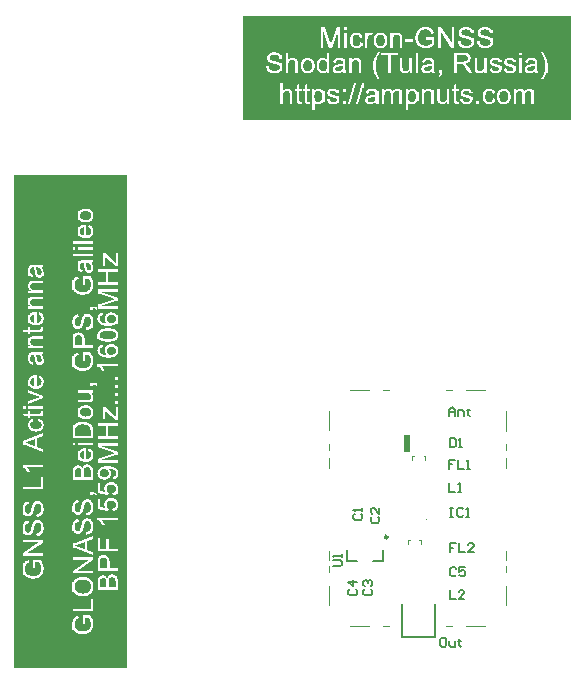
<source format=gto>
G04*
G04 #@! TF.GenerationSoftware,Altium Limited,Altium Designer,22.4.2 (48)*
G04*
G04 Layer_Color=65535*
%FSLAX25Y25*%
%MOIN*%
G70*
G04*
G04 #@! TF.SameCoordinates,14A46E1B-CC8F-4B6B-AA4A-AD763438C559*
G04*
G04*
G04 #@! TF.FilePolarity,Positive*
G04*
G01*
G75*
%ADD10C,0.00984*%
%ADD11C,0.00197*%
%ADD12C,0.00394*%
%ADD13C,0.00787*%
%ADD14C,0.00591*%
G36*
X50648Y121674D02*
X-58522D01*
Y132272D01*
X50648D01*
Y121674D01*
D02*
G37*
G36*
Y111381D02*
Y97649D01*
X-58522D01*
Y111381D01*
Y121674D01*
X50648D01*
Y111381D01*
D02*
G37*
G36*
X-97322Y-84857D02*
X-107247D01*
Y79345D01*
X-97322D01*
Y-84857D01*
D02*
G37*
G36*
X-107247Y79345D02*
Y-84857D01*
X-116889D01*
Y-84857D01*
X-125063D01*
Y79345D01*
X-116889D01*
Y79345D01*
X-107247D01*
D02*
G37*
G36*
X-125063D02*
Y-84857D01*
X-134962D01*
Y79345D01*
X-125063D01*
D02*
G37*
%LPC*%
G36*
X-10479Y126832D02*
X-12745D01*
D01*
X-10479D01*
D02*
G37*
G36*
X24804Y128714D02*
Y123703D01*
X24790Y123902D01*
X24760Y124087D01*
X24716Y124249D01*
X24664Y124389D01*
X24605Y124507D01*
X24583Y124559D01*
X24561Y124596D01*
X24546Y124626D01*
X24531Y124648D01*
X24517Y124662D01*
Y124670D01*
X24457Y124744D01*
X24398Y124817D01*
X24258Y124958D01*
X24118Y125076D01*
X23970Y125172D01*
X23845Y125253D01*
X23786Y125290D01*
X23734Y125312D01*
X23697Y125334D01*
X23668Y125349D01*
X23646Y125364D01*
X23638D01*
X23557Y125400D01*
X23454Y125437D01*
X23350Y125474D01*
X23233Y125511D01*
X22982Y125577D01*
X22731Y125644D01*
X22613Y125681D01*
X22502Y125703D01*
X22399Y125733D01*
X22310Y125747D01*
X22236Y125769D01*
X22185Y125784D01*
X22148Y125792D01*
X22133D01*
X21934Y125836D01*
X21757Y125888D01*
X21601Y125932D01*
X21454Y125976D01*
X21328Y126020D01*
X21218Y126057D01*
X21122Y126094D01*
X21041Y126131D01*
X20974Y126168D01*
X20915Y126197D01*
X20871Y126220D01*
X20834Y126242D01*
X20804Y126264D01*
X20790Y126279D01*
X20775Y126286D01*
X20686Y126382D01*
X20627Y126478D01*
X20583Y126581D01*
X20546Y126677D01*
X20531Y126758D01*
X20524Y126825D01*
X20517Y126869D01*
Y126876D01*
Y126884D01*
X20524Y126965D01*
X20531Y127039D01*
X20576Y127172D01*
X20635Y127297D01*
X20701Y127400D01*
X20767Y127489D01*
X20827Y127555D01*
X20871Y127592D01*
X20878Y127607D01*
X20886D01*
X20959Y127659D01*
X21048Y127710D01*
X21233Y127784D01*
X21424Y127836D01*
X21624Y127873D01*
X21712Y127887D01*
X21801Y127895D01*
X21874Y127902D01*
X21941D01*
X22000Y127910D01*
X22214D01*
X22347Y127895D01*
X22472Y127880D01*
X22590Y127858D01*
X22694Y127836D01*
X22790Y127806D01*
X22878Y127777D01*
X22959Y127747D01*
X23026Y127710D01*
X23085Y127681D01*
X23136Y127651D01*
X23181Y127629D01*
X23210Y127607D01*
X23240Y127592D01*
X23247Y127585D01*
X23255Y127577D01*
X23328Y127511D01*
X23395Y127445D01*
X23498Y127290D01*
X23587Y127127D01*
X23646Y126972D01*
X23690Y126832D01*
X23705Y126773D01*
X23720Y126714D01*
X23727Y126670D01*
Y126640D01*
X23734Y126618D01*
Y126611D01*
X24598Y126677D01*
X24576Y126899D01*
X24531Y127098D01*
X24480Y127282D01*
X24421Y127437D01*
X24384Y127504D01*
X24362Y127570D01*
X24332Y127622D01*
X24310Y127666D01*
X24288Y127703D01*
X24273Y127725D01*
X24266Y127740D01*
X24258Y127747D01*
X24133Y127917D01*
X23993Y128057D01*
X23845Y128183D01*
X23697Y128286D01*
X23572Y128360D01*
X23513Y128389D01*
X23469Y128419D01*
X23432Y128441D01*
X23395Y128448D01*
X23380Y128463D01*
X23373D01*
X23151Y128544D01*
X22922Y128611D01*
X22694Y128655D01*
X22487Y128684D01*
X22391Y128692D01*
X22310Y128699D01*
X22229Y128707D01*
X22162Y128714D01*
X22037D01*
X21786Y128707D01*
X21550Y128677D01*
X21343Y128640D01*
X21247Y128618D01*
X21159Y128596D01*
X21078Y128574D01*
X21004Y128552D01*
X20937Y128530D01*
X20886Y128515D01*
X20849Y128500D01*
X20812Y128485D01*
X20797Y128478D01*
X20790D01*
X20590Y128382D01*
X20421Y128271D01*
X20273Y128161D01*
X20155Y128050D01*
X20059Y127946D01*
X19985Y127865D01*
X19963Y127836D01*
X19948Y127814D01*
X19934Y127799D01*
Y127792D01*
X19838Y127622D01*
X19764Y127452D01*
X19720Y127297D01*
X19683Y127149D01*
X19660Y127017D01*
X19653Y126965D01*
Y126921D01*
X19646Y126884D01*
Y126854D01*
Y126839D01*
Y126832D01*
X19653Y126662D01*
X19683Y126500D01*
X19720Y126352D01*
X19764Y126227D01*
X19808Y126124D01*
X19845Y126042D01*
X19860Y126013D01*
X19875Y125991D01*
X19882Y125983D01*
Y125976D01*
X19978Y125843D01*
X20096Y125718D01*
X20214Y125614D01*
X20339Y125519D01*
X20443Y125445D01*
X20531Y125393D01*
X20568Y125378D01*
X20590Y125364D01*
X20605Y125349D01*
X20613D01*
X20686Y125312D01*
X20775Y125275D01*
X20871Y125238D01*
X20974Y125201D01*
X21188Y125127D01*
X21410Y125061D01*
X21513Y125031D01*
X21601Y125002D01*
X21690Y124980D01*
X21771Y124958D01*
X21830Y124943D01*
X21882Y124928D01*
X21911Y124921D01*
X21919D01*
X22089Y124884D01*
X22243Y124839D01*
X22376Y124810D01*
X22502Y124773D01*
X22613Y124744D01*
X22716Y124721D01*
X22797Y124692D01*
X22878Y124670D01*
X22937Y124655D01*
X22996Y124633D01*
X23041Y124618D01*
X23070Y124611D01*
X23100Y124603D01*
X23114Y124596D01*
X23129Y124589D01*
X23277Y124522D01*
X23402Y124456D01*
X23513Y124389D01*
X23594Y124330D01*
X23661Y124271D01*
X23705Y124227D01*
X23734Y124197D01*
X23742Y124190D01*
X23808Y124101D01*
X23852Y124006D01*
X23889Y123910D01*
X23911Y123821D01*
X23926Y123747D01*
X23934Y123681D01*
Y123644D01*
Y123637D01*
Y123629D01*
X23926Y123519D01*
X23904Y123408D01*
X23867Y123312D01*
X23838Y123223D01*
X23801Y123150D01*
X23764Y123091D01*
X23742Y123061D01*
X23734Y123046D01*
X23653Y122950D01*
X23565Y122869D01*
X23461Y122795D01*
X23365Y122736D01*
X23277Y122692D01*
X23210Y122655D01*
X23181Y122640D01*
X23159Y122633D01*
X23151Y122626D01*
X23144D01*
X22996Y122574D01*
X22841Y122537D01*
X22686Y122515D01*
X22546Y122500D01*
X22428Y122485D01*
X22376D01*
X22332Y122478D01*
X22243D01*
X22029Y122485D01*
X21838Y122507D01*
X21653Y122544D01*
X21498Y122581D01*
X21432Y122596D01*
X21373Y122611D01*
X21321Y122633D01*
X21277Y122648D01*
X21240Y122662D01*
X21218Y122670D01*
X21203Y122677D01*
X21196D01*
X21033Y122758D01*
X20893Y122847D01*
X20775Y122928D01*
X20679Y123017D01*
X20605Y123091D01*
X20553Y123150D01*
X20517Y123186D01*
X20509Y123201D01*
X20435Y123334D01*
X20376Y123474D01*
X20332Y123614D01*
X20295Y123747D01*
X20266Y123873D01*
X20258Y123917D01*
X20251Y123961D01*
X20244Y123998D01*
X20236Y124028D01*
Y124042D01*
Y124050D01*
X19387Y123976D01*
D01*
X19395Y123851D01*
X19410Y123725D01*
X19454Y123496D01*
X19513Y123282D01*
X19543Y123186D01*
X19579Y123105D01*
X19609Y123024D01*
X19646Y122950D01*
X19675Y122891D01*
X19705Y122839D01*
X19727Y122795D01*
X19742Y122766D01*
X19749Y122751D01*
X19757Y122744D01*
X19897Y122552D01*
X20059Y122389D01*
X20221Y122249D01*
X20376Y122138D01*
X20517Y122050D01*
X20576Y122020D01*
X20627Y121991D01*
X20672Y121969D01*
X20701Y121954D01*
X20723Y121939D01*
X20731D01*
X20982Y121851D01*
X21240Y121784D01*
X21498Y121740D01*
X21742Y121710D01*
X21860Y121696D01*
X21963Y121688D01*
X22052Y121681D01*
X22133D01*
X22199Y121674D01*
X19387D01*
X24804D01*
Y128714D01*
D02*
G37*
G36*
X18458D02*
Y123703D01*
X18443Y123902D01*
X18413Y124087D01*
X18369Y124249D01*
X18317Y124389D01*
X18258Y124507D01*
X18236Y124559D01*
X18214Y124596D01*
X18199Y124626D01*
X18184Y124648D01*
X18170Y124662D01*
Y124670D01*
X18111Y124744D01*
X18052Y124817D01*
X17911Y124958D01*
X17771Y125076D01*
X17624Y125172D01*
X17498Y125253D01*
X17439Y125290D01*
X17388Y125312D01*
X17351Y125334D01*
X17321Y125349D01*
X17299Y125364D01*
X17292D01*
X17210Y125400D01*
X17107Y125437D01*
X17004Y125474D01*
X16886Y125511D01*
X16635Y125577D01*
X16384Y125644D01*
X16266Y125681D01*
X16155Y125703D01*
X16052Y125733D01*
X15963Y125747D01*
X15889Y125769D01*
X15838Y125784D01*
X15801Y125792D01*
X15786D01*
X15587Y125836D01*
X15410Y125888D01*
X15255Y125932D01*
X15107Y125976D01*
X14982Y126020D01*
X14871Y126057D01*
X14775Y126094D01*
X14694Y126131D01*
X14627Y126168D01*
X14568Y126197D01*
X14524Y126220D01*
X14487Y126242D01*
X14458Y126264D01*
X14443Y126279D01*
X14428Y126286D01*
X14340Y126382D01*
X14280Y126478D01*
X14236Y126581D01*
X14199Y126677D01*
X14185Y126758D01*
X14177Y126825D01*
X14170Y126869D01*
Y126876D01*
Y126884D01*
X14177Y126965D01*
X14185Y127039D01*
X14229Y127172D01*
X14288Y127297D01*
X14354Y127400D01*
X14421Y127489D01*
X14480Y127555D01*
X14524Y127592D01*
X14531Y127607D01*
X14539D01*
X14613Y127659D01*
X14701Y127710D01*
X14886Y127784D01*
X15078Y127836D01*
X15277Y127873D01*
X15365Y127887D01*
X15454Y127895D01*
X15528Y127902D01*
X15594D01*
X15653Y127910D01*
X15867D01*
X16000Y127895D01*
X16126Y127880D01*
X16244Y127858D01*
X16347Y127836D01*
X16443Y127806D01*
X16531Y127777D01*
X16613Y127747D01*
X16679Y127710D01*
X16738Y127681D01*
X16790Y127651D01*
X16834Y127629D01*
X16863Y127607D01*
X16893Y127592D01*
X16900Y127585D01*
X16908Y127577D01*
X16982Y127511D01*
X17048Y127445D01*
X17151Y127290D01*
X17240Y127127D01*
X17299Y126972D01*
X17343Y126832D01*
X17358Y126773D01*
X17373Y126714D01*
X17380Y126670D01*
Y126640D01*
X17388Y126618D01*
Y126611D01*
X18251Y126677D01*
X18229Y126899D01*
X18184Y127098D01*
X18133Y127282D01*
X18074Y127437D01*
X18037Y127504D01*
X18015Y127570D01*
X17985Y127622D01*
X17963Y127666D01*
X17941Y127703D01*
X17926Y127725D01*
X17919Y127740D01*
X17911Y127747D01*
X17786Y127917D01*
X17646Y128057D01*
X17498Y128183D01*
X17351Y128286D01*
X17225Y128360D01*
X17166Y128389D01*
X17122Y128419D01*
X17085Y128441D01*
X17048Y128448D01*
X17033Y128463D01*
X17026D01*
X16804Y128544D01*
X16576Y128611D01*
X16347Y128655D01*
X16140Y128684D01*
X16044Y128692D01*
X15963Y128699D01*
X15882Y128707D01*
X15816Y128714D01*
X15690D01*
X15439Y128707D01*
X15203Y128677D01*
X14996Y128640D01*
X14900Y128618D01*
X14812Y128596D01*
X14731Y128574D01*
X14657Y128552D01*
X14591Y128530D01*
X14539Y128515D01*
X14502Y128500D01*
X14465Y128485D01*
X14450Y128478D01*
X14443D01*
X14244Y128382D01*
X14074Y128271D01*
X13926Y128161D01*
X13808Y128050D01*
X13712Y127946D01*
X13638Y127865D01*
X13616Y127836D01*
X13602Y127814D01*
X13587Y127799D01*
Y127792D01*
X13491Y127622D01*
X13417Y127452D01*
X13373Y127297D01*
X13336Y127149D01*
X13314Y127017D01*
X13306Y126965D01*
Y126921D01*
X13299Y126884D01*
Y126854D01*
Y126839D01*
Y126832D01*
X13306Y126662D01*
X13336Y126500D01*
X13373Y126352D01*
X13417Y126227D01*
X13461Y126124D01*
X13498Y126042D01*
X13513Y126013D01*
X13528Y125991D01*
X13535Y125983D01*
Y125976D01*
X13631Y125843D01*
X13749Y125718D01*
X13867Y125614D01*
X13993Y125519D01*
X14096Y125445D01*
X14185Y125393D01*
X14221Y125378D01*
X14244Y125364D01*
X14258Y125349D01*
X14266D01*
X14340Y125312D01*
X14428Y125275D01*
X14524Y125238D01*
X14627Y125201D01*
X14841Y125127D01*
X15063Y125061D01*
X15166Y125031D01*
X15255Y125002D01*
X15343Y124980D01*
X15424Y124958D01*
X15484Y124943D01*
X15535Y124928D01*
X15565Y124921D01*
X15572D01*
X15742Y124884D01*
X15897Y124839D01*
X16030Y124810D01*
X16155Y124773D01*
X16266Y124744D01*
X16369Y124721D01*
X16450Y124692D01*
X16531Y124670D01*
X16590Y124655D01*
X16649Y124633D01*
X16694Y124618D01*
X16723Y124611D01*
X16753Y124603D01*
X16768Y124596D01*
X16782Y124589D01*
X16930Y124522D01*
X17055Y124456D01*
X17166Y124389D01*
X17247Y124330D01*
X17314Y124271D01*
X17358Y124227D01*
X17388Y124197D01*
X17395Y124190D01*
X17461Y124101D01*
X17506Y124006D01*
X17542Y123910D01*
X17565Y123821D01*
X17579Y123747D01*
X17587Y123681D01*
Y123644D01*
Y123637D01*
Y123629D01*
X17579Y123519D01*
X17557Y123408D01*
X17520Y123312D01*
X17491Y123223D01*
X17454Y123150D01*
X17417Y123091D01*
X17395Y123061D01*
X17388Y123046D01*
X17306Y122950D01*
X17218Y122869D01*
X17114Y122795D01*
X17018Y122736D01*
X16930Y122692D01*
X16863Y122655D01*
X16834Y122640D01*
X16812Y122633D01*
X16804Y122626D01*
X16797D01*
X16649Y122574D01*
X16495Y122537D01*
X16340Y122515D01*
X16199Y122500D01*
X16081Y122485D01*
X16030D01*
X15985Y122478D01*
X15897D01*
X15683Y122485D01*
X15491Y122507D01*
X15306Y122544D01*
X15151Y122581D01*
X15085Y122596D01*
X15026Y122611D01*
X14974Y122633D01*
X14930Y122648D01*
X14893Y122662D01*
X14871Y122670D01*
X14856Y122677D01*
X14849D01*
X14686Y122758D01*
X14546Y122847D01*
X14428Y122928D01*
X14332Y123017D01*
X14258Y123091D01*
X14207Y123150D01*
X14170Y123186D01*
X14162Y123201D01*
X14089Y123334D01*
X14030Y123474D01*
X13985Y123614D01*
X13948Y123747D01*
X13919Y123873D01*
X13912Y123917D01*
X13904Y123961D01*
X13897Y123998D01*
X13889Y124028D01*
Y124042D01*
Y124050D01*
X13041Y123976D01*
D01*
X13048Y123851D01*
X13063Y123725D01*
X13107Y123496D01*
X13166Y123282D01*
X13196Y123186D01*
X13233Y123105D01*
X13262Y123024D01*
X13299Y122950D01*
X13329Y122891D01*
X13358Y122839D01*
X13380Y122795D01*
X13395Y122766D01*
X13402Y122751D01*
X13410Y122744D01*
X13550Y122552D01*
X13712Y122389D01*
X13875Y122249D01*
X14030Y122138D01*
X14170Y122050D01*
X14229Y122020D01*
X14280Y121991D01*
X14325Y121969D01*
X14354Y121954D01*
X14377Y121939D01*
X14384D01*
X14635Y121851D01*
X14893Y121784D01*
X15151Y121740D01*
X15395Y121710D01*
X15513Y121696D01*
X15616Y121688D01*
X15705Y121681D01*
X15786D01*
X15853Y121674D01*
X13041D01*
X18458D01*
Y128714D01*
D02*
G37*
G36*
X2369D02*
X-1158D01*
X2244D01*
X2059Y128707D01*
X1875Y128699D01*
X1698Y128677D01*
X1535Y128648D01*
X1373Y128618D01*
X1225Y128581D01*
X1085Y128544D01*
X960Y128507D01*
X849Y128463D01*
X746Y128426D01*
X657Y128389D01*
X583Y128360D01*
X524Y128330D01*
X480Y128308D01*
X450Y128301D01*
X443Y128293D01*
X303Y128212D01*
X170Y128116D01*
X45Y128020D01*
X-66Y127917D01*
X-177Y127806D01*
X-273Y127703D01*
X-361Y127600D01*
X-443Y127496D01*
X-509Y127393D01*
X-575Y127304D01*
X-627Y127223D01*
X-671Y127149D01*
X-701Y127090D01*
X-723Y127046D01*
X-738Y127017D01*
X-745Y127009D01*
X-819Y126847D01*
X-878Y126684D01*
X-937Y126522D01*
X-981Y126360D01*
X-1055Y126050D01*
X-1085Y125902D01*
X-1107Y125762D01*
X-1122Y125637D01*
X-1136Y125519D01*
X-1144Y125415D01*
X-1151Y125327D01*
X-1158Y125253D01*
Y125157D01*
X-1151Y124972D01*
X-1144Y124788D01*
X-1122Y124618D01*
X-1092Y124448D01*
X-1063Y124293D01*
X-1026Y124138D01*
X-989Y123998D01*
X-952Y123873D01*
X-915Y123755D01*
X-878Y123651D01*
X-841Y123563D01*
X-812Y123482D01*
X-782Y123423D01*
X-760Y123378D01*
X-752Y123349D01*
X-745Y123341D01*
X-664Y123194D01*
X-568Y123054D01*
X-472Y122928D01*
X-376Y122803D01*
X-273Y122692D01*
X-169Y122596D01*
X-66Y122500D01*
X30Y122419D01*
X126Y122345D01*
X214Y122279D01*
X295Y122227D01*
X362Y122183D01*
X414Y122146D01*
X458Y122124D01*
X487Y122109D01*
X495Y122101D01*
X650Y122028D01*
X812Y121961D01*
X967Y121902D01*
X1122Y121858D01*
X1284Y121814D01*
X1432Y121777D01*
X1579Y121747D01*
X1712Y121725D01*
X1838Y121710D01*
X1956Y121696D01*
X2059Y121688D01*
X2148Y121681D01*
X2222Y121674D01*
X2317D01*
X2591Y121688D01*
X2856Y121718D01*
X3100Y121755D01*
X3210Y121784D01*
X3321Y121806D01*
X3417Y121828D01*
X3498Y121858D01*
X3579Y121880D01*
X3639Y121895D01*
X3698Y121917D01*
X3734Y121924D01*
X3757Y121939D01*
X3764D01*
X4030Y122050D01*
X4281Y122175D01*
X4509Y122308D01*
X4620Y122375D01*
X4716Y122434D01*
X4805Y122493D01*
X4886Y122552D01*
X4960Y122596D01*
X5019Y122640D01*
X5070Y122677D01*
X5107Y122707D01*
X5129Y122722D01*
X5137Y122729D01*
Y125312D01*
Y125260D01*
X2251D01*
Y124456D01*
X4251D01*
Y123179D01*
X4133Y123083D01*
X4000Y123002D01*
X3860Y122921D01*
X3720Y122847D01*
X3594Y122788D01*
X3543Y122758D01*
X3498Y122736D01*
X3454Y122722D01*
X3424Y122707D01*
X3410Y122699D01*
X3402D01*
X3196Y122626D01*
X2989Y122574D01*
X2797Y122530D01*
X2627Y122507D01*
X2546Y122500D01*
X2480Y122493D01*
X2421Y122485D01*
X2369D01*
X2325Y122478D01*
X2266D01*
X2015Y122493D01*
X1779Y122522D01*
X1565Y122574D01*
X1462Y122596D01*
X1373Y122626D01*
X1292Y122655D01*
X1218Y122677D01*
X1151Y122707D01*
X1092Y122729D01*
X1048Y122744D01*
X1019Y122758D01*
X996Y122773D01*
X989D01*
X878Y122832D01*
X775Y122899D01*
X598Y123039D01*
X443Y123194D01*
X310Y123341D01*
X214Y123474D01*
X170Y123533D01*
X140Y123577D01*
X111Y123622D01*
X96Y123651D01*
X89Y123673D01*
X81Y123681D01*
X-22Y123924D01*
X-96Y124183D01*
X-155Y124434D01*
X-192Y124677D01*
X-199Y124788D01*
X-214Y124891D01*
X-221Y124980D01*
Y125061D01*
X-229Y125120D01*
Y125172D01*
Y125201D01*
Y125208D01*
X-214Y125482D01*
X-184Y125740D01*
X-147Y125969D01*
X-125Y126079D01*
X-96Y126175D01*
X-74Y126264D01*
X-51Y126345D01*
X-29Y126411D01*
X-7Y126470D01*
X8Y126522D01*
X22Y126552D01*
X30Y126574D01*
Y126581D01*
X89Y126714D01*
X155Y126839D01*
X229Y126958D01*
X295Y127053D01*
X354Y127135D01*
X406Y127201D01*
X436Y127238D01*
X450Y127253D01*
X561Y127364D01*
X687Y127459D01*
X805Y127548D01*
X923Y127622D01*
X1026Y127681D01*
X1107Y127718D01*
X1137Y127733D01*
X1159Y127747D01*
X1174Y127755D01*
X1181D01*
X1358Y127821D01*
X1535Y127865D01*
X1720Y127902D01*
X1882Y127924D01*
X1963Y127932D01*
X2030Y127939D01*
X2096D01*
X2148Y127946D01*
X2251D01*
X2436Y127939D01*
X2613Y127917D01*
X2768Y127887D01*
X2908Y127858D01*
X3019Y127821D01*
X3070Y127806D01*
X3107Y127792D01*
X3137Y127777D01*
X3159Y127769D01*
X3174Y127762D01*
X3181D01*
X3329Y127688D01*
X3461Y127614D01*
X3572Y127533D01*
X3668Y127459D01*
X3734Y127386D01*
X3786Y127334D01*
X3823Y127297D01*
X3830Y127282D01*
X3912Y127164D01*
X3985Y127031D01*
X4052Y126899D01*
X4111Y126766D01*
X4155Y126648D01*
X4170Y126596D01*
X4185Y126559D01*
X4199Y126522D01*
X4207Y126493D01*
X4214Y126478D01*
Y126470D01*
X5033Y126692D01*
X4960Y126935D01*
X4878Y127157D01*
X4834Y127253D01*
X4790Y127349D01*
X4753Y127430D01*
X4709Y127504D01*
X4672Y127577D01*
X4635Y127637D01*
X4598Y127688D01*
X4576Y127733D01*
X4546Y127762D01*
X4532Y127784D01*
X4524Y127799D01*
X4517Y127806D01*
X4377Y127961D01*
X4229Y128094D01*
X4074Y128205D01*
X3919Y128301D01*
X3786Y128375D01*
X3727Y128404D01*
X3675Y128426D01*
X3639Y128448D01*
X3609Y128463D01*
X3587Y128471D01*
X3579D01*
X3351Y128552D01*
X3122Y128611D01*
X2893Y128655D01*
X2686Y128684D01*
X2591Y128692D01*
X2509Y128699D01*
X2436Y128707D01*
X2369Y128714D01*
D02*
G37*
G36*
X-7107Y126832D02*
X-7181D01*
X-7365Y126825D01*
X-7542Y126795D01*
X-7705Y126758D01*
X-7859Y126707D01*
X-8000Y126640D01*
X-8125Y126574D01*
X-8243Y126500D01*
X-8347Y126426D01*
X-8443Y126345D01*
X-8524Y126271D01*
X-8590Y126205D01*
X-8642Y126138D01*
X-8686Y126087D01*
X-8723Y126050D01*
X-8738Y126020D01*
X-8745Y126013D01*
Y126721D01*
X-9498D01*
Y121784D01*
X-8664D01*
Y124478D01*
X-8657Y124648D01*
X-8649Y124810D01*
X-8627Y124950D01*
X-8605Y125083D01*
X-8575Y125201D01*
X-8546Y125304D01*
X-8509Y125400D01*
X-8472Y125482D01*
X-8435Y125555D01*
X-8398Y125614D01*
X-8369Y125659D01*
X-8339Y125703D01*
X-8317Y125733D01*
X-8295Y125755D01*
X-8287Y125762D01*
X-8280Y125769D01*
X-8206Y125828D01*
X-8125Y125880D01*
X-7970Y125969D01*
X-7815Y126028D01*
X-7675Y126065D01*
X-7549Y126094D01*
X-7491Y126102D01*
X-7446D01*
X-7409Y126109D01*
X-7358D01*
X-7232Y126102D01*
X-7121Y126087D01*
X-7025Y126057D01*
X-6937Y126035D01*
X-6871Y126005D01*
X-6819Y125976D01*
X-6782Y125961D01*
X-6775Y125954D01*
X-6686Y125895D01*
X-6612Y125828D01*
X-6553Y125762D01*
X-6509Y125696D01*
X-6472Y125637D01*
X-6450Y125592D01*
X-6435Y125563D01*
X-6428Y125548D01*
X-6391Y125445D01*
X-6369Y125327D01*
X-6347Y125201D01*
X-6339Y125076D01*
X-6332Y124965D01*
X-6324Y124913D01*
Y124869D01*
Y124839D01*
Y124810D01*
Y124795D01*
Y124788D01*
Y121784D01*
X-7494D01*
X-5491D01*
Y125113D01*
Y125017D01*
X-5498Y125113D01*
Y125194D01*
X-5505Y125268D01*
Y125334D01*
X-5513Y125445D01*
X-5527Y125526D01*
X-5535Y125585D01*
X-5542Y125622D01*
Y125629D01*
X-5572Y125762D01*
X-5616Y125880D01*
X-5653Y125983D01*
X-5697Y126072D01*
X-5741Y126146D01*
X-5771Y126205D01*
X-5793Y126234D01*
X-5801Y126249D01*
X-5874Y126345D01*
X-5963Y126426D01*
X-6059Y126493D01*
X-6147Y126559D01*
X-6236Y126603D01*
X-6302Y126640D01*
X-6347Y126662D01*
X-6354Y126670D01*
X-6361D01*
X-6502Y126721D01*
X-6642Y126766D01*
X-6782Y126795D01*
X-6908Y126810D01*
X-7018Y126825D01*
X-7062D01*
X-7107Y126832D01*
D02*
G37*
G36*
X-16103D02*
X-16147D01*
X-16251Y126825D01*
X-16354Y126803D01*
X-16442Y126780D01*
X-16524Y126751D01*
X-16583Y126714D01*
X-16634Y126692D01*
X-16664Y126670D01*
X-16679Y126662D01*
X-16723Y126626D01*
X-16774Y126581D01*
X-16863Y126485D01*
X-16952Y126367D01*
X-17033Y126249D01*
X-17107Y126146D01*
X-17158Y126050D01*
X-17180Y126020D01*
X-17195Y125991D01*
X-17210Y125976D01*
Y126721D01*
X-17963D01*
Y121784D01*
X-15284D01*
D01*
X-17129D01*
Y124367D01*
X-17121Y124559D01*
X-17107Y124744D01*
X-17085Y124906D01*
X-17062Y125054D01*
X-17040Y125172D01*
X-17025Y125223D01*
X-17018Y125268D01*
X-17011Y125297D01*
X-17003Y125319D01*
X-16996Y125334D01*
Y125341D01*
X-16952Y125445D01*
X-16907Y125541D01*
X-16856Y125614D01*
X-16804Y125681D01*
X-16760Y125733D01*
X-16723Y125769D01*
X-16693Y125792D01*
X-16686Y125799D01*
X-16597Y125858D01*
X-16516Y125895D01*
X-16435Y125924D01*
X-16354Y125946D01*
X-16287Y125961D01*
X-16236Y125969D01*
X-16192D01*
X-16073Y125961D01*
X-15963Y125939D01*
X-15859Y125910D01*
X-15771Y125880D01*
X-15690Y125843D01*
X-15631Y125814D01*
X-15594Y125792D01*
X-15579Y125784D01*
X-15284Y126559D01*
X-15446Y126648D01*
X-15608Y126714D01*
X-15749Y126766D01*
X-15881Y126795D01*
X-15992Y126817D01*
X-16037Y126825D01*
X-16073D01*
X-16103Y126832D01*
D02*
G37*
G36*
X-20642D02*
X-20723D01*
X-20952Y126817D01*
X-21173Y126788D01*
X-21372Y126736D01*
X-21461Y126707D01*
X-21549Y126684D01*
X-21623Y126655D01*
X-21690Y126626D01*
X-21749Y126603D01*
X-21800Y126574D01*
X-21845Y126559D01*
X-21874Y126544D01*
X-21889Y126530D01*
X-21896D01*
X-22088Y126404D01*
X-22251Y126264D01*
X-22391Y126109D01*
X-22501Y125969D01*
X-22590Y125836D01*
X-22619Y125777D01*
X-22649Y125725D01*
X-22671Y125688D01*
X-22686Y125659D01*
X-22701Y125637D01*
Y125629D01*
X-22789Y125400D01*
X-22848Y125157D01*
X-22893Y124921D01*
X-22929Y124707D01*
X-22937Y124603D01*
X-22944Y124515D01*
X-22952Y124434D01*
Y124360D01*
X-22959Y124308D01*
Y124419D01*
Y124227D01*
X-22952Y124006D01*
X-22929Y123792D01*
X-22900Y123592D01*
X-22863Y123408D01*
X-22819Y123238D01*
X-22767Y123083D01*
X-22708Y122943D01*
X-22649Y122817D01*
X-22597Y122707D01*
X-22538Y122603D01*
X-22487Y122522D01*
X-22442Y122456D01*
X-22406Y122397D01*
X-22376Y122360D01*
X-22354Y122338D01*
X-22346Y122330D01*
X-22228Y122212D01*
X-22103Y122116D01*
X-21970Y122028D01*
X-21837Y121954D01*
X-21697Y121888D01*
X-21564Y121836D01*
X-21431Y121792D01*
X-21306Y121755D01*
X-21188Y121725D01*
X-21077Y121710D01*
X-20974Y121696D01*
X-20893Y121681D01*
X-20819D01*
X-20767Y121674D01*
X-22959D01*
D01*
X-18671D01*
Y121784D01*
Y121674D01*
X-20723D01*
X-20575Y121681D01*
X-20435Y121696D01*
X-20302Y121718D01*
X-20169Y121747D01*
X-20051Y121784D01*
X-19940Y121828D01*
X-19837Y121865D01*
X-19741Y121917D01*
X-19660Y121961D01*
X-19579Y121998D01*
X-19520Y122043D01*
X-19461Y122079D01*
X-19424Y122109D01*
X-19387Y122131D01*
X-19372Y122146D01*
X-19365Y122153D01*
X-19269Y122249D01*
X-19173Y122345D01*
X-19092Y122456D01*
X-19025Y122566D01*
X-18959Y122677D01*
X-18900Y122788D01*
X-18811Y122994D01*
X-18775Y123098D01*
X-18745Y123186D01*
X-18723Y123268D01*
X-18701Y123341D01*
X-18686Y123400D01*
X-18679Y123445D01*
X-18671Y123474D01*
Y121784D01*
Y123474D01*
Y123482D01*
X-19490Y123592D01*
X-19512Y123474D01*
X-19535Y123371D01*
X-19564Y123268D01*
X-19594Y123179D01*
X-19631Y123091D01*
X-19660Y123017D01*
X-19697Y122950D01*
X-19734Y122884D01*
X-19771Y122832D01*
X-19800Y122788D01*
X-19859Y122714D01*
X-19896Y122670D01*
X-19904Y122662D01*
X-19911Y122655D01*
X-20044Y122559D01*
X-20177Y122485D01*
X-20317Y122434D01*
X-20442Y122397D01*
X-20561Y122375D01*
X-20605Y122367D01*
X-20649D01*
X-20686Y122360D01*
X-20730D01*
X-20841Y122367D01*
X-20952Y122382D01*
X-21047Y122404D01*
X-21144Y122434D01*
X-21313Y122500D01*
X-21461Y122589D01*
X-21520Y122626D01*
X-21572Y122670D01*
X-21616Y122707D01*
X-21660Y122744D01*
X-21690Y122766D01*
X-21712Y122788D01*
X-21719Y122803D01*
X-21726Y122810D01*
X-21793Y122899D01*
X-21852Y123002D01*
X-21904Y123113D01*
X-21940Y123223D01*
X-22014Y123467D01*
X-22059Y123703D01*
X-22073Y123814D01*
X-22081Y123917D01*
X-22088Y124013D01*
X-22095Y124094D01*
X-22103Y124161D01*
Y124212D01*
Y124249D01*
Y124257D01*
X-22095Y124434D01*
X-22088Y124603D01*
X-22066Y124751D01*
X-22044Y124891D01*
X-22014Y125024D01*
X-21977Y125142D01*
X-21940Y125245D01*
X-21904Y125341D01*
X-21874Y125423D01*
X-21837Y125496D01*
X-21800Y125555D01*
X-21771Y125600D01*
X-21749Y125644D01*
X-21726Y125666D01*
X-21719Y125681D01*
X-21712Y125688D01*
X-21638Y125769D01*
X-21557Y125836D01*
X-21468Y125902D01*
X-21387Y125954D01*
X-21298Y125998D01*
X-21217Y126035D01*
X-21055Y126087D01*
X-20907Y126124D01*
X-20848Y126131D01*
X-20789Y126138D01*
X-20745Y126146D01*
X-20686D01*
X-20538Y126138D01*
X-20398Y126109D01*
X-20280Y126065D01*
X-20177Y126020D01*
X-20096Y125969D01*
X-20029Y125932D01*
X-19992Y125902D01*
X-19977Y125888D01*
X-19874Y125784D01*
X-19786Y125666D01*
X-19719Y125541D01*
X-19660Y125423D01*
X-19616Y125312D01*
X-19586Y125223D01*
X-19579Y125186D01*
X-19571Y125164D01*
X-19564Y125150D01*
Y125142D01*
X-18752Y125268D01*
X-18782Y125400D01*
X-18826Y125533D01*
X-18870Y125651D01*
X-18915Y125762D01*
X-18966Y125865D01*
X-19025Y125961D01*
X-19077Y126042D01*
X-19136Y126124D01*
X-19188Y126190D01*
X-19239Y126249D01*
X-19284Y126301D01*
X-19328Y126345D01*
X-19357Y126374D01*
X-19387Y126397D01*
X-19402Y126411D01*
X-19409Y126419D01*
X-19505Y126493D01*
X-19608Y126559D01*
X-19719Y126611D01*
X-19830Y126655D01*
X-20051Y126729D01*
X-20258Y126780D01*
X-20354Y126795D01*
X-20442Y126810D01*
X-20524Y126817D01*
X-20590Y126825D01*
X-20642Y126832D01*
D02*
G37*
G36*
X-12745D02*
X-12789D01*
X-12959Y126825D01*
X-13121Y126810D01*
X-13269Y126780D01*
X-13417Y126744D01*
X-13557Y126707D01*
X-13682Y126655D01*
X-13800Y126611D01*
X-13904Y126559D01*
X-14007Y126507D01*
X-14088Y126456D01*
X-14162Y126404D01*
X-14228Y126367D01*
X-14273Y126330D01*
X-14310Y126301D01*
X-14332Y126286D01*
X-14339Y126279D01*
X-14472Y126146D01*
X-14590Y126005D01*
X-14693Y125851D01*
X-14782Y125688D01*
X-14848Y125519D01*
X-14915Y125349D01*
X-14966Y125179D01*
X-15003Y125017D01*
X-15033Y124862D01*
X-15062Y124721D01*
X-15077Y124589D01*
X-15085Y124470D01*
X-15092Y124382D01*
X-15099Y124308D01*
Y124360D01*
Y124308D01*
Y124249D01*
X-15092Y124020D01*
X-15070Y123806D01*
X-15040Y123607D01*
X-15003Y123423D01*
X-14952Y123253D01*
X-14900Y123098D01*
X-14841Y122958D01*
X-14782Y122825D01*
X-14723Y122714D01*
X-14664Y122611D01*
X-14612Y122530D01*
X-14560Y122463D01*
X-14524Y122404D01*
X-14494Y122367D01*
X-14472Y122345D01*
X-14465Y122338D01*
X-14339Y122220D01*
X-14206Y122116D01*
X-14073Y122028D01*
X-13933Y121954D01*
X-13793Y121888D01*
X-13653Y121836D01*
X-13520Y121792D01*
X-13387Y121755D01*
X-13262Y121732D01*
X-13151Y121710D01*
X-13048Y121696D01*
X-12959Y121681D01*
X-12885D01*
X-12834Y121674D01*
X-15099D01*
D01*
X-10479D01*
Y124316D01*
X-10487Y124530D01*
X-10509Y124736D01*
X-10538Y124928D01*
X-10583Y125105D01*
X-10627Y125268D01*
X-10686Y125415D01*
X-10745Y125555D01*
X-10804Y125681D01*
X-10863Y125792D01*
X-10922Y125888D01*
X-10981Y125969D01*
X-11026Y126035D01*
X-11070Y126094D01*
X-11099Y126131D01*
X-11121Y126153D01*
X-11129Y126161D01*
X-11254Y126279D01*
X-11387Y126382D01*
X-11520Y126470D01*
X-11660Y126552D01*
X-11800Y126611D01*
X-11933Y126670D01*
X-12073Y126714D01*
X-12199Y126751D01*
X-12324Y126773D01*
X-12435Y126795D01*
X-12531Y126810D01*
X-12620Y126825D01*
X-12693D01*
X-12745Y126832D01*
D02*
G37*
G36*
X-1963Y124670D02*
X-4538D01*
Y123828D01*
X-1963D01*
Y124670D01*
D02*
G37*
G36*
X-26169Y128596D02*
X-27387D01*
X-29025Y123858D01*
X-29070Y123725D01*
X-29114Y123607D01*
X-29151Y123489D01*
X-29188Y123386D01*
X-29217Y123282D01*
X-29247Y123194D01*
X-29276Y123113D01*
X-29298Y123039D01*
X-29320Y122980D01*
X-29335Y122921D01*
X-29350Y122876D01*
X-29365Y122832D01*
X-29372Y122803D01*
X-29380Y122781D01*
X-29387Y122773D01*
Y122766D01*
X-29409Y122832D01*
X-29431Y122906D01*
X-29483Y123061D01*
X-29535Y123231D01*
X-29586Y123393D01*
X-29638Y123541D01*
X-29660Y123607D01*
X-29675Y123659D01*
X-29689Y123703D01*
X-29704Y123740D01*
X-29712Y123762D01*
Y123769D01*
X-31328Y128596D01*
X-32678D01*
Y121784D01*
X-27565Y121784D01*
X-29033D01*
X-27040Y127489D01*
Y121784D01*
X-26169D01*
Y128596D01*
D02*
G37*
G36*
X11823D02*
X6458D01*
Y121784D01*
X11823D01*
Y128596D01*
D02*
G37*
G36*
X-23985D02*
X-24819D01*
Y121784D01*
X-23985D01*
Y126721D01*
X-24819D01*
Y127644D01*
X-23985D01*
Y128596D01*
D02*
G37*
%LPD*%
G36*
X24804Y121674D02*
X22288D01*
X22554Y121688D01*
X22797Y121718D01*
X23018Y121755D01*
X23122Y121784D01*
X23210Y121806D01*
X23299Y121828D01*
X23373Y121858D01*
X23439Y121880D01*
X23491Y121895D01*
X23535Y121917D01*
X23565Y121924D01*
X23587Y121939D01*
X23594D01*
X23801Y122050D01*
X23978Y122168D01*
X24133Y122293D01*
X24258Y122412D01*
X24362Y122522D01*
X24428Y122603D01*
X24457Y122640D01*
X24472Y122662D01*
X24487Y122677D01*
Y122685D01*
X24546Y122773D01*
X24590Y122869D01*
X24672Y123046D01*
X24731Y123216D01*
X24768Y123371D01*
X24790Y123511D01*
X24797Y123563D01*
Y123614D01*
X24804Y123651D01*
Y121674D01*
D02*
G37*
G36*
X18458D02*
X15941D01*
X16207Y121688D01*
X16450Y121718D01*
X16672Y121755D01*
X16775Y121784D01*
X16863Y121806D01*
X16952Y121828D01*
X17026Y121858D01*
X17092Y121880D01*
X17144Y121895D01*
X17188Y121917D01*
X17218Y121924D01*
X17240Y121939D01*
X17247D01*
X17454Y122050D01*
X17631Y122168D01*
X17786Y122293D01*
X17911Y122412D01*
X18015Y122522D01*
X18081Y122603D01*
X18111Y122640D01*
X18125Y122662D01*
X18140Y122677D01*
Y122685D01*
X18199Y122773D01*
X18244Y122869D01*
X18325Y123046D01*
X18384Y123216D01*
X18421Y123371D01*
X18443Y123511D01*
X18450Y123563D01*
Y123614D01*
X18458Y123651D01*
Y121674D01*
D02*
G37*
G36*
X-12679Y126131D02*
X-12568Y126116D01*
X-12465Y126094D01*
X-12369Y126065D01*
X-12191Y125991D01*
X-12037Y125902D01*
X-11977Y125858D01*
X-11919Y125814D01*
X-11874Y125777D01*
X-11830Y125740D01*
X-11800Y125710D01*
X-11778Y125688D01*
X-11763Y125673D01*
X-11756Y125666D01*
X-11682Y125570D01*
X-11616Y125474D01*
X-11564Y125364D01*
X-11513Y125253D01*
X-11468Y125135D01*
X-11439Y125017D01*
X-11387Y124795D01*
X-11372Y124692D01*
X-11358Y124596D01*
X-11350Y124507D01*
X-11343Y124426D01*
X-11336Y124367D01*
Y124316D01*
Y124286D01*
Y124279D01*
X-11343Y124101D01*
X-11350Y123939D01*
X-11372Y123784D01*
X-11402Y123644D01*
X-11431Y123511D01*
X-11468Y123393D01*
X-11505Y123282D01*
X-11542Y123194D01*
X-11586Y123105D01*
X-11623Y123031D01*
X-11660Y122972D01*
X-11690Y122921D01*
X-11719Y122884D01*
X-11741Y122854D01*
X-11749Y122839D01*
X-11756Y122832D01*
X-11837Y122751D01*
X-11919Y122677D01*
X-12007Y122611D01*
X-12088Y122559D01*
X-12177Y122515D01*
X-12265Y122478D01*
X-12428Y122419D01*
X-12568Y122382D01*
X-12634Y122375D01*
X-12686Y122367D01*
X-12730Y122360D01*
X-12789D01*
X-12907Y122367D01*
X-13011Y122382D01*
X-13121Y122404D01*
X-13217Y122434D01*
X-13395Y122507D01*
X-13542Y122596D01*
X-13609Y122633D01*
X-13668Y122677D01*
X-13712Y122714D01*
X-13756Y122751D01*
X-13786Y122781D01*
X-13808Y122803D01*
X-13823Y122817D01*
X-13830Y122825D01*
X-13904Y122921D01*
X-13963Y123024D01*
X-14022Y123135D01*
X-14066Y123245D01*
X-14140Y123482D01*
X-14191Y123718D01*
X-14206Y123821D01*
X-14221Y123924D01*
X-14228Y124013D01*
X-14236Y124094D01*
X-14243Y124161D01*
Y124205D01*
Y124242D01*
Y124249D01*
X-14236Y124419D01*
X-14228Y124581D01*
X-14206Y124729D01*
X-14177Y124869D01*
X-14147Y124995D01*
X-14110Y125113D01*
X-14073Y125216D01*
X-14037Y125312D01*
X-14000Y125393D01*
X-13963Y125467D01*
X-13926Y125526D01*
X-13896Y125577D01*
X-13867Y125614D01*
X-13845Y125644D01*
X-13837Y125659D01*
X-13830Y125666D01*
X-13749Y125747D01*
X-13668Y125821D01*
X-13579Y125888D01*
X-13490Y125939D01*
X-13402Y125983D01*
X-13321Y126020D01*
X-13151Y126079D01*
X-13011Y126116D01*
X-12944Y126124D01*
X-12893Y126131D01*
X-12848Y126138D01*
X-12789D01*
X-12679Y126131D01*
D02*
G37*
G36*
X-10479Y121674D02*
X-12789D01*
X-12553Y121688D01*
X-12332Y121718D01*
X-12133Y121769D01*
X-12037Y121792D01*
X-11955Y121821D01*
X-11874Y121851D01*
X-11808Y121873D01*
X-11749Y121902D01*
X-11697Y121924D01*
X-11653Y121939D01*
X-11623Y121954D01*
X-11609Y121969D01*
X-11601D01*
X-11409Y122094D01*
X-11240Y122227D01*
X-11099Y122367D01*
X-10981Y122507D01*
X-10885Y122626D01*
X-10848Y122685D01*
X-10819Y122729D01*
X-10797Y122766D01*
X-10782Y122795D01*
X-10767Y122810D01*
Y122817D01*
X-10716Y122928D01*
X-10671Y123039D01*
X-10598Y123282D01*
X-10546Y123533D01*
X-10516Y123769D01*
X-10502Y123880D01*
X-10494Y123983D01*
X-10487Y124079D01*
Y124161D01*
X-10479Y124227D01*
Y121674D01*
D02*
G37*
G36*
X-29844Y121784D02*
X-31808Y121784D01*
Y127585D01*
X-29844Y121784D01*
D02*
G37*
G36*
X10960Y123245D02*
X7380Y128596D01*
X10960D01*
Y123245D01*
D02*
G37*
G36*
X10893Y121784D02*
X7321D01*
Y127127D01*
X10893Y121784D01*
D02*
G37*
%LPC*%
G36*
X-43342Y120193D02*
X-43497D01*
D01*
X-43342D01*
D02*
G37*
G36*
X-34730Y118429D02*
X-36996D01*
D01*
X-34730D01*
D02*
G37*
G36*
X-45453Y120311D02*
Y115300D01*
X-45468Y115499D01*
X-45498Y115684D01*
X-45542Y115846D01*
X-45593Y115986D01*
X-45652Y116104D01*
X-45675Y116156D01*
X-45697Y116193D01*
X-45711Y116223D01*
X-45726Y116245D01*
X-45741Y116260D01*
Y116267D01*
X-45800Y116341D01*
X-45859Y116414D01*
X-45999Y116555D01*
X-46139Y116673D01*
X-46287Y116769D01*
X-46413Y116850D01*
X-46472Y116887D01*
X-46523Y116909D01*
X-46560Y116931D01*
X-46590Y116946D01*
X-46612Y116961D01*
X-46619D01*
X-46700Y116998D01*
X-46804Y117034D01*
X-46907Y117071D01*
X-47025Y117108D01*
X-47276Y117175D01*
X-47527Y117241D01*
X-47645Y117278D01*
X-47756Y117300D01*
X-47859Y117330D01*
X-47948Y117344D01*
X-48021Y117367D01*
X-48073Y117381D01*
X-48110Y117389D01*
X-48125D01*
X-48324Y117433D01*
X-48501Y117485D01*
X-48656Y117529D01*
X-48804Y117573D01*
X-48929Y117617D01*
X-49040Y117654D01*
X-49136Y117691D01*
X-49217Y117728D01*
X-49283Y117765D01*
X-49343Y117795D01*
X-49387Y117817D01*
X-49424Y117839D01*
X-49453Y117861D01*
X-49468Y117876D01*
X-49483Y117883D01*
X-49571Y117979D01*
X-49630Y118075D01*
X-49675Y118178D01*
X-49711Y118274D01*
X-49726Y118355D01*
X-49734Y118422D01*
X-49741Y118466D01*
Y118473D01*
Y118481D01*
X-49734Y118562D01*
X-49726Y118636D01*
X-49682Y118769D01*
X-49623Y118894D01*
X-49556Y118998D01*
X-49490Y119086D01*
X-49431Y119152D01*
X-49387Y119189D01*
X-49379Y119204D01*
X-49372D01*
X-49298Y119256D01*
X-49210Y119307D01*
X-49025Y119381D01*
X-48833Y119433D01*
X-48634Y119470D01*
X-48545Y119485D01*
X-48457Y119492D01*
X-48383Y119499D01*
X-48317D01*
X-48258Y119507D01*
X-48044D01*
X-47911Y119492D01*
X-47785Y119477D01*
X-47667Y119455D01*
X-47564Y119433D01*
X-47468Y119403D01*
X-47379Y119374D01*
X-47298Y119344D01*
X-47232Y119307D01*
X-47173Y119278D01*
X-47121Y119248D01*
X-47077Y119226D01*
X-47047Y119204D01*
X-47018Y119189D01*
X-47010Y119182D01*
X-47003Y119175D01*
X-46929Y119108D01*
X-46863Y119042D01*
X-46760Y118887D01*
X-46671Y118724D01*
X-46612Y118570D01*
X-46568Y118429D01*
X-46553Y118370D01*
X-46538Y118311D01*
X-46531Y118267D01*
Y118237D01*
X-46523Y118215D01*
Y118208D01*
X-45660Y118274D01*
X-45682Y118496D01*
X-45726Y118695D01*
X-45778Y118879D01*
X-45837Y119034D01*
X-45874Y119101D01*
X-45896Y119167D01*
X-45926Y119219D01*
X-45948Y119263D01*
X-45970Y119300D01*
X-45985Y119322D01*
X-45992Y119337D01*
X-45999Y119344D01*
X-46125Y119514D01*
X-46265Y119654D01*
X-46413Y119780D01*
X-46560Y119883D01*
X-46686Y119957D01*
X-46745Y119986D01*
X-46789Y120016D01*
X-46826Y120038D01*
X-46863Y120045D01*
X-46878Y120060D01*
X-46885D01*
X-47106Y120141D01*
X-47335Y120208D01*
X-47564Y120252D01*
X-47771Y120282D01*
X-47866Y120289D01*
X-47948Y120296D01*
X-48029Y120304D01*
X-48095Y120311D01*
X-50870D01*
X-48221D01*
X-48472Y120304D01*
X-48708Y120274D01*
X-48914Y120237D01*
X-49010Y120215D01*
X-49099Y120193D01*
X-49180Y120171D01*
X-49254Y120149D01*
X-49320Y120127D01*
X-49372Y120112D01*
X-49409Y120097D01*
X-49446Y120082D01*
X-49461Y120075D01*
X-49468D01*
X-49667Y119979D01*
X-49837Y119868D01*
X-49984Y119758D01*
X-50103Y119647D01*
X-50199Y119544D01*
X-50272Y119462D01*
X-50295Y119433D01*
X-50309Y119411D01*
X-50324Y119396D01*
Y119389D01*
X-50420Y119219D01*
X-50494Y119049D01*
X-50538Y118894D01*
X-50575Y118747D01*
X-50597Y118614D01*
X-50604Y118562D01*
Y118518D01*
X-50612Y118481D01*
Y118451D01*
Y118437D01*
Y118429D01*
X-50604Y118260D01*
X-50575Y118097D01*
X-50538Y117949D01*
X-50494Y117824D01*
X-50450Y117721D01*
X-50413Y117640D01*
X-50398Y117610D01*
X-50383Y117588D01*
X-50376Y117580D01*
Y117573D01*
X-50280Y117440D01*
X-50162Y117315D01*
X-50044Y117211D01*
X-49918Y117116D01*
X-49815Y117042D01*
X-49726Y116990D01*
X-49689Y116975D01*
X-49667Y116961D01*
X-49652Y116946D01*
X-49645D01*
X-49571Y116909D01*
X-49483Y116872D01*
X-49387Y116835D01*
X-49283Y116798D01*
X-49069Y116725D01*
X-48848Y116658D01*
X-48745Y116629D01*
X-48656Y116599D01*
X-48568Y116577D01*
X-48486Y116555D01*
X-48427Y116540D01*
X-48376Y116525D01*
X-48346Y116518D01*
X-48339D01*
X-48169Y116481D01*
X-48014Y116437D01*
X-47881Y116407D01*
X-47756Y116370D01*
X-47645Y116341D01*
X-47542Y116319D01*
X-47461Y116289D01*
X-47379Y116267D01*
X-47320Y116252D01*
X-47261Y116230D01*
X-47217Y116215D01*
X-47188Y116208D01*
X-47158Y116200D01*
X-47143Y116193D01*
X-47128Y116186D01*
X-46981Y116119D01*
X-46855Y116053D01*
X-46745Y115986D01*
X-46663Y115927D01*
X-46597Y115868D01*
X-46553Y115824D01*
X-46523Y115795D01*
X-46516Y115787D01*
X-46450Y115699D01*
X-46405Y115603D01*
X-46368Y115507D01*
X-46346Y115418D01*
X-46331Y115344D01*
X-46324Y115278D01*
Y115241D01*
Y115234D01*
Y115226D01*
X-46331Y115116D01*
X-46354Y115005D01*
X-46391Y114909D01*
X-46420Y114820D01*
X-46457Y114747D01*
X-46494Y114688D01*
X-46516Y114658D01*
X-46523Y114643D01*
X-46604Y114547D01*
X-46693Y114466D01*
X-46796Y114392D01*
X-46892Y114333D01*
X-46981Y114289D01*
X-47047Y114252D01*
X-47077Y114237D01*
X-47099Y114230D01*
X-47106Y114223D01*
X-47114D01*
X-47261Y114171D01*
X-47416Y114134D01*
X-47571Y114112D01*
X-47712Y114097D01*
X-47830Y114082D01*
X-47881D01*
X-47925Y114075D01*
X-48014D01*
X-48228Y114082D01*
X-48420Y114104D01*
X-48605Y114141D01*
X-48759Y114178D01*
X-48826Y114193D01*
X-48885Y114208D01*
X-48937Y114230D01*
X-48981Y114245D01*
X-49018Y114260D01*
X-49040Y114267D01*
X-49055Y114274D01*
X-49062D01*
X-49224Y114356D01*
X-49365Y114444D01*
X-49483Y114525D01*
X-49579Y114614D01*
X-49652Y114688D01*
X-49704Y114747D01*
X-49741Y114784D01*
X-49748Y114798D01*
X-49822Y114931D01*
X-49881Y115071D01*
X-49926Y115212D01*
X-49962Y115344D01*
X-49992Y115470D01*
X-49999Y115514D01*
X-50007Y115558D01*
X-50014Y115595D01*
X-50021Y115625D01*
Y115640D01*
Y115647D01*
X-50870Y115573D01*
D01*
X-50863Y115448D01*
X-50848Y115322D01*
X-50804Y115094D01*
X-50745Y114879D01*
X-50715Y114784D01*
X-50678Y114702D01*
X-50649Y114621D01*
X-50612Y114547D01*
X-50582Y114488D01*
X-50553Y114437D01*
X-50531Y114392D01*
X-50516Y114363D01*
X-50508Y114348D01*
X-50501Y114341D01*
X-50361Y114149D01*
X-50199Y113987D01*
X-50036Y113846D01*
X-49881Y113735D01*
X-49741Y113647D01*
X-49682Y113618D01*
X-49630Y113588D01*
X-49586Y113566D01*
X-49556Y113551D01*
X-49534Y113536D01*
X-49527D01*
X-49276Y113448D01*
X-49018Y113381D01*
X-48759Y113337D01*
X-48516Y113307D01*
X-48398Y113293D01*
X-48294Y113285D01*
X-48206Y113278D01*
X-48125D01*
X-48058Y113271D01*
X-47970D01*
X-47704Y113285D01*
X-47461Y113315D01*
X-47239Y113352D01*
X-47136Y113381D01*
X-47047Y113403D01*
X-46959Y113426D01*
X-46885Y113455D01*
X-46819Y113477D01*
X-46767Y113492D01*
X-46723Y113514D01*
X-46693Y113522D01*
X-46671Y113536D01*
X-46663D01*
X-46457Y113647D01*
X-46280Y113765D01*
X-46125Y113891D01*
X-45999Y114009D01*
X-45896Y114119D01*
X-45830Y114200D01*
X-45800Y114237D01*
X-45785Y114260D01*
X-45770Y114274D01*
Y114282D01*
X-45711Y114370D01*
X-45667Y114466D01*
X-45586Y114643D01*
X-45527Y114813D01*
X-45490Y114968D01*
X-45468Y115108D01*
X-45461Y115160D01*
Y115212D01*
X-45453Y115249D01*
Y113522D01*
Y120311D01*
D02*
G37*
G36*
X-29778Y120193D02*
X-30612Y120193D01*
Y117743D01*
X-30701Y117854D01*
X-30797Y117949D01*
X-30893Y118031D01*
X-30981Y118105D01*
X-31062Y118164D01*
X-31121Y118201D01*
X-31166Y118230D01*
X-31173Y118237D01*
X-31180D01*
X-31313Y118304D01*
X-31453Y118348D01*
X-31586Y118385D01*
X-31712Y118407D01*
X-31815Y118422D01*
X-31903Y118429D01*
X-32088D01*
X-32199Y118414D01*
X-32405Y118378D01*
X-32590Y118326D01*
X-32752Y118267D01*
X-32826Y118237D01*
X-32885Y118208D01*
X-32944Y118178D01*
X-32988Y118156D01*
X-33025Y118134D01*
X-33055Y118119D01*
X-33070Y118112D01*
X-33077Y118105D01*
X-33254Y117972D01*
X-33402Y117824D01*
X-33527Y117676D01*
X-33630Y117522D01*
X-33712Y117389D01*
X-33741Y117330D01*
X-33771Y117285D01*
X-33785Y117241D01*
X-33800Y117211D01*
X-33815Y117189D01*
Y117182D01*
X-33896Y116953D01*
X-33955Y116717D01*
X-33999Y116496D01*
X-34029Y116289D01*
X-34036Y116193D01*
X-34044Y116104D01*
X-34051Y116031D01*
Y115964D01*
X-34058Y115913D01*
Y115920D01*
Y115913D01*
Y115839D01*
X-34044Y115566D01*
X-34014Y115315D01*
X-33999Y115197D01*
X-33977Y115086D01*
X-33948Y114983D01*
X-33926Y114887D01*
X-33904Y114806D01*
X-33874Y114725D01*
X-33852Y114658D01*
X-33837Y114606D01*
X-33815Y114562D01*
X-33808Y114533D01*
X-33793Y114510D01*
Y114503D01*
X-33682Y114296D01*
X-33557Y114112D01*
X-33431Y113957D01*
X-33306Y113831D01*
X-33195Y113728D01*
X-33151Y113691D01*
X-33106Y113654D01*
X-33070Y113632D01*
X-33047Y113610D01*
X-33033Y113603D01*
X-33025Y113595D01*
X-32929Y113536D01*
X-32833Y113492D01*
X-32649Y113411D01*
X-32464Y113352D01*
X-32295Y113315D01*
X-32221Y113300D01*
X-32154Y113285D01*
X-32095Y113278D01*
X-32044D01*
X-31999Y113271D01*
X-34058D01*
D01*
X-29778Y113271D01*
Y120193D01*
D02*
G37*
G36*
X-20775Y118429D02*
X-20848D01*
X-21033Y118422D01*
X-21210Y118392D01*
X-21372Y118355D01*
X-21527Y118304D01*
X-21667Y118237D01*
X-21793Y118171D01*
X-21911Y118097D01*
X-22014Y118023D01*
X-22110Y117942D01*
X-22191Y117868D01*
X-22258Y117802D01*
X-22309Y117736D01*
X-22354Y117684D01*
X-22391Y117647D01*
X-22406Y117617D01*
X-22413Y117610D01*
Y118318D01*
X-23166D01*
Y113381D01*
X-22332D01*
Y116075D01*
X-22324Y116245D01*
X-22317Y116407D01*
X-22295Y116547D01*
X-22273Y116680D01*
X-22243Y116798D01*
X-22214Y116902D01*
X-22177Y116998D01*
X-22140Y117079D01*
X-22103Y117153D01*
X-22066Y117211D01*
X-22037Y117256D01*
X-22007Y117300D01*
X-21985Y117330D01*
X-21963Y117352D01*
X-21955Y117359D01*
X-21948Y117367D01*
X-21874Y117426D01*
X-21793Y117477D01*
X-21638Y117566D01*
X-21483Y117625D01*
X-21343Y117662D01*
X-21217Y117691D01*
X-21158Y117699D01*
X-21114D01*
X-21077Y117706D01*
X-21025D01*
X-20900Y117699D01*
X-20789Y117684D01*
X-20693Y117654D01*
X-20605Y117632D01*
X-20538Y117603D01*
X-20487Y117573D01*
X-20450Y117558D01*
X-20442Y117551D01*
X-20354Y117492D01*
X-20280Y117426D01*
X-20221Y117359D01*
X-20177Y117293D01*
X-20140Y117234D01*
X-20118Y117189D01*
X-20103Y117160D01*
X-20096Y117145D01*
X-20059Y117042D01*
X-20037Y116924D01*
X-20014Y116798D01*
X-20007Y116673D01*
X-20000Y116562D01*
X-19992Y116510D01*
Y116466D01*
Y116437D01*
Y116407D01*
Y116392D01*
Y116385D01*
Y113381D01*
X-21162D01*
X-19158D01*
Y116636D01*
Y116614D01*
X-19166Y116710D01*
Y116791D01*
X-19173Y116865D01*
Y116931D01*
X-19180Y117042D01*
X-19195Y117123D01*
X-19203Y117182D01*
X-19210Y117219D01*
Y117226D01*
X-19239Y117359D01*
X-19284Y117477D01*
X-19321Y117580D01*
X-19365Y117669D01*
X-19409Y117743D01*
X-19439Y117802D01*
X-19461Y117832D01*
X-19468Y117846D01*
X-19542Y117942D01*
X-19631Y118023D01*
X-19726Y118090D01*
X-19815Y118156D01*
X-19904Y118201D01*
X-19970Y118237D01*
X-20014Y118260D01*
X-20022Y118267D01*
X-20029D01*
X-20169Y118318D01*
X-20310Y118363D01*
X-20450Y118392D01*
X-20575Y118407D01*
X-20686Y118422D01*
X-20730D01*
X-20775Y118429D01*
D02*
G37*
G36*
X32413Y118429D02*
Y114828D01*
X32406Y114983D01*
X32384Y115123D01*
X32347Y115241D01*
X32310Y115344D01*
X32273Y115433D01*
X32236Y115492D01*
X32214Y115529D01*
X32206Y115544D01*
X32125Y115647D01*
X32037Y115735D01*
X31941Y115809D01*
X31852Y115868D01*
X31778Y115920D01*
X31712Y115950D01*
X31668Y115972D01*
X31660Y115979D01*
X31653D01*
X31579Y116009D01*
X31498Y116038D01*
X31409Y116075D01*
X31314Y116104D01*
X31114Y116171D01*
X30908Y116230D01*
X30812Y116260D01*
X30716Y116289D01*
X30635Y116311D01*
X30568Y116333D01*
X30502Y116348D01*
X30457Y116363D01*
X30428Y116370D01*
X30421D01*
X30310Y116400D01*
X30214Y116429D01*
X30125Y116451D01*
X30044Y116474D01*
X29978Y116496D01*
X29919Y116510D01*
X29867Y116525D01*
X29823Y116540D01*
X29756Y116562D01*
X29712Y116577D01*
X29690Y116584D01*
X29683D01*
X29609Y116621D01*
X29542Y116658D01*
X29483Y116695D01*
X29439Y116732D01*
X29402Y116761D01*
X29380Y116783D01*
X29365Y116798D01*
X29358Y116806D01*
X29328Y116857D01*
X29306Y116909D01*
X29277Y117005D01*
X29269Y117042D01*
X29262Y117071D01*
Y117094D01*
Y117101D01*
X29269Y117197D01*
X29299Y117278D01*
X29336Y117359D01*
X29387Y117426D01*
X29432Y117477D01*
X29469Y117514D01*
X29498Y117544D01*
X29506Y117551D01*
X29557Y117588D01*
X29609Y117617D01*
X29734Y117662D01*
X29875Y117699D01*
X30007Y117721D01*
X30133Y117736D01*
X30184D01*
X30229Y117743D01*
X30325D01*
X30502Y117736D01*
X30649Y117706D01*
X30782Y117676D01*
X30893Y117632D01*
X30974Y117595D01*
X31033Y117558D01*
X31070Y117529D01*
X31085Y117522D01*
X31173Y117433D01*
X31247Y117337D01*
X31306Y117241D01*
X31350Y117145D01*
X31380Y117064D01*
X31395Y116990D01*
X31409Y116946D01*
Y116938D01*
Y116931D01*
X32229Y117042D01*
X32192Y117212D01*
X32147Y117359D01*
X32103Y117492D01*
X32052Y117603D01*
X32007Y117684D01*
X31970Y117750D01*
X31941Y117787D01*
X31934Y117802D01*
X31845Y117905D01*
X31742Y117994D01*
X31638Y118075D01*
X31535Y118141D01*
X31432Y118193D01*
X31358Y118230D01*
X31328Y118245D01*
X31306Y118252D01*
X31291Y118260D01*
X31284D01*
X31114Y118319D01*
X30945Y118355D01*
X30767Y118385D01*
X30612Y118407D01*
X30472Y118422D01*
X30413D01*
X30362Y118429D01*
X28310D01*
X30266D01*
X30125Y118422D01*
X29992Y118414D01*
X29867Y118400D01*
X29764Y118378D01*
X29668Y118355D01*
X29601Y118341D01*
X29557Y118333D01*
X29550Y118326D01*
X29542D01*
X29424Y118289D01*
X29314Y118245D01*
X29225Y118201D01*
X29151Y118164D01*
X29092Y118134D01*
X29048Y118105D01*
X29018Y118090D01*
X29011Y118082D01*
X28915Y118009D01*
X28834Y117935D01*
X28760Y117854D01*
X28708Y117780D01*
X28657Y117713D01*
X28627Y117662D01*
X28605Y117632D01*
X28598Y117617D01*
X28546Y117514D01*
X28509Y117403D01*
X28487Y117300D01*
X28472Y117204D01*
X28457Y117123D01*
X28450Y117064D01*
Y117020D01*
Y117012D01*
Y117005D01*
X28457Y116872D01*
X28480Y116747D01*
X28509Y116636D01*
X28539Y116540D01*
X28568Y116459D01*
X28598Y116392D01*
X28620Y116356D01*
X28627Y116341D01*
X28701Y116237D01*
X28790Y116141D01*
X28878Y116068D01*
X28967Y116001D01*
X29048Y115942D01*
X29107Y115905D01*
X29151Y115883D01*
X29159Y115876D01*
X29166D01*
X29240Y115846D01*
X29328Y115809D01*
X29417Y115772D01*
X29520Y115743D01*
X29734Y115676D01*
X29941Y115610D01*
X30044Y115581D01*
X30140Y115551D01*
X30229Y115529D01*
X30303Y115507D01*
X30362Y115492D01*
X30413Y115477D01*
X30443Y115470D01*
X30450D01*
X30568Y115440D01*
X30679Y115411D01*
X30782Y115381D01*
X30871Y115352D01*
X30952Y115330D01*
X31018Y115307D01*
X31077Y115285D01*
X31136Y115263D01*
X31181Y115249D01*
X31218Y115234D01*
X31269Y115212D01*
X31299Y115197D01*
X31306Y115189D01*
X31387Y115123D01*
X31454Y115049D01*
X31498Y114975D01*
X31528Y114902D01*
X31542Y114843D01*
X31557Y114784D01*
Y114754D01*
Y114739D01*
X31542Y114621D01*
X31513Y114518D01*
X31468Y114422D01*
X31417Y114341D01*
X31365Y114274D01*
X31321Y114230D01*
X31291Y114193D01*
X31277Y114186D01*
X31159Y114112D01*
X31026Y114053D01*
X30878Y114016D01*
X30738Y113987D01*
X30612Y113972D01*
X30561Y113964D01*
X30509D01*
X30472Y113957D01*
X30413D01*
X30214Y113972D01*
X30037Y114001D01*
X29882Y114038D01*
X29756Y114090D01*
X29653Y114134D01*
X29579Y114178D01*
X29535Y114208D01*
X29528Y114215D01*
X29520D01*
X29410Y114326D01*
X29328Y114444D01*
X29262Y114577D01*
X29210Y114702D01*
X29173Y114813D01*
X29159Y114857D01*
X29151Y114902D01*
X29144Y114938D01*
Y114961D01*
X29136Y114975D01*
Y114983D01*
X28310Y114850D01*
X28339Y114710D01*
X28376Y114569D01*
X28421Y114444D01*
X28465Y114333D01*
X28517Y114223D01*
X28568Y114127D01*
X28620Y114038D01*
X28679Y113957D01*
X28731Y113891D01*
X28782Y113831D01*
X28826Y113780D01*
X28863Y113736D01*
X28900Y113706D01*
X28922Y113684D01*
X28937Y113669D01*
X28945Y113662D01*
X29048Y113595D01*
X29151Y113536D01*
X29269Y113477D01*
X29387Y113433D01*
X29638Y113367D01*
X29875Y113322D01*
X29985Y113300D01*
X30088Y113293D01*
X30184Y113285D01*
X30258Y113278D01*
X30325Y113271D01*
X30421D01*
X30635Y113278D01*
X30827Y113300D01*
X31004Y113337D01*
X31159Y113374D01*
X31225Y113389D01*
X31284Y113403D01*
X31336Y113426D01*
X31380Y113440D01*
X31417Y113455D01*
X31439Y113462D01*
X31454Y113470D01*
X31461D01*
X31624Y113551D01*
X31764Y113640D01*
X31882Y113736D01*
X31985Y113831D01*
X32059Y113913D01*
X32118Y113979D01*
X32147Y114023D01*
X32162Y114031D01*
Y114038D01*
X32243Y114178D01*
X32310Y114319D01*
X32354Y114451D01*
X32384Y114569D01*
X32398Y114673D01*
X32413Y114754D01*
Y118429D01*
D02*
G37*
G36*
X27653D02*
Y114828D01*
X27646Y114983D01*
X27624Y115123D01*
X27587Y115241D01*
X27550Y115344D01*
X27513Y115433D01*
X27476Y115492D01*
X27454Y115529D01*
X27446Y115544D01*
X27365Y115647D01*
X27277Y115735D01*
X27181Y115809D01*
X27092Y115868D01*
X27018Y115920D01*
X26952Y115950D01*
X26908Y115972D01*
X26900Y115979D01*
X26893D01*
X26819Y116009D01*
X26738Y116038D01*
X26649Y116075D01*
X26553Y116104D01*
X26354Y116171D01*
X26148Y116230D01*
X26052Y116260D01*
X25956Y116289D01*
X25875Y116311D01*
X25808Y116333D01*
X25742Y116348D01*
X25697Y116363D01*
X25668Y116370D01*
X25660D01*
X25550Y116400D01*
X25454Y116429D01*
X25365Y116451D01*
X25284Y116473D01*
X25218Y116496D01*
X25159Y116510D01*
X25107Y116525D01*
X25063Y116540D01*
X24996Y116562D01*
X24952Y116577D01*
X24930Y116584D01*
X24923D01*
X24849Y116621D01*
X24782Y116658D01*
X24723Y116695D01*
X24679Y116732D01*
X24642Y116761D01*
X24620Y116783D01*
X24605Y116798D01*
X24598Y116806D01*
X24568Y116857D01*
X24546Y116909D01*
X24517Y117005D01*
X24509Y117042D01*
X24502Y117071D01*
Y117094D01*
Y117101D01*
X24509Y117197D01*
X24539Y117278D01*
X24576Y117359D01*
X24627Y117426D01*
X24672Y117477D01*
X24709Y117514D01*
X24738Y117544D01*
X24745Y117551D01*
X24797Y117588D01*
X24849Y117617D01*
X24974Y117662D01*
X25114Y117699D01*
X25247Y117721D01*
X25373Y117736D01*
X25424D01*
X25469Y117743D01*
X25565D01*
X25742Y117736D01*
X25889Y117706D01*
X26022Y117676D01*
X26133Y117632D01*
X26214Y117595D01*
X26273Y117558D01*
X26310Y117529D01*
X26325Y117522D01*
X26413Y117433D01*
X26487Y117337D01*
X26546Y117241D01*
X26590Y117145D01*
X26620Y117064D01*
X26635Y116990D01*
X26649Y116946D01*
Y116938D01*
Y116931D01*
X27469Y117042D01*
X27432Y117212D01*
X27387Y117359D01*
X27343Y117492D01*
X27292Y117603D01*
X27247Y117684D01*
X27210Y117750D01*
X27181Y117787D01*
X27173Y117802D01*
X27085Y117905D01*
X26981Y117994D01*
X26878Y118075D01*
X26775Y118141D01*
X26671Y118193D01*
X26598Y118230D01*
X26568Y118245D01*
X26546Y118252D01*
X26531Y118260D01*
X26524D01*
X26354Y118318D01*
X26184Y118355D01*
X26007Y118385D01*
X25852Y118407D01*
X25712Y118422D01*
X25653D01*
X25601Y118429D01*
X23550D01*
X25506D01*
X25365Y118422D01*
X25232Y118414D01*
X25107Y118400D01*
X25004Y118378D01*
X24908Y118355D01*
X24841Y118341D01*
X24797Y118333D01*
X24790Y118326D01*
X24782D01*
X24664Y118289D01*
X24554Y118245D01*
X24465Y118201D01*
X24391Y118164D01*
X24332Y118134D01*
X24288Y118105D01*
X24258Y118090D01*
X24251Y118082D01*
X24155Y118009D01*
X24074Y117935D01*
X24000Y117854D01*
X23948Y117780D01*
X23897Y117713D01*
X23867Y117662D01*
X23845Y117632D01*
X23838Y117617D01*
X23786Y117514D01*
X23749Y117403D01*
X23727Y117300D01*
X23712Y117204D01*
X23697Y117123D01*
X23690Y117064D01*
Y117020D01*
Y117012D01*
Y117005D01*
X23697Y116872D01*
X23720Y116747D01*
X23749Y116636D01*
X23779Y116540D01*
X23808Y116459D01*
X23838Y116392D01*
X23860Y116356D01*
X23867Y116341D01*
X23941Y116237D01*
X24029Y116141D01*
X24118Y116068D01*
X24207Y116001D01*
X24288Y115942D01*
X24347Y115905D01*
X24391Y115883D01*
X24398Y115876D01*
X24406D01*
X24480Y115846D01*
X24568Y115809D01*
X24657Y115772D01*
X24760Y115743D01*
X24974Y115676D01*
X25181Y115610D01*
X25284Y115581D01*
X25380Y115551D01*
X25469Y115529D01*
X25542Y115507D01*
X25601Y115492D01*
X25653Y115477D01*
X25683Y115470D01*
X25690D01*
X25808Y115440D01*
X25919Y115411D01*
X26022Y115381D01*
X26111Y115352D01*
X26192Y115330D01*
X26258Y115307D01*
X26317Y115285D01*
X26376Y115263D01*
X26421Y115249D01*
X26458Y115234D01*
X26509Y115212D01*
X26539Y115197D01*
X26546Y115189D01*
X26627Y115123D01*
X26694Y115049D01*
X26738Y114975D01*
X26768Y114902D01*
X26782Y114843D01*
X26797Y114784D01*
Y114754D01*
Y114739D01*
X26782Y114621D01*
X26753Y114518D01*
X26708Y114422D01*
X26657Y114341D01*
X26605Y114274D01*
X26561Y114230D01*
X26531Y114193D01*
X26517Y114186D01*
X26399Y114112D01*
X26266Y114053D01*
X26118Y114016D01*
X25978Y113987D01*
X25852Y113972D01*
X25801Y113964D01*
X25749D01*
X25712Y113957D01*
X25653D01*
X25454Y113972D01*
X25277Y114001D01*
X25122Y114038D01*
X24996Y114090D01*
X24893Y114134D01*
X24819Y114178D01*
X24775Y114208D01*
X24768Y114215D01*
X24760D01*
X24649Y114326D01*
X24568Y114444D01*
X24502Y114577D01*
X24450Y114702D01*
X24413Y114813D01*
X24398Y114857D01*
X24391Y114902D01*
X24384Y114938D01*
Y114961D01*
X24376Y114975D01*
Y114983D01*
X23550Y114850D01*
X23579Y114710D01*
X23616Y114569D01*
X23661Y114444D01*
X23705Y114333D01*
X23756Y114223D01*
X23808Y114127D01*
X23860Y114038D01*
X23919Y113957D01*
X23970Y113891D01*
X24022Y113831D01*
X24066Y113780D01*
X24103Y113736D01*
X24140Y113706D01*
X24162Y113684D01*
X24177Y113669D01*
X24184Y113662D01*
X24288Y113595D01*
X24391Y113536D01*
X24509Y113477D01*
X24627Y113433D01*
X24878Y113367D01*
X25114Y113322D01*
X25225Y113300D01*
X25328Y113293D01*
X25424Y113285D01*
X25498Y113278D01*
X25565Y113271D01*
X25660D01*
X25875Y113278D01*
X26066Y113300D01*
X26243Y113337D01*
X26399Y113374D01*
X26465Y113389D01*
X26524Y113403D01*
X26576Y113426D01*
X26620Y113440D01*
X26657Y113455D01*
X26679Y113462D01*
X26694Y113470D01*
X26701D01*
X26863Y113551D01*
X27004Y113640D01*
X27122Y113736D01*
X27225Y113831D01*
X27299Y113913D01*
X27358Y113979D01*
X27387Y114023D01*
X27402Y114031D01*
Y114038D01*
X27483Y114178D01*
X27550Y114319D01*
X27594Y114451D01*
X27624Y114569D01*
X27638Y114673D01*
X27653Y114754D01*
Y118429D01*
D02*
G37*
G36*
X-36996Y118429D02*
X-37040D01*
X-37210Y118422D01*
X-37372Y118407D01*
X-37520Y118378D01*
X-37667Y118341D01*
X-37808Y118304D01*
X-37933Y118252D01*
X-38051Y118208D01*
X-38154Y118156D01*
X-38258Y118105D01*
X-38339Y118053D01*
X-38413Y118001D01*
X-38479Y117964D01*
X-38523Y117927D01*
X-38560Y117898D01*
X-38582Y117883D01*
X-38590Y117876D01*
X-38723Y117743D01*
X-38841Y117603D01*
X-38944Y117448D01*
X-39033Y117285D01*
X-39099Y117116D01*
X-39165Y116946D01*
X-39217Y116776D01*
X-39254Y116614D01*
X-39283Y116459D01*
X-39313Y116319D01*
X-39328Y116186D01*
X-39335Y116068D01*
X-39343Y115979D01*
X-39350Y115905D01*
Y115927D01*
Y115846D01*
X-39343Y115618D01*
X-39320Y115403D01*
X-39291Y115204D01*
X-39254Y115020D01*
X-39202Y114850D01*
X-39151Y114695D01*
X-39092Y114555D01*
X-39033Y114422D01*
X-38974Y114311D01*
X-38914Y114208D01*
X-38863Y114127D01*
X-38811Y114060D01*
X-38774Y114001D01*
X-38745Y113964D01*
X-38723Y113942D01*
X-38715Y113935D01*
X-38590Y113817D01*
X-38457Y113713D01*
X-38324Y113625D01*
X-38184Y113551D01*
X-38044Y113485D01*
X-37903Y113433D01*
X-37771Y113389D01*
X-37638Y113352D01*
X-37512Y113330D01*
X-37402Y113307D01*
X-37298Y113293D01*
X-37210Y113278D01*
X-37136D01*
X-37084Y113271D01*
X-39350D01*
D01*
X-34730D01*
Y115913D01*
X-34737Y116127D01*
X-34760Y116333D01*
X-34789Y116525D01*
X-34833Y116702D01*
X-34878Y116865D01*
X-34937Y117012D01*
X-34996Y117153D01*
X-35055Y117278D01*
X-35114Y117389D01*
X-35173Y117485D01*
X-35232Y117566D01*
X-35276Y117632D01*
X-35320Y117691D01*
X-35350Y117728D01*
X-35372Y117750D01*
X-35379Y117758D01*
X-35505Y117876D01*
X-35638Y117979D01*
X-35771Y118068D01*
X-35911Y118149D01*
X-36051Y118208D01*
X-36184Y118267D01*
X-36324Y118311D01*
X-36450Y118348D01*
X-36575Y118370D01*
X-36686Y118392D01*
X-36782Y118407D01*
X-36870Y118422D01*
X-36944D01*
X-36996Y118429D01*
D02*
G37*
G36*
X22568Y118318D02*
X21734D01*
Y115669D01*
X21727Y115448D01*
X21712Y115256D01*
X21690Y115094D01*
X21668Y114953D01*
X21653Y114894D01*
X21638Y114850D01*
X21624Y114806D01*
X21616Y114769D01*
X21609Y114747D01*
X21601Y114725D01*
X21594Y114717D01*
Y114710D01*
X21535Y114592D01*
X21461Y114488D01*
X21380Y114400D01*
X21306Y114326D01*
X21233Y114267D01*
X21173Y114223D01*
X21136Y114193D01*
X21129Y114186D01*
X21122D01*
X20996Y114119D01*
X20878Y114075D01*
X20760Y114038D01*
X20650Y114016D01*
X20553Y114001D01*
X20487Y113994D01*
X20421D01*
X20288Y114001D01*
X20162Y114023D01*
X20052Y114053D01*
X19963Y114090D01*
X19889Y114119D01*
X19830Y114149D01*
X19801Y114171D01*
X19786Y114178D01*
X19697Y114252D01*
X19624Y114341D01*
X19565Y114422D01*
X19520Y114503D01*
X19483Y114577D01*
X19461Y114643D01*
X19454Y114680D01*
X19446Y114695D01*
X19439Y114739D01*
X19432Y114798D01*
X19424Y114931D01*
X19410Y115079D01*
Y115226D01*
X19402Y115359D01*
Y115418D01*
Y115477D01*
Y115522D01*
Y115551D01*
Y115573D01*
Y115581D01*
Y118318D01*
X18568D01*
Y115071D01*
X18576Y114909D01*
X18583Y114776D01*
X18590Y114665D01*
X18598Y114584D01*
X18605Y114518D01*
X18613Y114488D01*
Y114474D01*
X18650Y114341D01*
X18686Y114223D01*
X18731Y114119D01*
X18775Y114031D01*
X18812Y113957D01*
X18841Y113898D01*
X18864Y113868D01*
X18871Y113854D01*
X18945Y113765D01*
X19033Y113684D01*
X19129Y113610D01*
X19218Y113551D01*
X19306Y113499D01*
X19373Y113462D01*
X19417Y113440D01*
X19424Y113433D01*
X19432D01*
X19579Y113381D01*
X19720Y113337D01*
X19860Y113307D01*
X19985Y113293D01*
X20096Y113278D01*
X20177Y113271D01*
X18568D01*
D01*
X22568D01*
Y118318D01*
D02*
G37*
G36*
X-2280D02*
X-3114D01*
Y115669D01*
X-3122Y115448D01*
X-3136Y115256D01*
X-3158Y115094D01*
X-3181Y114953D01*
X-3195Y114894D01*
X-3210Y114850D01*
X-3225Y114806D01*
X-3232Y114769D01*
X-3240Y114747D01*
X-3247Y114725D01*
X-3254Y114717D01*
Y114710D01*
X-3313Y114592D01*
X-3387Y114488D01*
X-3468Y114400D01*
X-3542Y114326D01*
X-3616Y114267D01*
X-3675Y114223D01*
X-3712Y114193D01*
X-3719Y114186D01*
X-3727D01*
X-3852Y114119D01*
X-3970Y114075D01*
X-4088Y114038D01*
X-4199Y114016D01*
X-4295Y114001D01*
X-4361Y113994D01*
X-4428D01*
X-4561Y114001D01*
X-4686Y114023D01*
X-4797Y114053D01*
X-4885Y114090D01*
X-4959Y114119D01*
X-5018Y114149D01*
X-5048Y114171D01*
X-5063Y114178D01*
X-5151Y114252D01*
X-5225Y114341D01*
X-5284Y114422D01*
X-5328Y114503D01*
X-5365Y114577D01*
X-5387Y114643D01*
X-5395Y114680D01*
X-5402Y114695D01*
X-5409Y114739D01*
X-5417Y114798D01*
X-5424Y114931D01*
X-5439Y115079D01*
Y115226D01*
X-5446Y115359D01*
Y115418D01*
Y115477D01*
Y115522D01*
Y115551D01*
Y115573D01*
Y115581D01*
Y118318D01*
X-6280D01*
Y115071D01*
X-6273Y114909D01*
X-6265Y114776D01*
X-6258Y114665D01*
X-6251Y114584D01*
X-6243Y114518D01*
X-6236Y114488D01*
Y114474D01*
X-6199Y114341D01*
X-6162Y114223D01*
X-6118Y114119D01*
X-6073Y114031D01*
X-6037Y113957D01*
X-6007Y113898D01*
X-5985Y113868D01*
X-5978Y113854D01*
X-5904Y113765D01*
X-5815Y113684D01*
X-5719Y113610D01*
X-5631Y113551D01*
X-5542Y113499D01*
X-5476Y113462D01*
X-5432Y113440D01*
X-5424Y113433D01*
X-5417D01*
X-5269Y113381D01*
X-5129Y113337D01*
X-4989Y113307D01*
X-4863Y113293D01*
X-4752Y113278D01*
X-4671Y113271D01*
X-2280D01*
Y118318D01*
D02*
G37*
G36*
X37705Y118429D02*
X37601D01*
X37372Y118422D01*
X37159Y118400D01*
X36967Y118370D01*
X36878Y118355D01*
X36804Y118341D01*
X36731Y118326D01*
X36664Y118311D01*
X36612Y118296D01*
X36568Y118282D01*
X36531Y118267D01*
X36502Y118260D01*
X36487Y118252D01*
X36480D01*
X36310Y118178D01*
X36162Y118097D01*
X36037Y118016D01*
X35933Y117935D01*
X35852Y117861D01*
X35793Y117802D01*
X35756Y117765D01*
X35742Y117758D01*
Y117750D01*
X35653Y117625D01*
X35579Y117485D01*
X35520Y117344D01*
X35469Y117212D01*
X35432Y117094D01*
X35417Y117042D01*
X35402Y116998D01*
X35395Y116961D01*
X35387Y116931D01*
X35380Y116916D01*
Y116909D01*
X36199Y116798D01*
X36229Y116894D01*
X36258Y116983D01*
X36317Y117130D01*
X36391Y117263D01*
X36457Y117359D01*
X36516Y117433D01*
X36568Y117492D01*
X36598Y117522D01*
X36612Y117529D01*
X36731Y117595D01*
X36871Y117647D01*
X37011Y117684D01*
X37151Y117713D01*
X37284Y117728D01*
X37336D01*
X37387Y117736D01*
X37483D01*
X37705Y117721D01*
X37896Y117691D01*
X38059Y117647D01*
X38192Y117595D01*
X38295Y117536D01*
X38332Y117514D01*
X38369Y117492D01*
X38398Y117477D01*
X38413Y117463D01*
X38428Y117448D01*
X38509Y117359D01*
X38568Y117248D01*
X38612Y117130D01*
X38642Y117012D01*
X38657Y116902D01*
X38671Y116813D01*
Y116783D01*
Y116754D01*
Y116739D01*
Y116732D01*
Y116710D01*
Y116680D01*
Y116606D01*
X38664Y116577D01*
Y116547D01*
Y116525D01*
Y116518D01*
X38568Y116488D01*
X38465Y116459D01*
X38347Y116429D01*
X38229Y116400D01*
X37985Y116348D01*
X37742Y116304D01*
X37624Y116289D01*
X37520Y116274D01*
X37424Y116260D01*
X37336Y116245D01*
X37269Y116237D01*
X37218Y116230D01*
X37188Y116223D01*
X37173D01*
X36996Y116200D01*
X36849Y116178D01*
X36716Y116156D01*
X36612Y116141D01*
X36531Y116119D01*
X36472Y116112D01*
X36443Y116097D01*
X36428D01*
X36310Y116060D01*
X36192Y116016D01*
X36088Y115972D01*
X36000Y115927D01*
X35926Y115891D01*
X35874Y115854D01*
X35838Y115831D01*
X35823Y115824D01*
X35727Y115750D01*
X35646Y115676D01*
X35572Y115595D01*
X35513Y115522D01*
X35461Y115448D01*
X35424Y115396D01*
X35402Y115359D01*
X35395Y115344D01*
X35343Y115226D01*
X35299Y115116D01*
X35269Y115005D01*
X35254Y114902D01*
X35240Y114813D01*
X35232Y114739D01*
Y114680D01*
X35240Y114569D01*
X35254Y114459D01*
X35269Y114356D01*
X35299Y114260D01*
X35373Y114082D01*
X35454Y113942D01*
X35491Y113876D01*
X35528Y113824D01*
X35564Y113772D01*
X35601Y113736D01*
X35631Y113706D01*
X35646Y113684D01*
X35660Y113669D01*
X35668Y113662D01*
X35756Y113595D01*
X35845Y113536D01*
X35948Y113477D01*
X36044Y113433D01*
X36251Y113367D01*
X36457Y113322D01*
X36546Y113300D01*
X36634Y113293D01*
X36716Y113285D01*
X36782Y113278D01*
X36834Y113271D01*
X36915D01*
X37099Y113278D01*
X37269Y113293D01*
X37424Y113322D01*
X37564Y113352D01*
X37675Y113381D01*
X37727Y113396D01*
X37764Y113411D01*
X37793Y113418D01*
X37815Y113426D01*
X37830Y113433D01*
X37837D01*
X38000Y113507D01*
X38162Y113588D01*
X38310Y113684D01*
X38450Y113780D01*
X38568Y113861D01*
X38612Y113905D01*
X38657Y113935D01*
X38694Y113964D01*
X38716Y113987D01*
X38730Y113994D01*
X38738Y114001D01*
X38753Y113868D01*
X38775Y113750D01*
X38804Y113647D01*
X38834Y113558D01*
X38856Y113485D01*
X38878Y113426D01*
X38893Y113396D01*
X38900Y113381D01*
X39771D01*
X39719Y113485D01*
X39675Y113595D01*
X39638Y113691D01*
X39609Y113780D01*
X39586Y113861D01*
X39572Y113920D01*
X39564Y113957D01*
Y113972D01*
X39557Y114038D01*
X39550Y114127D01*
X39542Y114223D01*
X39535Y114333D01*
X39527Y114451D01*
Y114577D01*
X39520Y114828D01*
Y114946D01*
X39513Y115064D01*
Y115167D01*
Y115263D01*
Y115337D01*
Y115396D01*
Y115433D01*
Y115448D01*
Y116562D01*
Y116665D01*
Y116754D01*
X39505Y116835D01*
Y116916D01*
X39498Y117049D01*
X39491Y117153D01*
X39483Y117234D01*
X39476Y117285D01*
X39469Y117322D01*
Y117330D01*
X39439Y117455D01*
X39395Y117566D01*
X39350Y117662D01*
X39306Y117743D01*
X39269Y117809D01*
X39232Y117861D01*
X39210Y117891D01*
X39203Y117898D01*
X39122Y117979D01*
X39033Y118053D01*
X38937Y118119D01*
X38841Y118171D01*
X38753Y118215D01*
X38686Y118245D01*
X38657Y118260D01*
X38634Y118267D01*
X38627Y118274D01*
X38620D01*
X38465Y118326D01*
X38295Y118363D01*
X38125Y118392D01*
X37963Y118407D01*
X37823Y118422D01*
X37756D01*
X37705Y118429D01*
D02*
G37*
G36*
X34243Y120193D02*
X33410D01*
Y113381D01*
X34243D01*
Y118326D01*
Y118319D01*
X33410D01*
Y119241D01*
X34243D01*
Y120193D01*
D02*
G37*
G36*
X17830Y120193D02*
X11838D01*
Y113381D01*
X12738D01*
Y116407D01*
X13897D01*
X14000Y116400D01*
X14089Y116392D01*
X14162D01*
X14214Y116385D01*
X14251Y116378D01*
X14273Y116370D01*
X14280D01*
X14362Y116348D01*
X14435Y116319D01*
X14502Y116289D01*
X14568Y116260D01*
X14620Y116230D01*
X14657Y116208D01*
X14686Y116193D01*
X14694Y116186D01*
X14768Y116134D01*
X14849Y116060D01*
X14930Y115987D01*
X14996Y115913D01*
X15063Y115846D01*
X15107Y115787D01*
X15137Y115750D01*
X15151Y115743D01*
Y115735D01*
X15255Y115603D01*
X15365Y115455D01*
X15469Y115300D01*
X15572Y115145D01*
X15661Y115012D01*
X15705Y114953D01*
X15734Y114902D01*
X15764Y114857D01*
X15786Y114828D01*
X15793Y114806D01*
X15801Y114798D01*
X16701Y113381D01*
X17830D01*
X16649Y115234D01*
X16517Y115426D01*
X16384Y115603D01*
X16258Y115758D01*
X16148Y115891D01*
X16052Y115994D01*
X16007Y116038D01*
X15970Y116075D01*
X15941Y116104D01*
X15919Y116127D01*
X15912Y116134D01*
X15904Y116141D01*
X15830Y116200D01*
X15742Y116267D01*
X15653Y116319D01*
X15565Y116370D01*
X15484Y116414D01*
X15417Y116451D01*
X15373Y116473D01*
X15365Y116481D01*
X15358D01*
X15535Y116510D01*
X15705Y116547D01*
X15860Y116592D01*
X16000Y116636D01*
X16133Y116688D01*
X16251Y116739D01*
X16354Y116791D01*
X16450Y116842D01*
X16539Y116894D01*
X16613Y116946D01*
X16672Y116990D01*
X16723Y117027D01*
X16760Y117064D01*
X16790Y117086D01*
X16804Y117101D01*
X16812Y117108D01*
X16893Y117204D01*
X16967Y117300D01*
X17033Y117403D01*
X17085Y117507D01*
X17129Y117610D01*
X17166Y117713D01*
X17225Y117905D01*
X17247Y117994D01*
X17262Y118075D01*
X17269Y118149D01*
X17277Y118215D01*
X17284Y118260D01*
Y118304D01*
Y118326D01*
Y118333D01*
X17269Y118540D01*
X17240Y118732D01*
X17196Y118902D01*
X17144Y119056D01*
X17114Y119123D01*
X17085Y119182D01*
X17063Y119234D01*
X17041Y119278D01*
X17026Y119315D01*
X17011Y119337D01*
X16996Y119352D01*
Y119359D01*
X16886Y119521D01*
X16760Y119654D01*
X16635Y119772D01*
X16509Y119861D01*
X16406Y119927D01*
X16317Y119972D01*
X16281Y119986D01*
X16258Y120001D01*
X16244Y120009D01*
X16236D01*
X16140Y120038D01*
X16044Y120068D01*
X15823Y120112D01*
X15594Y120149D01*
X15373Y120171D01*
X15262Y120178D01*
X15166Y120186D01*
X15085D01*
X15004Y120193D01*
X17830D01*
D02*
G37*
G36*
X3336Y118429D02*
X3233D01*
X3004Y118422D01*
X2790Y118400D01*
X2598Y118370D01*
X2509Y118355D01*
X2436Y118341D01*
X2362Y118326D01*
X2295Y118311D01*
X2244Y118296D01*
X2200Y118282D01*
X2163Y118267D01*
X2133Y118260D01*
X2118Y118252D01*
X2111D01*
X1941Y118178D01*
X1794Y118097D01*
X1668Y118016D01*
X1565Y117935D01*
X1484Y117861D01*
X1425Y117802D01*
X1388Y117765D01*
X1373Y117758D01*
Y117750D01*
X1284Y117625D01*
X1211Y117485D01*
X1151Y117344D01*
X1100Y117211D01*
X1063Y117094D01*
X1048Y117042D01*
X1033Y116998D01*
X1026Y116961D01*
X1019Y116931D01*
X1011Y116916D01*
Y116909D01*
X1830Y116798D01*
X1860Y116894D01*
X1890Y116983D01*
X1949Y117130D01*
X2022Y117263D01*
X2089Y117359D01*
X2148Y117433D01*
X2200Y117492D01*
X2229Y117522D01*
X2244Y117529D01*
X2362Y117595D01*
X2502Y117647D01*
X2642Y117684D01*
X2782Y117713D01*
X2915Y117728D01*
X2967D01*
X3019Y117736D01*
X3115D01*
X3336Y117721D01*
X3528Y117691D01*
X3690Y117647D01*
X3823Y117595D01*
X3926Y117536D01*
X3963Y117514D01*
X4000Y117492D01*
X4030Y117477D01*
X4044Y117463D01*
X4059Y117448D01*
X4140Y117359D01*
X4199Y117248D01*
X4244Y117130D01*
X4273Y117012D01*
X4288Y116902D01*
X4303Y116813D01*
Y116783D01*
Y116754D01*
Y116739D01*
Y116732D01*
Y116710D01*
Y116680D01*
Y116606D01*
X4295Y116577D01*
Y116547D01*
Y116525D01*
Y116518D01*
X4199Y116488D01*
X4096Y116459D01*
X3978Y116429D01*
X3860Y116400D01*
X3616Y116348D01*
X3373Y116304D01*
X3255Y116289D01*
X3151Y116274D01*
X3056Y116260D01*
X2967Y116245D01*
X2901Y116237D01*
X2849Y116230D01*
X2819Y116223D01*
X2805D01*
X2627Y116200D01*
X2480Y116178D01*
X2347Y116156D01*
X2244Y116141D01*
X2163Y116119D01*
X2104Y116112D01*
X2074Y116097D01*
X2059D01*
X1941Y116060D01*
X1823Y116016D01*
X1720Y115972D01*
X1631Y115927D01*
X1557Y115891D01*
X1506Y115854D01*
X1469Y115831D01*
X1454Y115824D01*
X1358Y115750D01*
X1277Y115676D01*
X1203Y115595D01*
X1144Y115522D01*
X1092Y115448D01*
X1056Y115396D01*
X1033Y115359D01*
X1026Y115344D01*
X974Y115226D01*
X930Y115116D01*
X901Y115005D01*
X886Y114902D01*
X871Y114813D01*
X864Y114739D01*
Y114680D01*
X871Y114569D01*
X886Y114459D01*
X901Y114356D01*
X930Y114260D01*
X1004Y114082D01*
X1085Y113942D01*
X1122Y113876D01*
X1159Y113824D01*
X1196Y113772D01*
X1233Y113736D01*
X1262Y113706D01*
X1277Y113684D01*
X1292Y113669D01*
X1299Y113662D01*
X1388Y113595D01*
X1476Y113536D01*
X1579Y113477D01*
X1675Y113433D01*
X1882Y113367D01*
X2089Y113322D01*
X2177Y113300D01*
X2266Y113293D01*
X2347Y113285D01*
X2413Y113278D01*
X2465Y113271D01*
X2546D01*
X2731Y113278D01*
X2901Y113293D01*
X3056Y113322D01*
X3196Y113352D01*
X3306Y113381D01*
X3358Y113396D01*
X3395Y113411D01*
X3424Y113418D01*
X3447Y113426D01*
X3461Y113433D01*
X3469D01*
X3631Y113507D01*
X3793Y113588D01*
X3941Y113684D01*
X4081Y113780D01*
X4199Y113861D01*
X4244Y113905D01*
X4288Y113935D01*
X4325Y113964D01*
X4347Y113987D01*
X4362Y113994D01*
X4369Y114001D01*
X4384Y113868D01*
X4406Y113750D01*
X4436Y113647D01*
X4465Y113558D01*
X4487Y113485D01*
X4509Y113426D01*
X4524Y113396D01*
X4532Y113381D01*
X5402D01*
X5351Y113485D01*
X5306Y113595D01*
X5269Y113691D01*
X5240Y113780D01*
X5218Y113861D01*
X5203Y113920D01*
X5196Y113957D01*
Y113972D01*
X5188Y114038D01*
X5181Y114127D01*
X5174Y114223D01*
X5166Y114333D01*
X5159Y114451D01*
Y114577D01*
X5152Y114828D01*
Y114946D01*
X5144Y115064D01*
Y115167D01*
Y115263D01*
Y115337D01*
Y115396D01*
Y115433D01*
Y115448D01*
Y116562D01*
Y116665D01*
Y116754D01*
X5137Y116835D01*
Y116916D01*
X5129Y117049D01*
X5122Y117153D01*
X5115Y117234D01*
X5107Y117285D01*
X5100Y117322D01*
Y117330D01*
X5070Y117455D01*
X5026Y117566D01*
X4982Y117662D01*
X4937Y117743D01*
X4901Y117809D01*
X4864Y117861D01*
X4842Y117891D01*
X4834Y117898D01*
X4753Y117979D01*
X4664Y118053D01*
X4568Y118119D01*
X4473Y118171D01*
X4384Y118215D01*
X4318Y118245D01*
X4288Y118260D01*
X4266Y118267D01*
X4259Y118274D01*
X4251D01*
X4096Y118326D01*
X3926Y118363D01*
X3757Y118392D01*
X3594Y118407D01*
X3454Y118422D01*
X3388D01*
X3336Y118429D01*
D02*
G37*
G36*
X-155Y120193D02*
X-989D01*
Y113381D01*
X-155D01*
Y120193D01*
D02*
G37*
G36*
X-7085D02*
X-12472D01*
Y119389D01*
X-10228D01*
Y113381D01*
X-12472D01*
D01*
X-7085D01*
Y120193D01*
D02*
G37*
G36*
X-26265Y118429D02*
X-26368D01*
X-26597Y118422D01*
X-26811Y118400D01*
X-27003Y118370D01*
X-27092Y118355D01*
X-27166Y118341D01*
X-27239Y118326D01*
X-27306Y118311D01*
X-27357Y118296D01*
X-27402Y118282D01*
X-27439Y118267D01*
X-27468Y118260D01*
X-27483Y118252D01*
X-27490D01*
X-27660Y118178D01*
X-27808Y118097D01*
X-27933Y118016D01*
X-28036Y117935D01*
X-28118Y117861D01*
X-28177Y117802D01*
X-28214Y117765D01*
X-28228Y117758D01*
Y117750D01*
X-28317Y117625D01*
X-28391Y117485D01*
X-28450Y117344D01*
X-28501Y117211D01*
X-28538Y117094D01*
X-28553Y117042D01*
X-28568Y116998D01*
X-28575Y116961D01*
X-28583Y116931D01*
X-28590Y116916D01*
Y116909D01*
X-27771Y116798D01*
X-27741Y116894D01*
X-27712Y116983D01*
X-27653Y117130D01*
X-27579Y117263D01*
X-27512Y117359D01*
X-27453Y117433D01*
X-27402Y117492D01*
X-27372Y117522D01*
X-27357Y117529D01*
X-27239Y117595D01*
X-27099Y117647D01*
X-26959Y117684D01*
X-26819Y117713D01*
X-26686Y117728D01*
X-26634D01*
X-26583Y117736D01*
X-26487D01*
X-26265Y117721D01*
X-26073Y117691D01*
X-25911Y117647D01*
X-25778Y117595D01*
X-25675Y117536D01*
X-25638Y117514D01*
X-25601Y117492D01*
X-25572Y117477D01*
X-25557Y117463D01*
X-25542Y117448D01*
X-25461Y117359D01*
X-25402Y117248D01*
X-25357Y117130D01*
X-25328Y117012D01*
X-25313Y116902D01*
X-25298Y116813D01*
Y116783D01*
Y116754D01*
Y116739D01*
Y116732D01*
Y116710D01*
Y116680D01*
Y116606D01*
X-25306Y116577D01*
Y116547D01*
Y116525D01*
Y116518D01*
X-25402Y116488D01*
X-25505Y116459D01*
X-25623Y116429D01*
X-25741Y116400D01*
X-25985Y116348D01*
X-26228Y116304D01*
X-26346Y116289D01*
X-26450Y116274D01*
X-26546Y116260D01*
X-26634Y116245D01*
X-26701Y116237D01*
X-26752Y116230D01*
X-26782Y116223D01*
X-26797D01*
X-26974Y116200D01*
X-27121Y116178D01*
X-27254Y116156D01*
X-27357Y116141D01*
X-27439Y116119D01*
X-27498Y116112D01*
X-27527Y116097D01*
X-27542D01*
X-27660Y116060D01*
X-27778Y116016D01*
X-27881Y115972D01*
X-27970Y115927D01*
X-28044Y115891D01*
X-28095Y115854D01*
X-28132Y115831D01*
X-28147Y115824D01*
X-28243Y115750D01*
X-28324Y115676D01*
X-28398Y115595D01*
X-28457Y115522D01*
X-28509Y115448D01*
X-28546Y115396D01*
X-28568Y115359D01*
X-28575Y115344D01*
X-28627Y115226D01*
X-28671Y115116D01*
X-28701Y115005D01*
X-28715Y114902D01*
X-28730Y114813D01*
X-28738Y114739D01*
Y114680D01*
X-28730Y114569D01*
X-28715Y114459D01*
X-28701Y114356D01*
X-28671Y114260D01*
X-28597Y114082D01*
X-28516Y113942D01*
X-28479Y113876D01*
X-28442Y113824D01*
X-28405Y113772D01*
X-28368Y113736D01*
X-28339Y113706D01*
X-28324Y113684D01*
X-28310Y113669D01*
X-28302Y113662D01*
X-28214Y113595D01*
X-28125Y113536D01*
X-28022Y113477D01*
X-27926Y113433D01*
X-27719Y113367D01*
X-27512Y113322D01*
X-27424Y113300D01*
X-27335Y113293D01*
X-27254Y113285D01*
X-27188Y113278D01*
X-27136Y113271D01*
X-27055D01*
X-26870Y113278D01*
X-26701Y113293D01*
X-26546Y113322D01*
X-26405Y113352D01*
X-26295Y113381D01*
X-26243Y113396D01*
X-26206Y113411D01*
X-26177Y113418D01*
X-26155Y113426D01*
X-26140Y113433D01*
X-26132D01*
X-25970Y113507D01*
X-25808Y113588D01*
X-25660Y113684D01*
X-25520Y113780D01*
X-25402Y113861D01*
X-25357Y113905D01*
X-25313Y113935D01*
X-25276Y113964D01*
X-25254Y113987D01*
X-25239Y113994D01*
X-25232Y114001D01*
X-25217Y113868D01*
X-25195Y113750D01*
X-25166Y113647D01*
X-25136Y113558D01*
X-25114Y113485D01*
X-25092Y113426D01*
X-25077Y113396D01*
X-25070Y113381D01*
X-24199D01*
X-24250Y113485D01*
X-24295Y113595D01*
X-24332Y113691D01*
X-24361Y113780D01*
X-24383Y113861D01*
X-24398Y113920D01*
X-24405Y113957D01*
Y113972D01*
X-24413Y114038D01*
X-24420Y114127D01*
X-24428Y114223D01*
X-24435Y114333D01*
X-24442Y114451D01*
Y114577D01*
X-24450Y114828D01*
Y114946D01*
X-24457Y115064D01*
Y115167D01*
Y115263D01*
Y115337D01*
Y115396D01*
Y115433D01*
Y115448D01*
Y116562D01*
Y116665D01*
Y116754D01*
X-24464Y116835D01*
Y116916D01*
X-24472Y117049D01*
X-24479Y117153D01*
X-24487Y117234D01*
X-24494Y117285D01*
X-24501Y117322D01*
Y117330D01*
X-24531Y117455D01*
X-24575Y117566D01*
X-24620Y117662D01*
X-24664Y117743D01*
X-24701Y117809D01*
X-24737Y117861D01*
X-24760Y117891D01*
X-24767Y117898D01*
X-24848Y117979D01*
X-24937Y118053D01*
X-25033Y118119D01*
X-25129Y118171D01*
X-25217Y118215D01*
X-25284Y118245D01*
X-25313Y118260D01*
X-25335Y118267D01*
X-25343Y118274D01*
X-25350D01*
X-25505Y118326D01*
X-25675Y118363D01*
X-25844Y118392D01*
X-26007Y118407D01*
X-26147Y118422D01*
X-26213D01*
X-26265Y118429D01*
D02*
G37*
G36*
X-43497Y120193D02*
X-44331D01*
Y113381D01*
X-43497D01*
Y116075D01*
X-43490Y116282D01*
X-43475Y116466D01*
X-43453Y116621D01*
X-43431Y116747D01*
X-43409Y116850D01*
X-43387Y116924D01*
X-43379Y116946D01*
X-43372Y116968D01*
X-43365Y116983D01*
X-43306Y117101D01*
X-43232Y117204D01*
X-43158Y117293D01*
X-43077Y117367D01*
X-43010Y117426D01*
X-42951Y117470D01*
X-42915Y117499D01*
X-42900Y117507D01*
X-42774Y117573D01*
X-42649Y117625D01*
X-42531Y117654D01*
X-42427Y117684D01*
X-42331Y117699D01*
X-42258Y117706D01*
X-42199D01*
X-42022Y117691D01*
X-41866Y117662D01*
X-41741Y117617D01*
X-41630Y117566D01*
X-41542Y117507D01*
X-41483Y117462D01*
X-41446Y117433D01*
X-41431Y117418D01*
X-41379Y117359D01*
X-41342Y117300D01*
X-41276Y117153D01*
X-41225Y117005D01*
X-41195Y116850D01*
X-41173Y116717D01*
X-41165Y116658D01*
Y116606D01*
X-41158Y116562D01*
Y116533D01*
Y116510D01*
Y116503D01*
Y113381D01*
X-42328D01*
X-40324D01*
Y116636D01*
X-40332Y116761D01*
X-40339Y116879D01*
X-40354Y116983D01*
X-40368Y117086D01*
X-40383Y117175D01*
X-40398Y117256D01*
X-40413Y117330D01*
X-40427Y117396D01*
X-40442Y117455D01*
X-40457Y117499D01*
X-40472Y117544D01*
X-40486Y117573D01*
X-40494Y117595D01*
X-40501Y117603D01*
Y117610D01*
X-40575Y117743D01*
X-40664Y117868D01*
X-40767Y117972D01*
X-40856Y118053D01*
X-40944Y118119D01*
X-41018Y118171D01*
X-41047Y118186D01*
X-41069Y118201D01*
X-41077Y118208D01*
X-41084D01*
X-41239Y118282D01*
X-41402Y118333D01*
X-41557Y118378D01*
X-41704Y118400D01*
X-41837Y118414D01*
X-41889Y118422D01*
X-41940Y118429D01*
X-42029D01*
X-42191Y118422D01*
X-42346Y118400D01*
X-42494Y118363D01*
X-42634Y118326D01*
X-42759Y118267D01*
X-42885Y118215D01*
X-42996Y118149D01*
X-43092Y118090D01*
X-43187Y118023D01*
X-43269Y117957D01*
X-43335Y117905D01*
X-43394Y117854D01*
X-43439Y117809D01*
X-43468Y117772D01*
X-43490Y117750D01*
X-43497Y117743D01*
Y120193D01*
D02*
G37*
G36*
X-4827Y113271D02*
X-6280D01*
D01*
X-4827D01*
D02*
G37*
G36*
X7609Y114333D02*
X6598D01*
X6657D01*
Y113381D01*
X7129D01*
X7122Y113234D01*
X7100Y113101D01*
X7078Y112990D01*
X7056Y112902D01*
X7033Y112828D01*
X7011Y112776D01*
X6996Y112739D01*
X6989Y112732D01*
X6937Y112651D01*
X6878Y112584D01*
X6812Y112525D01*
X6746Y112474D01*
X6686Y112437D01*
X6642Y112407D01*
X6613Y112392D01*
X6598Y112385D01*
D01*
X6827Y112031D01*
D01*
X6967Y112105D01*
X7092Y112186D01*
X7196Y112267D01*
X7277Y112348D01*
X7336Y112422D01*
X7380Y112481D01*
X7410Y112518D01*
X7417Y112533D01*
X7484Y112665D01*
X7528Y112806D01*
X7565Y112946D01*
X7587Y113079D01*
X7602Y113197D01*
Y113249D01*
X7609Y113293D01*
Y112665D01*
Y114333D01*
D02*
G37*
G36*
X42996Y120304D02*
X40753D01*
X40856Y120127D01*
X40944Y119964D01*
X41033Y119809D01*
X41107Y119669D01*
X41173Y119544D01*
X41232Y119433D01*
X41291Y119330D01*
X41336Y119241D01*
X41372Y119160D01*
X41409Y119094D01*
X41439Y119034D01*
X41461Y118990D01*
X41476Y118953D01*
X41491Y118931D01*
X41498Y118916D01*
Y118909D01*
X41594Y118665D01*
X41682Y118429D01*
X41756Y118208D01*
X41793Y118097D01*
X41823Y118001D01*
X41845Y117913D01*
X41867Y117824D01*
X41889Y117750D01*
X41904Y117691D01*
X41919Y117640D01*
X41926Y117603D01*
X41933Y117580D01*
Y117573D01*
X42000Y117248D01*
X42052Y116938D01*
X42074Y116791D01*
X42088Y116643D01*
X42103Y116510D01*
X42118Y116385D01*
X42125Y116267D01*
X42133Y116164D01*
Y116068D01*
X42140Y115987D01*
Y115927D01*
Y115876D01*
Y115846D01*
Y115839D01*
X42133Y115632D01*
X42125Y115418D01*
X42081Y115005D01*
X42015Y114599D01*
X41926Y114200D01*
X41815Y113817D01*
X41705Y113448D01*
X41579Y113101D01*
X41446Y112769D01*
X41313Y112474D01*
X41254Y112333D01*
X41195Y112200D01*
X41129Y112082D01*
X41077Y111964D01*
X41018Y111861D01*
X40967Y111765D01*
X40922Y111677D01*
X40878Y111603D01*
X40841Y111536D01*
X40812Y111485D01*
X40789Y111440D01*
X40767Y111404D01*
X40760Y111389D01*
X40753Y111381D01*
X41350D01*
X41594Y111721D01*
X41815Y112075D01*
X42015Y112415D01*
X42103Y112577D01*
X42184Y112732D01*
X42258Y112880D01*
X42325Y113012D01*
X42376Y113130D01*
X42421Y113226D01*
X42457Y113315D01*
X42487Y113374D01*
X42502Y113411D01*
X42509Y113426D01*
X42598Y113647D01*
X42671Y113861D01*
X42738Y114082D01*
X42790Y114296D01*
X42841Y114503D01*
X42878Y114702D01*
X42908Y114894D01*
X42937Y115071D01*
X42959Y115241D01*
X42974Y115389D01*
X42981Y115522D01*
X42989Y115632D01*
X42996Y115721D01*
Y112437D01*
Y115721D01*
Y115846D01*
X42989Y116053D01*
X42981Y116252D01*
X42967Y116451D01*
X42937Y116643D01*
X42915Y116820D01*
X42885Y116998D01*
X42849Y117160D01*
X42819Y117315D01*
X42782Y117455D01*
X42753Y117580D01*
X42716Y117691D01*
X42693Y117780D01*
X42671Y117854D01*
X42649Y117913D01*
X42642Y117942D01*
X42634Y117957D01*
X42553Y118178D01*
X42457Y118400D01*
X42258Y118820D01*
X42155Y119027D01*
X42044Y119219D01*
X41941Y119403D01*
X41837Y119573D01*
X41741Y119728D01*
X41646Y119876D01*
X41564Y120001D01*
X41491Y120105D01*
X41431Y120186D01*
X41387Y120252D01*
X41358Y120289D01*
X41350Y120304D01*
X42996D01*
D02*
G37*
G36*
X-13040Y120304D02*
X-13825D01*
X-13638D01*
X-13800Y120082D01*
X-13948Y119868D01*
X-14081Y119654D01*
X-14214Y119448D01*
X-14324Y119241D01*
X-14435Y119049D01*
X-14531Y118865D01*
X-14612Y118695D01*
X-14686Y118533D01*
X-14752Y118392D01*
X-14804Y118267D01*
X-14848Y118164D01*
X-14885Y118075D01*
X-14907Y118009D01*
X-14922Y117972D01*
X-14930Y117957D01*
X-14989Y117765D01*
X-15048Y117573D01*
X-15136Y117204D01*
X-15166Y117020D01*
X-15195Y116842D01*
X-15217Y116680D01*
X-15239Y116525D01*
X-15254Y116378D01*
X-15262Y116245D01*
X-15276Y116134D01*
Y116031D01*
X-15284Y115957D01*
Y115846D01*
X-15276Y115610D01*
X-15262Y115381D01*
X-15239Y115160D01*
X-15210Y114938D01*
X-15173Y114732D01*
X-15136Y114533D01*
X-15092Y114341D01*
X-15048Y114164D01*
X-15003Y114009D01*
X-14959Y113861D01*
X-14922Y113736D01*
X-14885Y113625D01*
X-14856Y113544D01*
X-14834Y113477D01*
X-14819Y113440D01*
X-14811Y113426D01*
X-14716Y113212D01*
X-14620Y113005D01*
X-14524Y112806D01*
X-14428Y112614D01*
X-14324Y112437D01*
X-14228Y112267D01*
X-14132Y112112D01*
X-14044Y111964D01*
X-13963Y111839D01*
X-13882Y111721D01*
X-13815Y111618D01*
X-13756Y111536D01*
X-13704Y111470D01*
X-13668Y111418D01*
X-13645Y111389D01*
X-13638Y111381D01*
X-13040D01*
X-13166Y111588D01*
X-13284Y111795D01*
X-13395Y112001D01*
X-13498Y112208D01*
X-13682Y112621D01*
X-13845Y113012D01*
X-13977Y113396D01*
X-14088Y113765D01*
X-14184Y114119D01*
X-14251Y114444D01*
X-14310Y114747D01*
X-14332Y114880D01*
X-14354Y115012D01*
X-14369Y115138D01*
X-14383Y115256D01*
X-14398Y115359D01*
X-14405Y115455D01*
X-14413Y115544D01*
X-14420Y115618D01*
Y115684D01*
X-14428Y115735D01*
Y115780D01*
Y115817D01*
Y115831D01*
Y115839D01*
X-14420Y116164D01*
X-14398Y116481D01*
X-14383Y116636D01*
X-14361Y116776D01*
X-14346Y116916D01*
X-14324Y117042D01*
X-14310Y117160D01*
X-14295Y117263D01*
X-14273Y117359D01*
X-14258Y117440D01*
X-14243Y117499D01*
X-14236Y117551D01*
X-14228Y117580D01*
Y117588D01*
X-14162Y117846D01*
X-14088Y118090D01*
X-14014Y118318D01*
X-13977Y118422D01*
X-13948Y118518D01*
X-13911Y118606D01*
X-13882Y118687D01*
X-13852Y118754D01*
X-13830Y118813D01*
X-13815Y118857D01*
X-13800Y118894D01*
X-13786Y118916D01*
Y118924D01*
X-13749Y119005D01*
X-13704Y119101D01*
X-13653Y119204D01*
X-13594Y119315D01*
X-13468Y119544D01*
X-13343Y119772D01*
X-13284Y119876D01*
X-13232Y119979D01*
X-13181Y120068D01*
X-13129Y120149D01*
X-13092Y120215D01*
X-13062Y120259D01*
X-13048Y120296D01*
X-13040Y120304D01*
D02*
G37*
G36*
X-13825Y111381D02*
X-15284D01*
D01*
X-13825D01*
D02*
G37*
G36*
X17908Y108144D02*
D01*
Y104543D01*
X17900Y104698D01*
X17878Y104838D01*
X17841Y104956D01*
X17805Y105060D01*
X17768Y105148D01*
X17731Y105207D01*
X17708Y105244D01*
X17701Y105259D01*
X17620Y105362D01*
X17531Y105451D01*
X17436Y105525D01*
X17347Y105584D01*
X17273Y105635D01*
X17207Y105665D01*
X17162Y105687D01*
X17155Y105694D01*
X17148D01*
X17074Y105724D01*
X16993Y105753D01*
X16904Y105790D01*
X16808Y105820D01*
X16609Y105886D01*
X16402Y105945D01*
X16306Y105975D01*
X16210Y106004D01*
X16129Y106026D01*
X16063Y106049D01*
X15996Y106063D01*
X15952Y106078D01*
X15923Y106085D01*
X15915D01*
X15804Y106115D01*
X15709Y106144D01*
X15620Y106167D01*
X15539Y106189D01*
X15472Y106211D01*
X15413Y106226D01*
X15362Y106240D01*
X15317Y106255D01*
X15251Y106277D01*
X15207Y106292D01*
X15185Y106299D01*
X15177D01*
X15103Y106336D01*
X15037Y106373D01*
X14978Y106410D01*
X14934Y106447D01*
X14897Y106477D01*
X14875Y106499D01*
X14860Y106514D01*
X14852Y106521D01*
X14823Y106572D01*
X14801Y106624D01*
X14771Y106720D01*
X14764Y106757D01*
X14757Y106787D01*
Y106809D01*
Y106816D01*
X14764Y106912D01*
X14793Y106993D01*
X14830Y107074D01*
X14882Y107141D01*
X14926Y107193D01*
X14963Y107229D01*
X14993Y107259D01*
X15000Y107266D01*
X15052Y107303D01*
X15103Y107333D01*
X15229Y107377D01*
X15369Y107414D01*
X15502Y107436D01*
X15627Y107451D01*
X15679D01*
X15723Y107458D01*
X15819D01*
X15996Y107451D01*
X16144Y107421D01*
X16277Y107392D01*
X16387Y107347D01*
X16469Y107310D01*
X16528Y107274D01*
X16565Y107244D01*
X16579Y107237D01*
X16668Y107148D01*
X16742Y107052D01*
X16801Y106956D01*
X16845Y106860D01*
X16875Y106779D01*
X16889Y106705D01*
X16904Y106661D01*
Y106654D01*
Y106646D01*
X17723Y106757D01*
X17686Y106927D01*
X17642Y107074D01*
X17598Y107207D01*
X17546Y107318D01*
X17502Y107399D01*
X17465Y107466D01*
X17436Y107502D01*
X17428Y107517D01*
X17339Y107621D01*
X17236Y107709D01*
X17133Y107790D01*
X17030Y107857D01*
X16926Y107908D01*
X16852Y107945D01*
X16823Y107960D01*
X16801Y107967D01*
X16786Y107975D01*
X16779D01*
X16609Y108034D01*
X16439Y108071D01*
X16262Y108100D01*
X16107Y108122D01*
X15967Y108137D01*
X15908D01*
X15856Y108144D01*
X15760D01*
X15620Y108137D01*
X15487Y108130D01*
X15362Y108115D01*
X15258Y108093D01*
X15162Y108071D01*
X15096Y108056D01*
X15052Y108048D01*
X15044Y108041D01*
X15037D01*
X14919Y108004D01*
X14808Y107960D01*
X14720Y107916D01*
X14646Y107879D01*
X14587Y107849D01*
X14543Y107820D01*
X14513Y107805D01*
X14506Y107798D01*
X14410Y107724D01*
X14329Y107650D01*
X14255Y107569D01*
X14203Y107495D01*
X14151Y107429D01*
X14122Y107377D01*
X14100Y107347D01*
X14092Y107333D01*
X14041Y107229D01*
X14004Y107119D01*
X13982Y107015D01*
X13967Y106919D01*
X13952Y106838D01*
X13945Y106779D01*
Y106735D01*
Y106728D01*
Y106720D01*
X13952Y106587D01*
X13974Y106462D01*
X14004Y106351D01*
X14033Y106255D01*
X14063Y106174D01*
X14092Y106108D01*
X14115Y106071D01*
X14122Y106056D01*
X14196Y105953D01*
X14284Y105857D01*
X14373Y105783D01*
X14461Y105717D01*
X14543Y105657D01*
X14602Y105621D01*
X14646Y105598D01*
X14653Y105591D01*
X14661D01*
X14734Y105561D01*
X14823Y105525D01*
X14911Y105488D01*
X15015Y105458D01*
X15229Y105392D01*
X15436Y105325D01*
X15539Y105296D01*
X15635Y105266D01*
X15723Y105244D01*
X15797Y105222D01*
X15856Y105207D01*
X15908Y105192D01*
X15937Y105185D01*
X15945D01*
X16063Y105156D01*
X16173Y105126D01*
X16277Y105096D01*
X16365Y105067D01*
X16446Y105045D01*
X16513Y105023D01*
X16572Y105001D01*
X16631Y104978D01*
X16675Y104964D01*
X16712Y104949D01*
X16764Y104927D01*
X16793Y104912D01*
X16801Y104905D01*
X16882Y104838D01*
X16948Y104764D01*
X16993Y104691D01*
X17022Y104617D01*
X17037Y104558D01*
X17052Y104499D01*
Y104469D01*
Y104455D01*
X17037Y104336D01*
X17007Y104233D01*
X16963Y104137D01*
X16912Y104056D01*
X16860Y103990D01*
X16815Y103945D01*
X16786Y103908D01*
X16771Y103901D01*
X16653Y103827D01*
X16520Y103768D01*
X16373Y103731D01*
X16232Y103702D01*
X16107Y103687D01*
X16055Y103680D01*
X16004D01*
X15967Y103672D01*
X15908D01*
X15709Y103687D01*
X15531Y103717D01*
X15376Y103753D01*
X15251Y103805D01*
X15148Y103849D01*
X15074Y103894D01*
X15030Y103923D01*
X15022Y103930D01*
X15015D01*
X14904Y104041D01*
X14823Y104159D01*
X14757Y104292D01*
X14705Y104418D01*
X14668Y104528D01*
X14653Y104573D01*
X14646Y104617D01*
X14638Y104654D01*
Y104676D01*
X14631Y104691D01*
Y104698D01*
X13804Y104565D01*
X13834Y104425D01*
X13871Y104285D01*
X13915Y104159D01*
X13960Y104049D01*
X14011Y103938D01*
X14063Y103842D01*
X14115Y103753D01*
X14174Y103672D01*
X14225Y103606D01*
X14277Y103547D01*
X14321Y103495D01*
X14358Y103451D01*
X14395Y103421D01*
X14417Y103399D01*
X14432Y103384D01*
X14439Y103377D01*
X14543Y103311D01*
X14646Y103252D01*
X14764Y103192D01*
X14882Y103148D01*
X15133Y103082D01*
X15369Y103038D01*
X15480Y103015D01*
X15583Y103008D01*
X15679Y103001D01*
X15753Y102993D01*
X15819Y102986D01*
X13804D01*
D01*
X17908D01*
Y108144D01*
D02*
G37*
G36*
X-26512D02*
D01*
Y104543D01*
X-26520Y104698D01*
X-26542Y104838D01*
X-26579Y104956D01*
X-26616Y105060D01*
X-26653Y105148D01*
X-26690Y105207D01*
X-26712Y105244D01*
X-26719Y105259D01*
X-26800Y105362D01*
X-26889Y105451D01*
X-26985Y105525D01*
X-27073Y105584D01*
X-27147Y105635D01*
X-27213Y105665D01*
X-27258Y105687D01*
X-27265Y105694D01*
X-27273D01*
X-27346Y105724D01*
X-27428Y105753D01*
X-27516Y105790D01*
X-27612Y105820D01*
X-27811Y105886D01*
X-28018Y105945D01*
X-28114Y105975D01*
X-28210Y106004D01*
X-28291Y106026D01*
X-28357Y106049D01*
X-28424Y106063D01*
X-28468Y106078D01*
X-28498Y106085D01*
X-28505D01*
X-28616Y106115D01*
X-28712Y106144D01*
X-28800Y106167D01*
X-28881Y106189D01*
X-28948Y106211D01*
X-29007Y106226D01*
X-29059Y106240D01*
X-29103Y106255D01*
X-29169Y106277D01*
X-29214Y106292D01*
X-29236Y106299D01*
X-29243D01*
X-29317Y106336D01*
X-29383Y106373D01*
X-29442Y106410D01*
X-29487Y106447D01*
X-29524Y106477D01*
X-29546Y106499D01*
X-29560Y106514D01*
X-29568Y106521D01*
X-29597Y106572D01*
X-29619Y106624D01*
X-29649Y106720D01*
X-29656Y106757D01*
X-29664Y106787D01*
Y106809D01*
Y106816D01*
X-29656Y106912D01*
X-29627Y106993D01*
X-29590Y107074D01*
X-29538Y107141D01*
X-29494Y107193D01*
X-29457Y107229D01*
X-29427Y107259D01*
X-29420Y107266D01*
X-29368Y107303D01*
X-29317Y107333D01*
X-29191Y107377D01*
X-29051Y107414D01*
X-28918Y107436D01*
X-28793Y107451D01*
X-28741D01*
X-28697Y107458D01*
X-28601D01*
X-28424Y107451D01*
X-28276Y107421D01*
X-28143Y107392D01*
X-28033Y107347D01*
X-27951Y107310D01*
X-27893Y107274D01*
X-27856Y107244D01*
X-27841Y107237D01*
X-27752Y107148D01*
X-27678Y107052D01*
X-27619Y106956D01*
X-27575Y106860D01*
X-27546Y106779D01*
X-27531Y106705D01*
X-27516Y106661D01*
Y106654D01*
Y106646D01*
X-26697Y106757D01*
X-26734Y106927D01*
X-26778Y107074D01*
X-26822Y107207D01*
X-26874Y107318D01*
X-26918Y107399D01*
X-26955Y107466D01*
X-26985Y107502D01*
X-26992Y107517D01*
X-27081Y107621D01*
X-27184Y107709D01*
X-27287Y107790D01*
X-27391Y107857D01*
X-27494Y107908D01*
X-27568Y107945D01*
X-27597Y107960D01*
X-27619Y107967D01*
X-27634Y107975D01*
X-27642D01*
X-27811Y108034D01*
X-27981Y108071D01*
X-28158Y108100D01*
X-28313Y108122D01*
X-28453Y108137D01*
X-28512D01*
X-28564Y108144D01*
X-30616Y108144D01*
X-28660Y108144D01*
X-28800Y108137D01*
X-28933Y108130D01*
X-29059Y108115D01*
X-29162Y108093D01*
X-29258Y108071D01*
X-29324Y108056D01*
X-29368Y108048D01*
X-29376Y108041D01*
X-29383D01*
X-29501Y108004D01*
X-29612Y107960D01*
X-29701Y107916D01*
X-29774Y107879D01*
X-29833Y107849D01*
X-29878Y107820D01*
X-29907Y107805D01*
X-29915Y107798D01*
X-30011Y107724D01*
X-30092Y107650D01*
X-30165Y107569D01*
X-30217Y107495D01*
X-30269Y107429D01*
X-30298Y107377D01*
X-30321Y107347D01*
X-30328Y107333D01*
X-30380Y107229D01*
X-30416Y107119D01*
X-30439Y107015D01*
X-30453Y106919D01*
X-30468Y106838D01*
X-30476Y106779D01*
Y106735D01*
Y106728D01*
Y106720D01*
X-30468Y106587D01*
X-30446Y106462D01*
X-30416Y106351D01*
X-30387Y106255D01*
X-30357Y106174D01*
X-30328Y106108D01*
X-30306Y106071D01*
X-30298Y106056D01*
X-30225Y105953D01*
X-30136Y105857D01*
X-30047Y105783D01*
X-29959Y105716D01*
X-29878Y105657D01*
X-29819Y105621D01*
X-29774Y105598D01*
X-29767Y105591D01*
X-29760D01*
X-29686Y105561D01*
X-29597Y105525D01*
X-29509Y105488D01*
X-29405Y105458D01*
X-29191Y105392D01*
X-28985Y105325D01*
X-28881Y105296D01*
X-28785Y105266D01*
X-28697Y105244D01*
X-28623Y105222D01*
X-28564Y105207D01*
X-28512Y105192D01*
X-28483Y105185D01*
X-28475D01*
X-28357Y105156D01*
X-28247Y105126D01*
X-28143Y105096D01*
X-28055Y105067D01*
X-27974Y105045D01*
X-27907Y105023D01*
X-27848Y105001D01*
X-27789Y104978D01*
X-27745Y104964D01*
X-27708Y104949D01*
X-27656Y104927D01*
X-27627Y104912D01*
X-27619Y104905D01*
X-27538Y104838D01*
X-27472Y104764D01*
X-27428Y104691D01*
X-27398Y104617D01*
X-27383Y104558D01*
X-27369Y104499D01*
Y104469D01*
Y104455D01*
X-27383Y104336D01*
X-27413Y104233D01*
X-27457Y104137D01*
X-27509Y104056D01*
X-27560Y103990D01*
X-27605Y103945D01*
X-27634Y103908D01*
X-27649Y103901D01*
X-27767Y103827D01*
X-27900Y103768D01*
X-28047Y103731D01*
X-28188Y103702D01*
X-28313Y103687D01*
X-28365Y103680D01*
X-28416D01*
X-28453Y103672D01*
X-28512D01*
X-28712Y103687D01*
X-28889Y103717D01*
X-29044Y103753D01*
X-29169Y103805D01*
X-29273Y103849D01*
X-29346Y103894D01*
X-29391Y103923D01*
X-29398Y103930D01*
X-29405D01*
X-29516Y104041D01*
X-29597Y104159D01*
X-29664Y104292D01*
X-29715Y104418D01*
X-29752Y104528D01*
X-29767Y104573D01*
X-29774Y104617D01*
X-29782Y104654D01*
Y104676D01*
X-29789Y104691D01*
Y104698D01*
X-30616Y104565D01*
D01*
X-30586Y104425D01*
X-30549Y104285D01*
X-30505Y104159D01*
X-30461Y104049D01*
X-30409Y103938D01*
X-30357Y103842D01*
X-30306Y103753D01*
X-30247Y103672D01*
X-30195Y103606D01*
X-30143Y103547D01*
X-30099Y103495D01*
X-30062Y103451D01*
X-30025Y103421D01*
X-30003Y103399D01*
X-29988Y103384D01*
X-29981Y103377D01*
X-29878Y103311D01*
X-29774Y103252D01*
X-29656Y103192D01*
X-29538Y103148D01*
X-29287Y103082D01*
X-29051Y103038D01*
X-28940Y103015D01*
X-28837Y103008D01*
X-28741Y103001D01*
X-28667Y102993D01*
X-28601Y102986D01*
X-28505D01*
X-28291Y102993D01*
X-28099Y103015D01*
X-27922Y103052D01*
X-27767Y103089D01*
X-27701Y103104D01*
X-27642Y103119D01*
X-27590Y103141D01*
X-27546Y103156D01*
X-27509Y103170D01*
X-27487Y103178D01*
X-27472Y103185D01*
X-27464D01*
X-27302Y103266D01*
X-27162Y103355D01*
X-27044Y103451D01*
X-26941Y103547D01*
X-26867Y103628D01*
X-26808Y103694D01*
X-26778Y103739D01*
X-26763Y103746D01*
Y103753D01*
X-26682Y103894D01*
X-26616Y104034D01*
X-26572Y104167D01*
X-26542Y104285D01*
X-26527Y104388D01*
X-26512Y104469D01*
Y102986D01*
D01*
D01*
Y108144D01*
D02*
G37*
G36*
X38277Y108144D02*
Y106484D01*
X38269Y106639D01*
X38262Y106779D01*
X38240Y106912D01*
X38217Y107037D01*
X38188Y107148D01*
X38151Y107252D01*
X38114Y107340D01*
X38077Y107421D01*
X38040Y107495D01*
X38004Y107562D01*
X37974Y107613D01*
X37937Y107657D01*
X37915Y107687D01*
X37893Y107709D01*
X37885Y107724D01*
X37878Y107731D01*
X37804Y107805D01*
X37716Y107871D01*
X37627Y107923D01*
X37539Y107967D01*
X37347Y108041D01*
X37170Y108093D01*
X37081Y108108D01*
X37000Y108122D01*
X36933Y108130D01*
X36867Y108137D01*
X36823Y108144D01*
X38277D01*
X31583D01*
D01*
X33826D01*
X33649Y108137D01*
X33480Y108108D01*
X33332Y108078D01*
X33199Y108034D01*
X33096Y107997D01*
X33051Y107975D01*
X33015Y107960D01*
X32985Y107945D01*
X32963Y107931D01*
X32956Y107923D01*
X32948D01*
X32808Y107834D01*
X32690Y107739D01*
X32587Y107643D01*
X32498Y107547D01*
X32424Y107466D01*
X32373Y107399D01*
X32343Y107355D01*
X32328Y107347D01*
Y108034D01*
X31583D01*
Y103097D01*
X32417D01*
Y105657D01*
Y105783D01*
X32424Y105894D01*
X32432Y106004D01*
X32439Y106100D01*
X32446Y106196D01*
X32461Y106277D01*
X32469Y106351D01*
X32483Y106425D01*
X32498Y106484D01*
X32505Y106536D01*
X32520Y106580D01*
X32528Y106617D01*
X32535Y106646D01*
X32542Y106668D01*
X32550Y106676D01*
Y106683D01*
X32609Y106809D01*
X32675Y106919D01*
X32749Y107015D01*
X32823Y107089D01*
X32882Y107156D01*
X32934Y107193D01*
X32970Y107222D01*
X32985Y107229D01*
X33103Y107296D01*
X33214Y107340D01*
X33325Y107377D01*
X33428Y107399D01*
X33516Y107414D01*
X33583Y107421D01*
X33642D01*
X33804Y107406D01*
X33944Y107377D01*
X34055Y107333D01*
X34151Y107281D01*
X34218Y107229D01*
X34269Y107185D01*
X34299Y107156D01*
X34306Y107141D01*
X34373Y107023D01*
X34424Y106890D01*
X34461Y106750D01*
X34491Y106617D01*
X34505Y106491D01*
Y106440D01*
X34513Y106395D01*
Y106351D01*
Y106322D01*
Y106307D01*
Y106299D01*
Y103097D01*
X35347D01*
Y105960D01*
X35354Y106100D01*
X35361Y106226D01*
X35376Y106351D01*
X35398Y106462D01*
X35428Y106558D01*
X35457Y106654D01*
X35487Y106735D01*
X35524Y106809D01*
X35553Y106868D01*
X35583Y106927D01*
X35612Y106971D01*
X35642Y107008D01*
X35664Y107037D01*
X35679Y107060D01*
X35694Y107067D01*
Y107074D01*
X35760Y107133D01*
X35834Y107193D01*
X35974Y107274D01*
X36122Y107340D01*
X36262Y107377D01*
X36380Y107406D01*
X36432Y107414D01*
X36476D01*
X36513Y107421D01*
X36564D01*
X36668Y107414D01*
X36764Y107399D01*
X36852Y107377D01*
X36926Y107355D01*
X36985Y107325D01*
X37029Y107303D01*
X37059Y107288D01*
X37066Y107281D01*
X37140Y107229D01*
X37207Y107170D01*
X37251Y107111D01*
X37295Y107052D01*
X37325Y107001D01*
X37347Y106964D01*
X37361Y106934D01*
Y106927D01*
X37391Y106831D01*
X37406Y106720D01*
X37420Y106602D01*
X37435Y106484D01*
Y106373D01*
X37443Y106285D01*
Y106255D01*
Y106226D01*
Y106211D01*
Y106203D01*
Y103097D01*
X37328D01*
X38277D01*
Y108144D01*
D02*
G37*
G36*
X-5620Y108144D02*
D01*
Y106484D01*
X-5627Y106639D01*
X-5634Y106779D01*
X-5657Y106912D01*
X-5679Y107037D01*
X-5708Y107148D01*
X-5745Y107252D01*
X-5782Y107340D01*
X-5819Y107421D01*
X-5856Y107495D01*
X-5893Y107561D01*
X-5922Y107613D01*
X-5959Y107657D01*
X-5981Y107687D01*
X-6003Y107709D01*
X-6011Y107724D01*
X-6018Y107731D01*
X-6092Y107805D01*
X-6180Y107871D01*
X-6269Y107923D01*
X-6358Y107967D01*
X-6549Y108041D01*
X-6727Y108093D01*
X-6815Y108108D01*
X-6896Y108122D01*
X-6963Y108130D01*
X-7029Y108137D01*
X-7074Y108144D01*
X-5620D01*
X-12313D01*
X-10070D01*
X-10247Y108137D01*
X-10417Y108108D01*
X-10564Y108078D01*
X-10697Y108034D01*
X-10800Y107997D01*
X-10845Y107975D01*
X-10882Y107960D01*
X-10911Y107945D01*
X-10933Y107930D01*
X-10941Y107923D01*
X-10948D01*
X-11088Y107834D01*
X-11206Y107739D01*
X-11310Y107643D01*
X-11398Y107547D01*
X-11472Y107466D01*
X-11524Y107399D01*
X-11553Y107355D01*
X-11568Y107347D01*
Y108034D01*
X-12313D01*
Y103097D01*
X-11479D01*
Y105657D01*
Y105783D01*
X-11472Y105894D01*
X-11465Y106004D01*
X-11457Y106100D01*
X-11450Y106196D01*
X-11435Y106277D01*
X-11428Y106351D01*
X-11413Y106425D01*
X-11398Y106484D01*
X-11391Y106536D01*
X-11376Y106580D01*
X-11369Y106617D01*
X-11361Y106646D01*
X-11354Y106668D01*
X-11347Y106676D01*
Y106683D01*
X-11287Y106809D01*
X-11221Y106919D01*
X-11147Y107015D01*
X-11073Y107089D01*
X-11014Y107156D01*
X-10963Y107193D01*
X-10926Y107222D01*
X-10911Y107229D01*
X-10793Y107296D01*
X-10682Y107340D01*
X-10572Y107377D01*
X-10468Y107399D01*
X-10380Y107414D01*
X-10313Y107421D01*
X-10254D01*
X-10092Y107406D01*
X-9952Y107377D01*
X-9841Y107333D01*
X-9745Y107281D01*
X-9679Y107229D01*
X-9627Y107185D01*
X-9597Y107156D01*
X-9590Y107141D01*
X-9524Y107023D01*
X-9472Y106890D01*
X-9435Y106750D01*
X-9406Y106617D01*
X-9391Y106491D01*
Y106440D01*
X-9384Y106395D01*
Y106351D01*
Y106322D01*
Y106307D01*
Y106299D01*
Y103097D01*
X-8550D01*
Y105960D01*
X-8542Y106100D01*
X-8535Y106226D01*
X-8520Y106351D01*
X-8498Y106462D01*
X-8468Y106558D01*
X-8439Y106654D01*
X-8409Y106735D01*
X-8372Y106809D01*
X-8343Y106868D01*
X-8313Y106927D01*
X-8284Y106971D01*
X-8254Y107008D01*
X-8232Y107037D01*
X-8217Y107060D01*
X-8203Y107067D01*
Y107074D01*
X-8136Y107133D01*
X-8062Y107193D01*
X-7922Y107274D01*
X-7775Y107340D01*
X-7634Y107377D01*
X-7516Y107406D01*
X-7465Y107414D01*
X-7420D01*
X-7384Y107421D01*
X-7332D01*
X-7228Y107414D01*
X-7133Y107399D01*
X-7044Y107377D01*
X-6970Y107355D01*
X-6911Y107325D01*
X-6867Y107303D01*
X-6837Y107288D01*
X-6830Y107281D01*
X-6756Y107229D01*
X-6690Y107170D01*
X-6645Y107111D01*
X-6601Y107052D01*
X-6572Y107001D01*
X-6549Y106964D01*
X-6535Y106934D01*
Y106927D01*
X-6505Y106831D01*
X-6491Y106720D01*
X-6476Y106602D01*
X-6461Y106484D01*
Y106373D01*
X-6454Y106285D01*
Y106255D01*
Y106226D01*
Y106211D01*
Y106203D01*
Y103097D01*
X-7851D01*
X-5620D01*
Y108144D01*
D02*
G37*
G36*
X23613D02*
X23531D01*
X23303Y108130D01*
X23081Y108100D01*
X22882Y108048D01*
X22793Y108019D01*
X22705Y107997D01*
X22631Y107967D01*
X22565Y107938D01*
X22505Y107916D01*
X22454Y107886D01*
X22410Y107871D01*
X22380Y107857D01*
X22365Y107842D01*
X22358D01*
X22166Y107716D01*
X22004Y107576D01*
X21863Y107421D01*
X21753Y107281D01*
X21664Y107148D01*
X21635Y107089D01*
X21605Y107037D01*
X21583Y107001D01*
X21568Y106971D01*
X21553Y106949D01*
Y106941D01*
X21465Y106713D01*
X21406Y106469D01*
X21362Y106233D01*
X21325Y106019D01*
X21317Y105916D01*
X21310Y105827D01*
X21303Y105746D01*
Y105672D01*
X21295Y105621D01*
Y105539D01*
X21303Y105318D01*
X21325Y105104D01*
X21354Y104905D01*
X21391Y104720D01*
X21435Y104550D01*
X21487Y104395D01*
X21546Y104255D01*
X21605Y104130D01*
X21657Y104019D01*
X21716Y103916D01*
X21768Y103834D01*
X21812Y103768D01*
X21849Y103709D01*
X21878Y103672D01*
X21900Y103650D01*
X21908Y103643D01*
X22026Y103525D01*
X22151Y103429D01*
X22284Y103340D01*
X22417Y103266D01*
X22557Y103200D01*
X22690Y103148D01*
X22823Y103104D01*
X22948Y103067D01*
X23066Y103038D01*
X23177Y103023D01*
X23280Y103008D01*
X23362Y102993D01*
X23435D01*
X23487Y102986D01*
X21295D01*
D01*
X25583D01*
X23531D01*
X23679Y102993D01*
X23819Y103008D01*
X23952Y103030D01*
X24085Y103060D01*
X24203Y103097D01*
X24314Y103141D01*
X24417Y103178D01*
X24513Y103229D01*
X24594Y103274D01*
X24675Y103311D01*
X24734Y103355D01*
X24793Y103392D01*
X24830Y103421D01*
X24867Y103443D01*
X24882Y103458D01*
X24889Y103466D01*
X24985Y103561D01*
X25081Y103657D01*
X25162Y103768D01*
X25229Y103879D01*
X25295Y103990D01*
X25354Y104100D01*
X25443Y104307D01*
X25480Y104410D01*
X25509Y104499D01*
X25531Y104580D01*
X25554Y104654D01*
X25568Y104713D01*
X25576Y104757D01*
X25583Y104787D01*
Y104794D01*
X24764Y104905D01*
X24742Y104787D01*
X24720Y104683D01*
X24690Y104580D01*
X24660Y104491D01*
X24624Y104403D01*
X24594Y104329D01*
X24557Y104263D01*
X24520Y104196D01*
X24483Y104145D01*
X24454Y104100D01*
X24395Y104026D01*
X24358Y103982D01*
X24351Y103975D01*
X24343Y103967D01*
X24210Y103872D01*
X24078Y103798D01*
X23937Y103746D01*
X23812Y103709D01*
X23694Y103687D01*
X23649Y103680D01*
X23605D01*
X23568Y103672D01*
X23524D01*
X23413Y103680D01*
X23303Y103694D01*
X23207Y103717D01*
X23111Y103746D01*
X22941Y103812D01*
X22793Y103901D01*
X22734Y103938D01*
X22683Y103982D01*
X22638Y104019D01*
X22594Y104056D01*
X22565Y104078D01*
X22542Y104100D01*
X22535Y104115D01*
X22528Y104122D01*
X22461Y104211D01*
X22402Y104314D01*
X22351Y104425D01*
X22314Y104536D01*
X22240Y104779D01*
X22196Y105015D01*
X22181Y105126D01*
X22173Y105229D01*
X22166Y105325D01*
X22159Y105406D01*
X22151Y105473D01*
Y105525D01*
Y105561D01*
Y105569D01*
X22159Y105746D01*
X22166Y105916D01*
X22188Y106063D01*
X22210Y106203D01*
X22240Y106336D01*
X22277Y106454D01*
X22314Y106558D01*
X22351Y106654D01*
X22380Y106735D01*
X22417Y106809D01*
X22454Y106868D01*
X22483Y106912D01*
X22505Y106956D01*
X22528Y106978D01*
X22535Y106993D01*
X22542Y107001D01*
X22616Y107082D01*
X22697Y107148D01*
X22786Y107215D01*
X22867Y107266D01*
X22956Y107310D01*
X23037Y107347D01*
X23199Y107399D01*
X23347Y107436D01*
X23406Y107443D01*
X23465Y107451D01*
X23509Y107458D01*
X23568D01*
X23716Y107451D01*
X23856Y107421D01*
X23974Y107377D01*
X24078Y107333D01*
X24159Y107281D01*
X24225Y107244D01*
X24262Y107215D01*
X24277Y107200D01*
X24380Y107097D01*
X24469Y106978D01*
X24535Y106853D01*
X24594Y106735D01*
X24638Y106624D01*
X24668Y106536D01*
X24675Y106499D01*
X24683Y106477D01*
X24690Y106462D01*
Y106454D01*
X25502Y106580D01*
X25472Y106713D01*
X25428Y106846D01*
X25384Y106964D01*
X25339Y107074D01*
X25288Y107178D01*
X25229Y107274D01*
X25177Y107355D01*
X25118Y107436D01*
X25066Y107502D01*
X25015Y107561D01*
X24970Y107613D01*
X24926Y107657D01*
X24897Y107687D01*
X24867Y107709D01*
X24852Y107724D01*
X24845Y107731D01*
X24749Y107805D01*
X24646Y107871D01*
X24535Y107923D01*
X24424Y107967D01*
X24203Y108041D01*
X23996Y108093D01*
X23900Y108108D01*
X23812Y108122D01*
X23731Y108130D01*
X23664Y108137D01*
X23613Y108144D01*
D02*
G37*
G36*
X4919D02*
D01*
Y106329D01*
X4912Y106425D01*
Y106506D01*
X4904Y106580D01*
Y106646D01*
X4897Y106757D01*
X4882Y106838D01*
X4875Y106897D01*
X4867Y106934D01*
Y106941D01*
X4838Y107074D01*
X4794Y107193D01*
X4757Y107296D01*
X4712Y107384D01*
X4668Y107458D01*
X4639Y107517D01*
X4616Y107547D01*
X4609Y107561D01*
X4535Y107657D01*
X4447Y107739D01*
X4351Y107805D01*
X4262Y107871D01*
X4174Y107916D01*
X4107Y107953D01*
X4063Y107975D01*
X4056Y107982D01*
X4048D01*
X3908Y108034D01*
X3768Y108078D01*
X3627Y108108D01*
X3502Y108122D01*
X3391Y108137D01*
X3347D01*
X3303Y108144D01*
X3229D01*
X3045Y108137D01*
X2867Y108108D01*
X2705Y108071D01*
X2550Y108019D01*
X2410Y107953D01*
X2284Y107886D01*
X2166Y107812D01*
X2063Y107739D01*
X1967Y107657D01*
X1886Y107584D01*
X1819Y107517D01*
X1768Y107451D01*
X1723Y107399D01*
X1687Y107362D01*
X1672Y107333D01*
X1664Y107325D01*
Y108034D01*
X912D01*
Y103097D01*
X1746D01*
Y105790D01*
X1753Y105960D01*
X1760Y106122D01*
X1782Y106263D01*
X1805Y106395D01*
X1834Y106514D01*
X1864Y106617D01*
X1901Y106713D01*
X1938Y106794D01*
X1974Y106868D01*
X2011Y106927D01*
X2041Y106971D01*
X2070Y107015D01*
X2092Y107045D01*
X2115Y107067D01*
X2122Y107074D01*
X2129Y107082D01*
X2203Y107141D01*
X2284Y107193D01*
X2439Y107281D01*
X2594Y107340D01*
X2734Y107377D01*
X2860Y107406D01*
X2919Y107414D01*
X2963D01*
X3000Y107421D01*
X3052D01*
X3177Y107414D01*
X3288Y107399D01*
X3384Y107370D01*
X3472Y107347D01*
X3539Y107318D01*
X3591Y107288D01*
X3627Y107274D01*
X3635Y107266D01*
X3723Y107207D01*
X3797Y107141D01*
X3856Y107074D01*
X3901Y107008D01*
X3937Y106949D01*
X3960Y106905D01*
X3974Y106875D01*
X3982Y106860D01*
X4019Y106757D01*
X4041Y106639D01*
X4063Y106514D01*
X4070Y106388D01*
X4078Y106277D01*
X4085Y106226D01*
Y106181D01*
Y106152D01*
Y106122D01*
Y106108D01*
Y106100D01*
Y103097D01*
X4919D01*
Y108144D01*
D02*
G37*
G36*
X-99D02*
D01*
Y105598D01*
X-107Y105857D01*
X-136Y106100D01*
X-181Y106322D01*
X-203Y106418D01*
X-225Y106514D01*
X-247Y106595D01*
X-269Y106676D01*
X-291Y106742D01*
X-313Y106794D01*
X-328Y106838D01*
X-343Y106868D01*
X-350Y106890D01*
Y106897D01*
X-454Y107104D01*
X-564Y107288D01*
X-690Y107443D01*
X-808Y107576D01*
X-911Y107679D01*
X-1000Y107753D01*
X-1037Y107775D01*
X-1059Y107798D01*
X-1074Y107812D01*
X-1081D01*
X-1170Y107871D01*
X-1266Y107923D01*
X-1457Y108004D01*
X-1642Y108063D01*
X-1819Y108100D01*
X-1900Y108115D01*
X-1967Y108130D01*
X-2033Y108137D01*
X-2092D01*
X-2136Y108144D01*
X-99D01*
X-4380D01*
D01*
X-2195D01*
X-2365Y108137D01*
X-2527Y108115D01*
X-2668Y108085D01*
X-2786Y108048D01*
X-2882Y108012D01*
X-2956Y107982D01*
X-3000Y107960D01*
X-3007Y107953D01*
X-3015D01*
X-3140Y107871D01*
X-3251Y107783D01*
X-3354Y107687D01*
X-3443Y107598D01*
X-3516Y107517D01*
X-3575Y107443D01*
X-3605Y107399D01*
X-3620Y107392D01*
Y108034D01*
X-4380D01*
Y101207D01*
X-3546D01*
Y103606D01*
X-3465Y103510D01*
X-3376Y103421D01*
X-3288Y103340D01*
X-3199Y103281D01*
X-3125Y103229D01*
X-3059Y103185D01*
X-3022Y103163D01*
X-3007Y103156D01*
X-2882Y103097D01*
X-2749Y103060D01*
X-2623Y103030D01*
X-2505Y103008D01*
X-2402Y102993D01*
X-2328Y102986D01*
X-2254D01*
X-2144Y102993D01*
X-2040Y103001D01*
X-1841Y103038D01*
X-1657Y103089D01*
X-1494Y103148D01*
X-1420Y103178D01*
X-1354Y103200D01*
X-1302Y103229D01*
X-1251Y103252D01*
X-1214Y103274D01*
X-1184Y103288D01*
X-1170Y103303D01*
X-1162D01*
X-978Y103436D01*
X-823Y103584D01*
X-682Y103739D01*
X-572Y103894D01*
X-483Y104026D01*
X-454Y104086D01*
X-424Y104137D01*
X-402Y104174D01*
X-387Y104203D01*
X-372Y104226D01*
Y104233D01*
X-284Y104469D01*
X-218Y104705D01*
X-166Y104934D01*
X-136Y105141D01*
X-122Y105237D01*
X-114Y105325D01*
X-107Y105406D01*
Y105473D01*
X-99Y105525D01*
Y101207D01*
Y108144D01*
D02*
G37*
G36*
X-31295Y108144D02*
D01*
Y105598D01*
X-31302Y105857D01*
X-31332Y106100D01*
X-31376Y106322D01*
X-31398Y106418D01*
X-31420Y106514D01*
X-31442Y106595D01*
X-31464Y106676D01*
X-31486Y106742D01*
X-31509Y106794D01*
X-31523Y106838D01*
X-31538Y106868D01*
X-31546Y106890D01*
Y106897D01*
X-31649Y107104D01*
X-31760Y107288D01*
X-31885Y107443D01*
X-32003Y107576D01*
X-32107Y107679D01*
X-32195Y107753D01*
X-32232Y107775D01*
X-32254Y107798D01*
X-32269Y107812D01*
X-32276D01*
X-32365Y107871D01*
X-32461Y107923D01*
X-32653Y108004D01*
X-32837Y108063D01*
X-33014Y108100D01*
X-33095Y108115D01*
X-33162Y108130D01*
X-33228Y108137D01*
X-33287D01*
X-33332Y108144D01*
X-33391D01*
X-33560Y108137D01*
X-33723Y108115D01*
X-33863Y108085D01*
X-33981Y108048D01*
X-34077Y108012D01*
X-34151Y107982D01*
X-34195Y107960D01*
X-34202Y107953D01*
X-34210D01*
X-34335Y107871D01*
X-34446Y107783D01*
X-34549Y107687D01*
X-34638Y107598D01*
X-34712Y107517D01*
X-34771Y107443D01*
X-34800Y107399D01*
X-34815Y107392D01*
Y108034D01*
X-35575D01*
Y101207D01*
X-34741D01*
Y103606D01*
X-34660Y103510D01*
X-34571Y103421D01*
X-34483Y103340D01*
X-34394Y103281D01*
X-34321Y103229D01*
X-34254Y103185D01*
X-34217Y103163D01*
X-34202Y103156D01*
X-34077Y103096D01*
X-33944Y103060D01*
X-33819Y103030D01*
X-33700Y103008D01*
X-33597Y102993D01*
X-33523Y102986D01*
X-33450D01*
X-33339Y102993D01*
X-33236Y103001D01*
X-33036Y103038D01*
X-32852Y103089D01*
X-32689Y103148D01*
X-32616Y103178D01*
X-32549Y103200D01*
X-32498Y103229D01*
X-32446Y103252D01*
X-32409Y103274D01*
X-32379Y103288D01*
X-32365Y103303D01*
X-32357D01*
X-32173Y103436D01*
X-32018Y103584D01*
X-31878Y103739D01*
X-31767Y103894D01*
X-31678Y104026D01*
X-31649Y104086D01*
X-31619Y104137D01*
X-31597Y104174D01*
X-31582Y104203D01*
X-31568Y104226D01*
Y104233D01*
X-31479Y104469D01*
X-31413Y104705D01*
X-31361Y104934D01*
X-31332Y105141D01*
X-31317Y105237D01*
X-31309Y105325D01*
X-31302Y105406D01*
Y105473D01*
X-31295Y105525D01*
Y101207D01*
X-34615D01*
X-31295D01*
Y108144D01*
D02*
G37*
G36*
X10181Y108034D02*
X9347D01*
Y105384D01*
X9340Y105163D01*
X9325Y104971D01*
X9303Y104809D01*
X9281Y104668D01*
X9266Y104609D01*
X9251Y104565D01*
X9236Y104521D01*
X9229Y104484D01*
X9222Y104462D01*
X9214Y104440D01*
X9207Y104432D01*
Y104425D01*
X9148Y104307D01*
X9074Y104203D01*
X8993Y104115D01*
X8919Y104041D01*
X8845Y103982D01*
X8786Y103938D01*
X8749Y103908D01*
X8742Y103901D01*
X8734D01*
X8609Y103834D01*
X8491Y103790D01*
X8373Y103753D01*
X8262Y103731D01*
X8166Y103717D01*
X8100Y103709D01*
X8033D01*
X7901Y103717D01*
X7775Y103739D01*
X7664Y103768D01*
X7576Y103805D01*
X7502Y103834D01*
X7443Y103864D01*
X7413Y103886D01*
X7399Y103894D01*
X7310Y103967D01*
X7236Y104056D01*
X7177Y104137D01*
X7133Y104218D01*
X7096Y104292D01*
X7074Y104358D01*
X7067Y104395D01*
X7059Y104410D01*
X7052Y104455D01*
X7044Y104514D01*
X7037Y104646D01*
X7022Y104794D01*
Y104942D01*
X7015Y105074D01*
Y105133D01*
Y105192D01*
Y105237D01*
Y105266D01*
Y105288D01*
Y105296D01*
Y108034D01*
X8181D01*
X6181D01*
Y104787D01*
X6188Y104624D01*
X6196Y104491D01*
X6203Y104381D01*
X6211Y104299D01*
X6218Y104233D01*
X6225Y104203D01*
Y104189D01*
X6262Y104056D01*
X6299Y103938D01*
X6343Y103834D01*
X6388Y103746D01*
X6425Y103672D01*
X6454Y103613D01*
X6476Y103584D01*
X6483Y103569D01*
X6557Y103480D01*
X6646Y103399D01*
X6742Y103325D01*
X6830Y103266D01*
X6919Y103215D01*
X6985Y103178D01*
X7030Y103156D01*
X7037Y103148D01*
X7044D01*
X7192Y103097D01*
X7332Y103052D01*
X7473Y103023D01*
X7598Y103008D01*
X7709Y102993D01*
X7790Y102986D01*
X7864D01*
X8048Y102993D01*
X8218Y103023D01*
X8373Y103060D01*
X8528Y103119D01*
X8668Y103178D01*
X8794Y103252D01*
X8912Y103325D01*
X9022Y103407D01*
X9118Y103480D01*
X9199Y103554D01*
X9273Y103628D01*
X9332Y103687D01*
X9376Y103746D01*
X9406Y103783D01*
X9428Y103812D01*
X9436Y103820D01*
Y103097D01*
X10181D01*
Y103015D01*
Y108034D01*
D02*
G37*
G36*
X20085Y104049D02*
X19133D01*
Y103097D01*
X20085D01*
Y104049D01*
D02*
G37*
G36*
X-13339Y108144D02*
D01*
Y102986D01*
X-16195D01*
X-16011Y102993D01*
X-15841Y103008D01*
X-15686Y103038D01*
X-15546Y103067D01*
X-15435Y103097D01*
X-15383Y103111D01*
X-15347Y103126D01*
X-15317Y103133D01*
X-15295Y103141D01*
X-15280Y103148D01*
X-15273D01*
X-15110Y103222D01*
X-14948Y103303D01*
X-14800Y103399D01*
X-14660Y103495D01*
X-14542Y103576D01*
X-14498Y103621D01*
X-14454Y103650D01*
X-14417Y103680D01*
X-14394Y103702D01*
X-14380Y103709D01*
X-14372Y103717D01*
X-14358Y103584D01*
X-14335Y103466D01*
X-14306Y103362D01*
X-14276Y103274D01*
X-14254Y103200D01*
X-14232Y103141D01*
X-14217Y103111D01*
X-14210Y103097D01*
X-13339D01*
X-13391Y103200D01*
X-13435Y103311D01*
X-13472Y103407D01*
X-13501Y103495D01*
X-13524Y103576D01*
X-13538Y103635D01*
X-13546Y103672D01*
Y103687D01*
X-13553Y103753D01*
X-13561Y103842D01*
X-13568Y103938D01*
X-13575Y104049D01*
X-13583Y104167D01*
Y104292D01*
X-13590Y104543D01*
Y104661D01*
X-13597Y104779D01*
Y104883D01*
Y104978D01*
Y105052D01*
Y105111D01*
Y105148D01*
Y105163D01*
Y106277D01*
Y106381D01*
Y106469D01*
X-13605Y106550D01*
Y106632D01*
X-13612Y106764D01*
X-13620Y106868D01*
X-13627Y106949D01*
X-13634Y107001D01*
X-13642Y107037D01*
Y107045D01*
X-13671Y107170D01*
X-13715Y107281D01*
X-13760Y107377D01*
X-13804Y107458D01*
X-13841Y107525D01*
X-13878Y107576D01*
X-13900Y107606D01*
X-13907Y107613D01*
X-13989Y107694D01*
X-14077Y107768D01*
X-14173Y107834D01*
X-14269Y107886D01*
X-14358Y107930D01*
X-14424Y107960D01*
X-14454Y107975D01*
X-14476Y107982D01*
X-14483Y107990D01*
X-14490D01*
X-14645Y108041D01*
X-14815Y108078D01*
X-14985Y108108D01*
X-15147Y108122D01*
X-15288Y108137D01*
X-15354D01*
X-15405Y108144D01*
X-15509D01*
X-15738Y108137D01*
X-15952Y108115D01*
X-16143Y108085D01*
X-16232Y108071D01*
X-16306Y108056D01*
X-16380Y108041D01*
X-16446Y108026D01*
X-16498Y108012D01*
X-16542Y107997D01*
X-16579Y107982D01*
X-16609Y107975D01*
X-16623Y107967D01*
X-16631D01*
X-16800Y107894D01*
X-16948Y107812D01*
X-17073Y107731D01*
X-17177Y107650D01*
X-17258Y107576D01*
X-17317Y107517D01*
X-17354Y107480D01*
X-17369Y107473D01*
Y107466D01*
X-17457Y107340D01*
X-17531Y107200D01*
X-17590Y107060D01*
X-17642Y106927D01*
X-17679Y106809D01*
X-17693Y106757D01*
X-17708Y106713D01*
X-17716Y106676D01*
X-17723Y106646D01*
X-17730Y106632D01*
Y106624D01*
X-16911Y106514D01*
X-16882Y106609D01*
X-16852Y106698D01*
X-16793Y106846D01*
X-16719Y106978D01*
X-16653Y107074D01*
X-16594Y107148D01*
X-16542Y107207D01*
X-16512Y107237D01*
X-16498Y107244D01*
X-16380Y107310D01*
X-16240Y107362D01*
X-16099Y107399D01*
X-15959Y107429D01*
X-15826Y107443D01*
X-15775D01*
X-15723Y107451D01*
X-15627D01*
X-15405Y107436D01*
X-15214Y107406D01*
X-15051Y107362D01*
X-14919Y107310D01*
X-14815Y107252D01*
X-14778Y107229D01*
X-14741Y107207D01*
X-14712Y107193D01*
X-14697Y107178D01*
X-14682Y107163D01*
X-14601Y107074D01*
X-14542Y106964D01*
X-14498Y106846D01*
X-14468Y106728D01*
X-14454Y106617D01*
X-14439Y106528D01*
Y106499D01*
Y106469D01*
Y106454D01*
Y106447D01*
Y106425D01*
Y106395D01*
Y106322D01*
X-14446Y106292D01*
Y106263D01*
Y106240D01*
Y106233D01*
X-14542Y106203D01*
X-14645Y106174D01*
X-14763Y106144D01*
X-14882Y106115D01*
X-15125Y106063D01*
X-15369Y106019D01*
X-15487Y106004D01*
X-15590Y105990D01*
X-15686Y105975D01*
X-15775Y105960D01*
X-15841Y105953D01*
X-15893Y105945D01*
X-15922Y105938D01*
X-15937D01*
X-16114Y105916D01*
X-16262Y105894D01*
X-16395Y105871D01*
X-16498Y105857D01*
X-16579Y105834D01*
X-16638Y105827D01*
X-16668Y105812D01*
X-16682D01*
X-16800Y105775D01*
X-16918Y105731D01*
X-17022Y105687D01*
X-17110Y105643D01*
X-17184Y105606D01*
X-17236Y105569D01*
X-17273Y105547D01*
X-17287Y105539D01*
X-17383Y105465D01*
X-17465Y105392D01*
X-17538Y105310D01*
X-17597Y105237D01*
X-17649Y105163D01*
X-17686Y105111D01*
X-17708Y105074D01*
X-17716Y105060D01*
X-17767Y104942D01*
X-17811Y104831D01*
X-17841Y104720D01*
X-17856Y104617D01*
X-17870Y104528D01*
X-17878Y104455D01*
Y104395D01*
X-17870Y104285D01*
X-17856Y104174D01*
X-17841Y104071D01*
X-17811Y103975D01*
X-17738Y103798D01*
X-17656Y103657D01*
X-17619Y103591D01*
X-17583Y103539D01*
X-17546Y103488D01*
X-17509Y103451D01*
X-17479Y103421D01*
X-17465Y103399D01*
X-17450Y103384D01*
X-17442Y103377D01*
X-17354Y103311D01*
X-17265Y103252D01*
X-17162Y103192D01*
X-17066Y103148D01*
X-16859Y103082D01*
X-16653Y103038D01*
X-16564Y103015D01*
X-16476Y103008D01*
X-16395Y103001D01*
X-16328Y102993D01*
X-16276Y102986D01*
X-17878D01*
X-13339D01*
Y108144D01*
D02*
G37*
G36*
X-24343Y108034D02*
X-25295D01*
Y107037D01*
Y107082D01*
X-24343D01*
Y104049D01*
X-25295D01*
Y103097D01*
X-24343D01*
Y108034D01*
D02*
G37*
G36*
X-42143Y109908D02*
X-46151D01*
Y103096D01*
X-45317D01*
Y105790D01*
X-45309Y105997D01*
X-45294Y106181D01*
X-45272Y106336D01*
X-45250Y106462D01*
X-45228Y106565D01*
X-45206Y106639D01*
X-45199Y106661D01*
X-45191Y106683D01*
X-45184Y106698D01*
X-45125Y106816D01*
X-45051Y106919D01*
X-44977Y107008D01*
X-44896Y107082D01*
X-44830Y107141D01*
X-44771Y107185D01*
X-44734Y107215D01*
X-44719Y107222D01*
X-44593Y107288D01*
X-44468Y107340D01*
X-44350Y107370D01*
X-44247Y107399D01*
X-44151Y107414D01*
X-44077Y107421D01*
X-44018D01*
X-43841Y107406D01*
X-43686Y107377D01*
X-43560Y107333D01*
X-43450Y107281D01*
X-43361Y107222D01*
X-43302Y107178D01*
X-43265Y107148D01*
X-43250Y107133D01*
X-43199Y107074D01*
X-43162Y107015D01*
X-43095Y106868D01*
X-43044Y106720D01*
X-43014Y106565D01*
X-42992Y106432D01*
X-42985Y106373D01*
Y106322D01*
X-42977Y106277D01*
Y106248D01*
Y106226D01*
Y106218D01*
Y103096D01*
X-42143D01*
Y106351D01*
X-42151Y106477D01*
X-42158Y106595D01*
X-42173Y106698D01*
X-42188Y106801D01*
X-42202Y106890D01*
X-42217Y106971D01*
X-42232Y107045D01*
X-42247Y107111D01*
X-42261Y107170D01*
X-42276Y107215D01*
X-42291Y107259D01*
X-42306Y107288D01*
X-42313Y107310D01*
X-42320Y107318D01*
Y107325D01*
X-42394Y107458D01*
X-42483Y107584D01*
X-42586Y107687D01*
X-42675Y107768D01*
X-42763Y107834D01*
X-42837Y107886D01*
X-42867Y107901D01*
X-42889Y107916D01*
X-42896Y107923D01*
X-42903D01*
X-43058Y107997D01*
X-43221Y108048D01*
X-43376Y108093D01*
X-43523Y108115D01*
X-43656Y108130D01*
X-43708Y108137D01*
X-43760Y108144D01*
X-43848D01*
X-44010Y108137D01*
X-44165Y108115D01*
X-44313Y108078D01*
X-44453Y108041D01*
X-44579Y107982D01*
X-44704Y107930D01*
X-44815Y107864D01*
X-44911Y107805D01*
X-45007Y107739D01*
X-45088Y107672D01*
X-45154Y107621D01*
X-45213Y107569D01*
X-45258Y107525D01*
X-45287Y107488D01*
X-45309Y107466D01*
X-45317Y107458D01*
Y109908D01*
X-42143D01*
D02*
G37*
G36*
X13428Y109753D02*
D01*
Y103030D01*
X12793D01*
X13015Y103045D01*
X13118Y103052D01*
X13214Y103067D01*
X13303Y103082D01*
X13369Y103089D01*
X13413Y103104D01*
X13428D01*
X13317Y103842D01*
X13236Y103834D01*
X13162Y103827D01*
X13096Y103820D01*
X13044D01*
X13000Y103812D01*
X12875D01*
X12816Y103820D01*
X12771Y103834D01*
X12727Y103842D01*
X12697Y103857D01*
X12675Y103864D01*
X12661Y103872D01*
X12653D01*
X12594Y103923D01*
X12550Y103975D01*
X12520Y104019D01*
X12513Y104026D01*
Y104034D01*
X12498Y104086D01*
X12491Y104152D01*
X12476Y104226D01*
Y104299D01*
X12469Y104373D01*
Y104432D01*
Y104477D01*
Y104484D01*
Y104491D01*
Y107384D01*
X13317D01*
Y108034D01*
X12469D01*
Y109753D01*
D01*
X11635Y109251D01*
Y108034D01*
X11015D01*
Y107384D01*
X11635D01*
Y104536D01*
Y104403D01*
X11642Y104277D01*
Y104167D01*
X11650Y104063D01*
X11657Y103975D01*
X11664Y103894D01*
X11672Y103820D01*
X11687Y103761D01*
X11694Y103709D01*
X11701Y103665D01*
X11709Y103628D01*
X11716Y103598D01*
X11723Y103561D01*
X11731Y103547D01*
X11775Y103466D01*
X11827Y103392D01*
X11886Y103325D01*
X11945Y103274D01*
X12004Y103229D01*
X12048Y103200D01*
X12078Y103178D01*
X12085Y103170D01*
X12188Y103126D01*
X12299Y103089D01*
X12417Y103067D01*
X12535Y103045D01*
X12639Y103038D01*
X12720Y103030D01*
X11015D01*
X13428D01*
Y109753D01*
D02*
G37*
G36*
X-36284Y109753D02*
D01*
Y103030D01*
X-36918D01*
X-36697Y103045D01*
X-36593Y103052D01*
X-36498Y103067D01*
X-36409Y103082D01*
X-36343Y103089D01*
X-36298Y103104D01*
X-36284D01*
X-36394Y103842D01*
X-36475Y103834D01*
X-36549Y103827D01*
X-36616Y103820D01*
X-36667D01*
X-36712Y103812D01*
X-36837D01*
X-36896Y103820D01*
X-36940Y103834D01*
X-36985Y103842D01*
X-37014Y103857D01*
X-37036Y103864D01*
X-37051Y103871D01*
X-37058D01*
X-37117Y103923D01*
X-37162Y103975D01*
X-37191Y104019D01*
X-37199Y104026D01*
Y104034D01*
X-37213Y104086D01*
X-37221Y104152D01*
X-37236Y104226D01*
Y104299D01*
X-37243Y104373D01*
Y104432D01*
Y104477D01*
Y104484D01*
Y104491D01*
Y107384D01*
X-36394D01*
Y108034D01*
X-37243D01*
Y109753D01*
D01*
X-38077Y109251D01*
Y108034D01*
X-38697D01*
Y107384D01*
X-38077D01*
Y104536D01*
Y104403D01*
X-38069Y104277D01*
Y104167D01*
X-38062Y104063D01*
X-38055Y103975D01*
X-38047Y103894D01*
X-38040Y103820D01*
X-38025Y103761D01*
X-38018Y103709D01*
X-38010Y103665D01*
X-38003Y103628D01*
X-37996Y103598D01*
X-37988Y103561D01*
X-37981Y103547D01*
X-37937Y103465D01*
X-37885Y103392D01*
X-37826Y103325D01*
X-37767Y103274D01*
X-37708Y103229D01*
X-37664Y103200D01*
X-37634Y103178D01*
X-37627Y103170D01*
X-37523Y103126D01*
X-37413Y103089D01*
X-37295Y103067D01*
X-37176Y103045D01*
X-37073Y103038D01*
X-36992Y103030D01*
X-38697D01*
X-36284D01*
Y109753D01*
D02*
G37*
G36*
X-38926D02*
D01*
Y103030D01*
X-39560D01*
X-39339Y103045D01*
X-39236Y103052D01*
X-39140Y103067D01*
X-39051Y103082D01*
X-38985Y103089D01*
X-38940Y103104D01*
X-38926D01*
X-39036Y103842D01*
X-39118Y103834D01*
X-39191Y103827D01*
X-39258Y103820D01*
X-39309D01*
X-39354Y103812D01*
X-39479D01*
X-39538Y103820D01*
X-39582Y103834D01*
X-39627Y103842D01*
X-39656Y103857D01*
X-39678Y103864D01*
X-39693Y103871D01*
X-39700D01*
X-39759Y103923D01*
X-39804Y103975D01*
X-39833Y104019D01*
X-39841Y104026D01*
Y104034D01*
X-39856Y104086D01*
X-39863Y104152D01*
X-39878Y104226D01*
Y104299D01*
X-39885Y104373D01*
Y104432D01*
Y104477D01*
Y104484D01*
Y104491D01*
Y107384D01*
X-39036D01*
Y108034D01*
X-39885D01*
Y109753D01*
D01*
X-40719Y109251D01*
Y108034D01*
X-41339D01*
Y107384D01*
X-40719D01*
Y104536D01*
Y104403D01*
X-40712Y104277D01*
Y104167D01*
X-40704Y104063D01*
X-40697Y103975D01*
X-40689Y103894D01*
X-40682Y103820D01*
X-40667Y103761D01*
X-40660Y103709D01*
X-40652Y103665D01*
X-40645Y103628D01*
X-40638Y103598D01*
X-40630Y103561D01*
X-40623Y103547D01*
X-40579Y103465D01*
X-40527Y103392D01*
X-40468Y103325D01*
X-40409Y103274D01*
X-40350Y103229D01*
X-40306Y103200D01*
X-40276Y103178D01*
X-40269Y103170D01*
X-40165Y103126D01*
X-40055Y103089D01*
X-39937Y103067D01*
X-39819Y103045D01*
X-39715Y103038D01*
X-39634Y103030D01*
X-41339D01*
X-38926D01*
Y109753D01*
D02*
G37*
G36*
X30609Y108144D02*
X28343D01*
D01*
X28299D01*
X28129Y108137D01*
X27967Y108122D01*
X27819Y108093D01*
X27672Y108056D01*
X27531Y108019D01*
X27406Y107967D01*
X27288Y107923D01*
X27184Y107871D01*
X27081Y107820D01*
X27000Y107768D01*
X26926Y107716D01*
X26860Y107679D01*
X26815Y107643D01*
X26779Y107613D01*
X26756Y107598D01*
X26749Y107591D01*
X26616Y107458D01*
X26498Y107318D01*
X26395Y107163D01*
X26306Y107001D01*
X26240Y106831D01*
X26173Y106661D01*
X26122Y106491D01*
X26085Y106329D01*
X26055Y106174D01*
X26026Y106034D01*
X26011Y105901D01*
X26004Y105783D01*
X25996Y105694D01*
X25989Y105621D01*
Y105561D01*
X25996Y105333D01*
X26018Y105119D01*
X26048Y104919D01*
X26085Y104735D01*
X26136Y104565D01*
X26188Y104410D01*
X26247Y104270D01*
X26306Y104137D01*
X26365Y104026D01*
X26424Y103923D01*
X26476Y103842D01*
X26528Y103776D01*
X26564Y103717D01*
X26594Y103680D01*
X26616Y103657D01*
X26624Y103650D01*
X26749Y103532D01*
X26882Y103429D01*
X27015Y103340D01*
X27155Y103266D01*
X27295Y103200D01*
X27435Y103148D01*
X27568Y103104D01*
X27701Y103067D01*
X27826Y103045D01*
X27937Y103023D01*
X28041Y103008D01*
X28129Y102993D01*
X28203D01*
X28255Y102986D01*
X25989Y102986D01*
D01*
X30609Y102986D01*
Y105628D01*
X30601Y105842D01*
X30579Y106049D01*
X30550Y106240D01*
X30505Y106418D01*
X30461Y106580D01*
X30402Y106728D01*
X30343Y106868D01*
X30284Y106993D01*
X30225Y107104D01*
X30166Y107200D01*
X30107Y107281D01*
X30063Y107347D01*
X30018Y107406D01*
X29989Y107443D01*
X29967Y107466D01*
X29959Y107473D01*
X29834Y107591D01*
X29701Y107694D01*
X29568Y107783D01*
X29428Y107864D01*
X29288Y107923D01*
X29155Y107982D01*
X29015Y108026D01*
X28889Y108063D01*
X28764Y108085D01*
X28653Y108108D01*
X28557Y108122D01*
X28469Y108137D01*
X28395D01*
X28343Y108144D01*
X30609D01*
D02*
G37*
G36*
X-18217Y110019D02*
D01*
Y102979D01*
X-20195D01*
X-18217Y110019D01*
X-18889D01*
X-20859Y103005D01*
X-20867Y102979D01*
X-22837D01*
X-20859Y110019D01*
X-21531D01*
X-23509Y102979D01*
X-18217D01*
Y110019D01*
D02*
G37*
%LPD*%
G36*
X-31793Y117728D02*
X-31690Y117713D01*
X-31594Y117691D01*
X-31505Y117662D01*
X-31335Y117580D01*
X-31195Y117499D01*
X-31084Y117411D01*
X-31040Y117367D01*
X-30996Y117330D01*
X-30966Y117300D01*
X-30944Y117278D01*
X-30937Y117263D01*
X-30929Y117256D01*
X-30856Y117160D01*
X-30797Y117057D01*
X-30745Y116946D01*
X-30701Y116828D01*
X-30627Y116577D01*
X-30582Y116341D01*
X-30560Y116223D01*
X-30553Y116119D01*
X-30546Y116023D01*
X-30538Y115935D01*
X-30531Y115868D01*
Y115817D01*
Y115787D01*
Y115772D01*
X-30538Y115603D01*
X-30546Y115448D01*
X-30568Y115300D01*
X-30590Y115167D01*
X-30619Y115049D01*
X-30656Y114931D01*
X-30693Y114828D01*
X-30723Y114739D01*
X-30760Y114658D01*
X-30797Y114592D01*
X-30833Y114533D01*
X-30863Y114488D01*
X-30885Y114444D01*
X-30907Y114422D01*
X-30915Y114407D01*
X-30922Y114400D01*
X-30996Y114319D01*
X-31070Y114252D01*
X-31151Y114193D01*
X-31232Y114141D01*
X-31306Y114104D01*
X-31387Y114068D01*
X-31534Y114016D01*
X-31660Y113979D01*
X-31719Y113972D01*
X-31763Y113964D01*
X-31808Y113957D01*
X-31859D01*
X-31963Y113964D01*
X-32059Y113979D01*
X-32147Y114001D01*
X-32236Y114031D01*
X-32398Y114104D01*
X-32538Y114193D01*
X-32649Y114274D01*
X-32693Y114311D01*
X-32730Y114348D01*
X-32760Y114378D01*
X-32789Y114400D01*
X-32796Y114415D01*
X-32804Y114422D01*
X-32870Y114518D01*
X-32937Y114621D01*
X-32988Y114732D01*
X-33033Y114843D01*
X-33106Y115079D01*
X-33151Y115307D01*
X-33165Y115418D01*
X-33180Y115514D01*
X-33188Y115603D01*
X-33195Y115684D01*
X-33202Y115750D01*
Y115795D01*
Y115831D01*
Y115839D01*
X-33195Y116016D01*
X-33188Y116186D01*
X-33165Y116333D01*
X-33143Y116481D01*
X-33114Y116606D01*
X-33084Y116725D01*
X-33055Y116835D01*
X-33018Y116924D01*
X-32981Y117012D01*
X-32952Y117079D01*
X-32922Y117145D01*
X-32892Y117189D01*
X-32870Y117226D01*
X-32848Y117256D01*
X-32841Y117271D01*
X-32833Y117278D01*
X-32760Y117359D01*
X-32686Y117426D01*
X-32605Y117492D01*
X-32531Y117544D01*
X-32450Y117588D01*
X-32368Y117625D01*
X-32221Y117676D01*
X-32095Y117713D01*
X-32036Y117721D01*
X-31992Y117728D01*
X-31948Y117736D01*
X-31896D01*
X-31793Y117728D01*
D02*
G37*
G36*
X-30553Y113381D02*
X-29778Y113381D01*
Y113271D01*
X-31940Y113271D01*
X-31771Y113278D01*
X-31616Y113300D01*
X-31475Y113337D01*
X-31335Y113389D01*
X-31210Y113440D01*
X-31099Y113499D01*
X-30996Y113566D01*
X-30900Y113640D01*
X-30819Y113706D01*
X-30752Y113772D01*
X-30693Y113831D01*
X-30641Y113891D01*
X-30605Y113935D01*
X-30575Y113972D01*
X-30560Y113994D01*
X-30553Y114001D01*
Y113381D01*
D02*
G37*
G36*
X-36929Y117728D02*
X-36819Y117713D01*
X-36715Y117691D01*
X-36619Y117662D01*
X-36442Y117588D01*
X-36287Y117499D01*
X-36228Y117455D01*
X-36169Y117411D01*
X-36125Y117374D01*
X-36081Y117337D01*
X-36051Y117307D01*
X-36029Y117285D01*
X-36014Y117271D01*
X-36007Y117263D01*
X-35933Y117167D01*
X-35867Y117071D01*
X-35815Y116961D01*
X-35763Y116850D01*
X-35719Y116732D01*
X-35689Y116614D01*
X-35638Y116392D01*
X-35623Y116289D01*
X-35608Y116193D01*
X-35601Y116104D01*
X-35594Y116023D01*
X-35586Y115964D01*
Y115913D01*
Y115883D01*
Y115876D01*
X-35594Y115699D01*
X-35601Y115536D01*
X-35623Y115381D01*
X-35653Y115241D01*
X-35682Y115108D01*
X-35719Y114990D01*
X-35756Y114879D01*
X-35793Y114791D01*
X-35837Y114702D01*
X-35874Y114629D01*
X-35911Y114569D01*
X-35940Y114518D01*
X-35970Y114481D01*
X-35992Y114451D01*
X-35999Y114437D01*
X-36007Y114429D01*
X-36088Y114348D01*
X-36169Y114274D01*
X-36258Y114208D01*
X-36339Y114156D01*
X-36428Y114112D01*
X-36516Y114075D01*
X-36678Y114016D01*
X-36819Y113979D01*
X-36885Y113972D01*
X-36937Y113964D01*
X-36981Y113957D01*
X-37040D01*
X-37158Y113964D01*
X-37261Y113979D01*
X-37372Y114001D01*
X-37468Y114031D01*
X-37645Y114104D01*
X-37793Y114193D01*
X-37859Y114230D01*
X-37918Y114274D01*
X-37962Y114311D01*
X-38007Y114348D01*
X-38036Y114378D01*
X-38058Y114400D01*
X-38073Y114415D01*
X-38081Y114422D01*
X-38154Y114518D01*
X-38213Y114621D01*
X-38273Y114732D01*
X-38317Y114843D01*
X-38390Y115079D01*
X-38442Y115315D01*
X-38457Y115418D01*
X-38472Y115522D01*
X-38479Y115610D01*
X-38486Y115691D01*
X-38494Y115758D01*
Y115802D01*
Y115839D01*
Y115846D01*
X-38486Y116016D01*
X-38479Y116178D01*
X-38457Y116326D01*
X-38427Y116466D01*
X-38398Y116592D01*
X-38361Y116710D01*
X-38324Y116813D01*
X-38287Y116909D01*
X-38250Y116990D01*
X-38213Y117064D01*
X-38177Y117123D01*
X-38147Y117175D01*
X-38118Y117211D01*
X-38095Y117241D01*
X-38088Y117256D01*
X-38081Y117263D01*
X-37999Y117344D01*
X-37918Y117418D01*
X-37830Y117485D01*
X-37741Y117536D01*
X-37653Y117580D01*
X-37571Y117617D01*
X-37402Y117676D01*
X-37261Y117713D01*
X-37195Y117721D01*
X-37143Y117728D01*
X-37099Y117736D01*
X-37040D01*
X-36929Y117728D01*
D02*
G37*
G36*
X-34730Y113271D02*
X-37040D01*
X-36804Y113285D01*
X-36582Y113315D01*
X-36383Y113367D01*
X-36287Y113389D01*
X-36206Y113418D01*
X-36125Y113448D01*
X-36059Y113470D01*
X-35999Y113499D01*
X-35948Y113522D01*
X-35903Y113536D01*
X-35874Y113551D01*
X-35859Y113566D01*
X-35852D01*
X-35660Y113691D01*
X-35490Y113824D01*
X-35350Y113964D01*
X-35232Y114104D01*
X-35136Y114223D01*
X-35099Y114282D01*
X-35070Y114326D01*
X-35047Y114363D01*
X-35033Y114392D01*
X-35018Y114407D01*
Y114415D01*
X-34966Y114525D01*
X-34922Y114636D01*
X-34848Y114879D01*
X-34797Y115130D01*
X-34767Y115366D01*
X-34752Y115477D01*
X-34745Y115580D01*
X-34737Y115676D01*
Y115758D01*
X-34730Y115824D01*
Y113271D01*
D02*
G37*
G36*
X21823Y113381D02*
X22568D01*
Y113271D01*
X20251D01*
X20435Y113278D01*
X20605Y113307D01*
X20760Y113344D01*
X20915Y113403D01*
X21055Y113462D01*
X21181Y113536D01*
X21299Y113610D01*
X21410Y113691D01*
X21506Y113765D01*
X21587Y113839D01*
X21660Y113913D01*
X21720Y113972D01*
X21764Y114031D01*
X21793Y114068D01*
X21815Y114097D01*
X21823Y114105D01*
Y113381D01*
D02*
G37*
G36*
X-3026D02*
X-2280D01*
Y113271D01*
X-4597D01*
X-4413Y113278D01*
X-4243Y113307D01*
X-4088Y113344D01*
X-3933Y113403D01*
X-3793Y113462D01*
X-3668Y113536D01*
X-3550Y113610D01*
X-3439Y113691D01*
X-3343Y113765D01*
X-3262Y113839D01*
X-3188Y113913D01*
X-3129Y113972D01*
X-3085Y114031D01*
X-3055Y114068D01*
X-3033Y114097D01*
X-3026Y114105D01*
Y113381D01*
D02*
G37*
G36*
X38664Y115551D02*
X38657Y115359D01*
X38642Y115189D01*
X38620Y115042D01*
X38598Y114924D01*
X38576Y114835D01*
X38553Y114769D01*
X38539Y114732D01*
X38531Y114717D01*
X38457Y114584D01*
X38369Y114474D01*
X38280Y114370D01*
X38192Y114289D01*
X38103Y114223D01*
X38037Y114171D01*
X37993Y114141D01*
X37985Y114134D01*
X37978D01*
X37830Y114068D01*
X37683Y114016D01*
X37542Y113979D01*
X37402Y113957D01*
X37291Y113942D01*
X37240Y113935D01*
X37195Y113927D01*
X37114D01*
X36944Y113935D01*
X36797Y113964D01*
X36664Y114001D01*
X36561Y114038D01*
X36480Y114082D01*
X36421Y114112D01*
X36391Y114141D01*
X36376Y114149D01*
X36295Y114237D01*
X36229Y114326D01*
X36184Y114422D01*
X36155Y114511D01*
X36140Y114584D01*
X36133Y114651D01*
X36125Y114688D01*
Y114702D01*
X36133Y114784D01*
X36140Y114857D01*
X36162Y114924D01*
X36184Y114983D01*
X36199Y115034D01*
X36221Y115071D01*
X36229Y115094D01*
X36236Y115101D01*
X36288Y115167D01*
X36339Y115219D01*
X36391Y115263D01*
X36450Y115307D01*
X36494Y115337D01*
X36531Y115359D01*
X36561Y115367D01*
X36568Y115374D01*
X36664Y115411D01*
X36775Y115440D01*
X36893Y115470D01*
X37011Y115492D01*
X37122Y115514D01*
X37218Y115529D01*
X37247Y115536D01*
X37277Y115544D01*
X37299D01*
X37468Y115566D01*
X37624Y115595D01*
X37764Y115618D01*
X37896Y115647D01*
X38022Y115676D01*
X38133Y115699D01*
X38236Y115728D01*
X38332Y115750D01*
X38406Y115772D01*
X38480Y115795D01*
X38539Y115809D01*
X38583Y115831D01*
X38620Y115846D01*
X38649Y115854D01*
X38664Y115861D01*
X38671D01*
X38664Y115551D01*
D02*
G37*
G36*
X15159Y119425D02*
X15277Y119411D01*
X15387Y119389D01*
X15484Y119367D01*
X15572Y119337D01*
X15653Y119315D01*
X15727Y119285D01*
X15793Y119256D01*
X15845Y119226D01*
X15897Y119197D01*
X15934Y119175D01*
X15963Y119152D01*
X15985Y119138D01*
X15993Y119130D01*
X16000Y119123D01*
X16059Y119064D01*
X16118Y118998D01*
X16207Y118872D01*
X16266Y118739D01*
X16310Y118614D01*
X16340Y118503D01*
X16347Y118451D01*
Y118414D01*
X16354Y118378D01*
Y118355D01*
Y118341D01*
Y118333D01*
X16347Y118215D01*
X16325Y118097D01*
X16295Y117994D01*
X16266Y117905D01*
X16229Y117824D01*
X16199Y117772D01*
X16177Y117736D01*
X16170Y117721D01*
X16096Y117625D01*
X16007Y117536D01*
X15919Y117470D01*
X15838Y117411D01*
X15756Y117367D01*
X15698Y117337D01*
X15653Y117322D01*
X15646Y117315D01*
X15638D01*
X15498Y117271D01*
X15343Y117241D01*
X15181Y117219D01*
X15026Y117204D01*
X14886Y117197D01*
X14827D01*
X14775Y117189D01*
X12738D01*
Y119440D01*
X15033D01*
X15159Y119425D01*
D02*
G37*
G36*
X4295Y115551D02*
X4288Y115359D01*
X4273Y115189D01*
X4251Y115042D01*
X4229Y114924D01*
X4207Y114835D01*
X4185Y114769D01*
X4170Y114732D01*
X4163Y114717D01*
X4089Y114584D01*
X4000Y114474D01*
X3912Y114370D01*
X3823Y114289D01*
X3734Y114223D01*
X3668Y114171D01*
X3624Y114141D01*
X3616Y114134D01*
X3609D01*
X3461Y114068D01*
X3314Y114016D01*
X3174Y113979D01*
X3033Y113957D01*
X2923Y113942D01*
X2871Y113935D01*
X2827Y113927D01*
X2746D01*
X2576Y113935D01*
X2428Y113964D01*
X2295Y114001D01*
X2192Y114038D01*
X2111Y114082D01*
X2052Y114112D01*
X2022Y114141D01*
X2008Y114149D01*
X1926Y114237D01*
X1860Y114326D01*
X1816Y114422D01*
X1786Y114511D01*
X1771Y114584D01*
X1764Y114651D01*
X1757Y114688D01*
Y114702D01*
X1764Y114784D01*
X1771Y114857D01*
X1794Y114924D01*
X1816Y114983D01*
X1830Y115034D01*
X1853Y115071D01*
X1860Y115094D01*
X1867Y115101D01*
X1919Y115167D01*
X1971Y115219D01*
X2022Y115263D01*
X2081Y115307D01*
X2126Y115337D01*
X2163Y115359D01*
X2192Y115366D01*
X2200Y115374D01*
X2295Y115411D01*
X2406Y115440D01*
X2524Y115470D01*
X2642Y115492D01*
X2753Y115514D01*
X2849Y115529D01*
X2878Y115536D01*
X2908Y115544D01*
X2930D01*
X3100Y115566D01*
X3255Y115595D01*
X3395Y115618D01*
X3528Y115647D01*
X3653Y115676D01*
X3764Y115699D01*
X3867Y115728D01*
X3963Y115750D01*
X4037Y115772D01*
X4111Y115795D01*
X4170Y115809D01*
X4214Y115831D01*
X4251Y115846D01*
X4281Y115854D01*
X4295Y115861D01*
X4303D01*
X4295Y115551D01*
D02*
G37*
G36*
X-7085Y113381D02*
X-9328D01*
Y119389D01*
X-7085D01*
Y113381D01*
D02*
G37*
G36*
X-25306Y115551D02*
X-25313Y115359D01*
X-25328Y115189D01*
X-25350Y115042D01*
X-25372Y114924D01*
X-25394Y114835D01*
X-25416Y114769D01*
X-25431Y114732D01*
X-25439Y114717D01*
X-25512Y114584D01*
X-25601Y114474D01*
X-25690Y114370D01*
X-25778Y114289D01*
X-25867Y114223D01*
X-25933Y114171D01*
X-25977Y114141D01*
X-25985Y114134D01*
X-25992D01*
X-26140Y114068D01*
X-26287Y114016D01*
X-26428Y113979D01*
X-26568Y113957D01*
X-26678Y113942D01*
X-26730Y113935D01*
X-26774Y113927D01*
X-26856D01*
X-27025Y113935D01*
X-27173Y113964D01*
X-27306Y114001D01*
X-27409Y114038D01*
X-27490Y114082D01*
X-27549Y114112D01*
X-27579Y114141D01*
X-27594Y114149D01*
X-27675Y114237D01*
X-27741Y114326D01*
X-27786Y114422D01*
X-27815Y114511D01*
X-27830Y114584D01*
X-27837Y114651D01*
X-27845Y114688D01*
Y114702D01*
X-27837Y114784D01*
X-27830Y114857D01*
X-27808Y114924D01*
X-27786Y114983D01*
X-27771Y115034D01*
X-27749Y115071D01*
X-27741Y115094D01*
X-27734Y115101D01*
X-27682Y115167D01*
X-27630Y115219D01*
X-27579Y115263D01*
X-27520Y115307D01*
X-27476Y115337D01*
X-27439Y115359D01*
X-27409Y115366D01*
X-27402Y115374D01*
X-27306Y115411D01*
X-27195Y115440D01*
X-27077Y115470D01*
X-26959Y115492D01*
X-26848Y115514D01*
X-26752Y115529D01*
X-26723Y115536D01*
X-26693Y115544D01*
X-26671D01*
X-26501Y115566D01*
X-26346Y115595D01*
X-26206Y115618D01*
X-26073Y115647D01*
X-25948Y115676D01*
X-25837Y115699D01*
X-25734Y115728D01*
X-25638Y115750D01*
X-25564Y115772D01*
X-25490Y115795D01*
X-25431Y115809D01*
X-25387Y115831D01*
X-25350Y115846D01*
X-25321Y115854D01*
X-25306Y115861D01*
X-25298D01*
X-25306Y115551D01*
D02*
G37*
G36*
X17908Y102986D02*
X15915D01*
X16129Y102993D01*
X16321Y103015D01*
X16498Y103052D01*
X16653Y103089D01*
X16720Y103104D01*
X16779Y103119D01*
X16830Y103141D01*
X16875Y103156D01*
X16912Y103170D01*
X16934Y103178D01*
X16948Y103185D01*
X16956D01*
X17118Y103266D01*
X17258Y103355D01*
X17376Y103451D01*
X17480Y103547D01*
X17554Y103628D01*
X17613Y103694D01*
X17642Y103739D01*
X17657Y103746D01*
Y103753D01*
X17738Y103894D01*
X17805Y104034D01*
X17849Y104167D01*
X17878Y104285D01*
X17893Y104388D01*
X17908Y104469D01*
Y102986D01*
D02*
G37*
G36*
X36579Y108137D02*
X36417Y108108D01*
X36262Y108063D01*
X36114Y108012D01*
X35981Y107945D01*
X35856Y107871D01*
X35738Y107790D01*
X35635Y107716D01*
X35539Y107635D01*
X35457Y107554D01*
X35384Y107480D01*
X35332Y107414D01*
X35280Y107362D01*
X35251Y107318D01*
X35229Y107288D01*
X35221Y107281D01*
X35155Y107429D01*
X35081Y107554D01*
X35000Y107657D01*
X34919Y107753D01*
X34837Y107820D01*
X34778Y107871D01*
X34734Y107908D01*
X34727Y107916D01*
X34719D01*
X34579Y107990D01*
X34432Y108048D01*
X34284Y108085D01*
X34144Y108115D01*
X34018Y108130D01*
X33967Y108137D01*
X33915Y108144D01*
X36749D01*
X36579Y108137D01*
D02*
G37*
G36*
X-7317Y108137D02*
X-7479Y108108D01*
X-7634Y108063D01*
X-7782Y108012D01*
X-7915Y107945D01*
X-8040Y107871D01*
X-8158Y107790D01*
X-8262Y107716D01*
X-8358Y107635D01*
X-8439Y107554D01*
X-8513Y107480D01*
X-8564Y107414D01*
X-8616Y107362D01*
X-8645Y107318D01*
X-8668Y107288D01*
X-8675Y107281D01*
X-8741Y107429D01*
X-8815Y107554D01*
X-8896Y107657D01*
X-8978Y107753D01*
X-9059Y107820D01*
X-9118Y107871D01*
X-9162Y107908D01*
X-9169Y107916D01*
X-9177D01*
X-9317Y107990D01*
X-9465Y108048D01*
X-9612Y108085D01*
X-9753Y108115D01*
X-9878Y108130D01*
X-9930Y108137D01*
X-9981Y108144D01*
X-7147D01*
X-7317Y108137D01*
D02*
G37*
G36*
X-2181Y107480D02*
X-2085Y107466D01*
X-1989Y107443D01*
X-1900Y107414D01*
X-1745Y107340D01*
X-1612Y107252D01*
X-1502Y107163D01*
X-1450Y107126D01*
X-1413Y107089D01*
X-1383Y107060D01*
X-1361Y107037D01*
X-1354Y107023D01*
X-1347Y107015D01*
X-1280Y106919D01*
X-1214Y106816D01*
X-1162Y106713D01*
X-1118Y106595D01*
X-1051Y106359D01*
X-1007Y106130D01*
X-985Y106019D01*
X-978Y105923D01*
X-970Y105834D01*
X-963Y105753D01*
X-955Y105687D01*
Y105643D01*
Y105606D01*
Y105598D01*
X-963Y105421D01*
X-970Y105252D01*
X-992Y105096D01*
X-1015Y104956D01*
X-1044Y104824D01*
X-1081Y104698D01*
X-1118Y104595D01*
X-1155Y104499D01*
X-1192Y104410D01*
X-1229Y104336D01*
X-1258Y104277D01*
X-1295Y104226D01*
X-1317Y104189D01*
X-1339Y104159D01*
X-1347Y104145D01*
X-1354Y104137D01*
X-1428Y104056D01*
X-1509Y103982D01*
X-1590Y103923D01*
X-1671Y103872D01*
X-1753Y103827D01*
X-1834Y103783D01*
X-1981Y103731D01*
X-2114Y103694D01*
X-2173Y103687D01*
X-2217Y103680D01*
X-2262Y103672D01*
X-2313D01*
X-2417Y103680D01*
X-2513Y103694D01*
X-2601Y103717D01*
X-2690Y103746D01*
X-2845Y103812D01*
X-2985Y103901D01*
X-3096Y103982D01*
X-3140Y104019D01*
X-3177Y104056D01*
X-3206Y104078D01*
X-3229Y104100D01*
X-3236Y104115D01*
X-3243Y104122D01*
X-3310Y104211D01*
X-3369Y104314D01*
X-3420Y104425D01*
X-3465Y104536D01*
X-3531Y104772D01*
X-3575Y105001D01*
X-3598Y105104D01*
X-3605Y105207D01*
X-3612Y105296D01*
X-3620Y105377D01*
X-3627Y105443D01*
Y105488D01*
Y105525D01*
Y105532D01*
X-3620Y105709D01*
X-3612Y105871D01*
X-3590Y106019D01*
X-3561Y106159D01*
X-3531Y106292D01*
X-3502Y106410D01*
X-3465Y106521D01*
X-3420Y106617D01*
X-3384Y106705D01*
X-3347Y106779D01*
X-3317Y106838D01*
X-3288Y106890D01*
X-3258Y106934D01*
X-3236Y106964D01*
X-3229Y106978D01*
X-3221Y106986D01*
X-3140Y107074D01*
X-3059Y107148D01*
X-2978Y107222D01*
X-2896Y107274D01*
X-2815Y107325D01*
X-2741Y107362D01*
X-2594Y107429D01*
X-2468Y107458D01*
X-2409Y107473D01*
X-2365Y107480D01*
X-2328Y107488D01*
X-2276D01*
X-2181Y107480D01*
D02*
G37*
G36*
X-33376Y107480D02*
X-33280Y107466D01*
X-33184Y107443D01*
X-33095Y107414D01*
X-32940Y107340D01*
X-32808Y107252D01*
X-32697Y107163D01*
X-32645Y107126D01*
X-32608Y107089D01*
X-32579Y107060D01*
X-32557Y107037D01*
X-32549Y107023D01*
X-32542Y107015D01*
X-32476Y106919D01*
X-32409Y106816D01*
X-32357Y106713D01*
X-32313Y106595D01*
X-32247Y106359D01*
X-32202Y106130D01*
X-32180Y106019D01*
X-32173Y105923D01*
X-32166Y105834D01*
X-32158Y105753D01*
X-32151Y105687D01*
Y105643D01*
Y105606D01*
Y105598D01*
X-32158Y105421D01*
X-32166Y105252D01*
X-32188Y105096D01*
X-32210Y104956D01*
X-32239Y104824D01*
X-32276Y104698D01*
X-32313Y104595D01*
X-32350Y104499D01*
X-32387Y104410D01*
X-32424Y104336D01*
X-32453Y104277D01*
X-32490Y104226D01*
X-32512Y104189D01*
X-32535Y104159D01*
X-32542Y104145D01*
X-32549Y104137D01*
X-32623Y104056D01*
X-32704Y103982D01*
X-32785Y103923D01*
X-32867Y103871D01*
X-32948Y103827D01*
X-33029Y103783D01*
X-33177Y103731D01*
X-33309Y103694D01*
X-33369Y103687D01*
X-33413Y103680D01*
X-33457Y103672D01*
X-33509D01*
X-33612Y103680D01*
X-33708Y103694D01*
X-33797Y103717D01*
X-33885Y103746D01*
X-34040Y103812D01*
X-34180Y103901D01*
X-34291Y103982D01*
X-34335Y104019D01*
X-34372Y104056D01*
X-34402Y104078D01*
X-34424Y104100D01*
X-34431Y104115D01*
X-34438Y104122D01*
X-34505Y104211D01*
X-34564Y104314D01*
X-34616Y104425D01*
X-34660Y104536D01*
X-34726Y104772D01*
X-34771Y105001D01*
X-34793Y105104D01*
X-34800Y105207D01*
X-34808Y105296D01*
X-34815Y105377D01*
X-34822Y105443D01*
Y105488D01*
Y105525D01*
Y105532D01*
X-34815Y105709D01*
X-34808Y105871D01*
X-34785Y106019D01*
X-34756Y106159D01*
X-34726Y106292D01*
X-34697Y106410D01*
X-34660Y106521D01*
X-34616Y106617D01*
X-34579Y106705D01*
X-34542Y106779D01*
X-34512Y106838D01*
X-34483Y106890D01*
X-34453Y106934D01*
X-34431Y106964D01*
X-34424Y106978D01*
X-34416Y106986D01*
X-34335Y107074D01*
X-34254Y107148D01*
X-34173Y107222D01*
X-34092Y107274D01*
X-34010Y107325D01*
X-33937Y107362D01*
X-33789Y107429D01*
X-33664Y107458D01*
X-33605Y107473D01*
X-33560Y107480D01*
X-33523Y107488D01*
X-33472D01*
X-33376Y107480D01*
D02*
G37*
G36*
X-14446Y105266D02*
X-14454Y105074D01*
X-14468Y104905D01*
X-14490Y104757D01*
X-14513Y104639D01*
X-14535Y104550D01*
X-14557Y104484D01*
X-14572Y104447D01*
X-14579Y104432D01*
X-14653Y104299D01*
X-14741Y104189D01*
X-14830Y104086D01*
X-14919Y104004D01*
X-15007Y103938D01*
X-15073Y103886D01*
X-15118Y103857D01*
X-15125Y103849D01*
X-15133D01*
X-15280Y103783D01*
X-15428Y103731D01*
X-15568Y103694D01*
X-15708Y103672D01*
X-15819Y103657D01*
X-15870Y103650D01*
X-15915Y103643D01*
X-15996D01*
X-16166Y103650D01*
X-16313Y103680D01*
X-16446Y103717D01*
X-16549Y103753D01*
X-16631Y103798D01*
X-16690Y103827D01*
X-16719Y103857D01*
X-16734Y103864D01*
X-16815Y103953D01*
X-16882Y104041D01*
X-16926Y104137D01*
X-16955Y104226D01*
X-16970Y104299D01*
X-16977Y104366D01*
X-16985Y104403D01*
Y104418D01*
X-16977Y104499D01*
X-16970Y104573D01*
X-16948Y104639D01*
X-16926Y104698D01*
X-16911Y104750D01*
X-16889Y104787D01*
X-16882Y104809D01*
X-16874Y104816D01*
X-16823Y104883D01*
X-16771Y104934D01*
X-16719Y104978D01*
X-16660Y105023D01*
X-16616Y105052D01*
X-16579Y105074D01*
X-16549Y105082D01*
X-16542Y105089D01*
X-16446Y105126D01*
X-16335Y105156D01*
X-16217Y105185D01*
X-16099Y105207D01*
X-15989Y105229D01*
X-15893Y105244D01*
X-15863Y105252D01*
X-15834Y105259D01*
X-15811D01*
X-15642Y105281D01*
X-15487Y105310D01*
X-15347Y105333D01*
X-15214Y105362D01*
X-15088Y105392D01*
X-14977Y105414D01*
X-14874Y105443D01*
X-14778Y105465D01*
X-14704Y105488D01*
X-14631Y105510D01*
X-14572Y105525D01*
X-14527Y105547D01*
X-14490Y105561D01*
X-14461Y105569D01*
X-14446Y105576D01*
X-14439D01*
X-14446Y105266D01*
D02*
G37*
G36*
X28409Y107443D02*
X28520Y107429D01*
X28624Y107406D01*
X28719Y107377D01*
X28897Y107303D01*
X29052Y107215D01*
X29111Y107170D01*
X29170Y107126D01*
X29214Y107089D01*
X29258Y107052D01*
X29288Y107023D01*
X29310Y107001D01*
X29325Y106986D01*
X29332Y106978D01*
X29406Y106883D01*
X29472Y106787D01*
X29524Y106676D01*
X29576Y106565D01*
X29620Y106447D01*
X29649Y106329D01*
X29701Y106108D01*
X29716Y106004D01*
X29730Y105908D01*
X29738Y105820D01*
X29745Y105739D01*
X29753Y105680D01*
Y105628D01*
Y105598D01*
Y105591D01*
X29745Y105414D01*
X29738Y105252D01*
X29716Y105096D01*
X29686Y104956D01*
X29657Y104824D01*
X29620Y104705D01*
X29583Y104595D01*
X29546Y104506D01*
X29502Y104418D01*
X29465Y104344D01*
X29428Y104285D01*
X29399Y104233D01*
X29369Y104196D01*
X29347Y104167D01*
X29339Y104152D01*
X29332Y104145D01*
X29251Y104063D01*
X29170Y103990D01*
X29081Y103923D01*
X29000Y103872D01*
X28911Y103827D01*
X28823Y103790D01*
X28660Y103731D01*
X28520Y103694D01*
X28454Y103687D01*
X28402Y103680D01*
X28358Y103672D01*
X28299D01*
X28181Y103680D01*
X28077Y103694D01*
X27967Y103717D01*
X27871Y103746D01*
X27694Y103820D01*
X27546Y103908D01*
X27480Y103945D01*
X27421Y103990D01*
X27376Y104026D01*
X27332Y104063D01*
X27303Y104093D01*
X27280Y104115D01*
X27266Y104130D01*
X27258Y104137D01*
X27184Y104233D01*
X27125Y104336D01*
X27066Y104447D01*
X27022Y104558D01*
X26948Y104794D01*
X26897Y105030D01*
X26882Y105133D01*
X26867Y105237D01*
X26860Y105325D01*
X26852Y105406D01*
X26845Y105473D01*
Y105517D01*
Y105554D01*
Y105561D01*
X26852Y105731D01*
X26860Y105894D01*
X26882Y106041D01*
X26911Y106181D01*
X26941Y106307D01*
X26978Y106425D01*
X27015Y106528D01*
X27052Y106624D01*
X27088Y106705D01*
X27125Y106779D01*
X27162Y106838D01*
X27192Y106890D01*
X27221Y106927D01*
X27244Y106956D01*
X27251Y106971D01*
X27258Y106978D01*
X27339Y107060D01*
X27421Y107133D01*
X27509Y107200D01*
X27598Y107252D01*
X27686Y107296D01*
X27768Y107333D01*
X27937Y107392D01*
X28077Y107429D01*
X28144Y107436D01*
X28196Y107443D01*
X28240Y107451D01*
X28299D01*
X28409Y107443D01*
D02*
G37*
G36*
X30609Y102986D02*
X28299D01*
X28535Y103001D01*
X28756Y103030D01*
X28956Y103082D01*
X29052Y103104D01*
X29133Y103133D01*
X29214Y103163D01*
X29280Y103185D01*
X29339Y103215D01*
X29391Y103237D01*
X29435Y103252D01*
X29465Y103266D01*
X29480Y103281D01*
X29487D01*
X29679Y103407D01*
X29849Y103539D01*
X29989Y103680D01*
X30107Y103820D01*
X30203Y103938D01*
X30240Y103997D01*
X30269Y104041D01*
X30291Y104078D01*
X30306Y104108D01*
X30321Y104122D01*
Y104130D01*
X30373Y104241D01*
X30417Y104351D01*
X30491Y104595D01*
X30542Y104846D01*
X30572Y105082D01*
X30587Y105192D01*
X30594Y105296D01*
X30601Y105392D01*
Y105473D01*
X30609Y105539D01*
Y102986D01*
D02*
G37*
%LPC*%
G36*
X-100290Y53373D02*
X-105227D01*
Y49188D01*
X-104541D01*
Y51351D01*
X-104549Y51513D01*
Y51668D01*
X-104556Y51815D01*
X-104563Y51941D01*
Y52044D01*
X-104571Y52081D01*
Y52133D01*
X-100969Y49004D01*
X-100290D01*
Y53373D01*
D02*
G37*
G36*
Y48052D02*
X-107102D01*
Y47151D01*
X-104305D01*
Y43616D01*
X-107102D01*
Y42716D01*
X-100290D01*
Y43679D01*
Y43616D01*
X-103500D01*
Y47151D01*
X-100290D01*
Y46103D01*
Y48052D01*
D02*
G37*
G36*
Y41233D02*
X-107102D01*
Y36207D01*
Y40015D01*
X-102364Y38377D01*
X-102231Y38332D01*
X-102113Y38288D01*
X-101995Y38251D01*
X-101892Y38214D01*
X-101788Y38185D01*
X-101700Y38155D01*
X-101619Y38126D01*
X-101545Y38104D01*
X-101486Y38081D01*
X-101427Y38067D01*
X-101383Y38052D01*
X-101338Y38037D01*
X-101309Y38030D01*
X-101286Y38022D01*
X-101279Y38015D01*
X-101272D01*
X-101338Y37993D01*
X-101412Y37971D01*
X-101567Y37919D01*
X-101737Y37867D01*
X-101899Y37816D01*
X-102047Y37764D01*
X-102113Y37742D01*
X-102165Y37727D01*
X-102209Y37712D01*
X-102246Y37698D01*
X-102268Y37690D01*
X-102276D01*
X-107102Y36074D01*
Y34723D01*
X-100290D01*
Y35705D01*
Y35594D01*
X-106091D01*
X-100290Y37557D01*
Y37306D01*
Y38369D01*
X-105995Y40362D01*
X-100290D01*
Y39487D01*
Y41233D01*
D02*
G37*
G36*
X-100180Y33587D02*
Y31447D01*
X-100194Y31668D01*
X-100224Y31875D01*
X-100268Y32067D01*
X-100327Y32229D01*
X-100349Y32295D01*
X-100379Y32362D01*
X-100401Y32414D01*
X-100423Y32458D01*
X-100438Y32495D01*
X-100453Y32524D01*
X-100467Y32539D01*
Y32546D01*
X-100585Y32716D01*
X-100726Y32871D01*
X-100866Y33004D01*
X-100999Y33107D01*
X-101124Y33196D01*
X-101176Y33225D01*
X-101220Y33255D01*
X-101257Y33277D01*
X-101286Y33292D01*
X-101301Y33307D01*
X-101309D01*
X-101523Y33402D01*
X-101729Y33469D01*
X-101929Y33520D01*
X-102113Y33550D01*
X-102194Y33565D01*
X-102276Y33572D01*
X-102342Y33579D01*
X-102393D01*
X-102445Y33587D01*
X-107124D01*
X-102504D01*
X-102681Y33579D01*
X-102851Y33565D01*
X-103014Y33535D01*
X-103161Y33498D01*
X-103301Y33447D01*
X-103434Y33402D01*
X-103552Y33343D01*
X-103663Y33292D01*
X-103759Y33240D01*
X-103847Y33181D01*
X-103921Y33137D01*
X-103980Y33092D01*
X-104032Y33048D01*
X-104061Y33019D01*
X-104084Y33004D01*
X-104091Y32996D01*
X-104202Y32886D01*
X-104298Y32768D01*
X-104379Y32650D01*
X-104453Y32524D01*
X-104512Y32406D01*
X-104563Y32288D01*
X-104600Y32170D01*
X-104637Y32067D01*
X-104659Y31963D01*
X-104681Y31867D01*
X-104689Y31786D01*
X-104703Y31712D01*
Y31653D01*
X-104711Y31609D01*
Y31572D01*
X-104703Y31395D01*
X-104674Y31225D01*
X-104637Y31070D01*
X-104600Y30930D01*
X-104556Y30812D01*
X-104534Y30768D01*
X-104519Y30724D01*
X-104504Y30694D01*
X-104490Y30672D01*
X-104482Y30657D01*
Y30650D01*
X-104386Y30495D01*
X-104283Y30354D01*
X-104172Y30229D01*
X-104061Y30118D01*
X-103958Y30037D01*
X-103877Y29971D01*
X-103847Y29949D01*
X-103825Y29934D01*
X-103811Y29919D01*
X-103803Y29919D01*
X-103811D01*
X-103811Y29919D01*
X-103988Y29926D01*
X-104165Y29934D01*
X-104327Y29941D01*
X-104475Y29956D01*
X-104615Y29978D01*
X-104748Y30000D01*
X-104866Y30015D01*
X-104969Y30037D01*
X-105058Y30059D01*
X-105139Y30081D01*
X-105213Y30103D01*
X-105264Y30118D01*
X-105309Y30133D01*
X-105345Y30148D01*
X-105360Y30155D01*
X-105368D01*
X-105560Y30251D01*
X-105729Y30347D01*
X-105877Y30450D01*
X-105995Y30554D01*
X-106091Y30642D01*
X-106157Y30709D01*
X-106179Y30738D01*
X-106194Y30760D01*
X-106209Y30768D01*
Y30775D01*
X-106283Y30893D01*
X-106342Y31011D01*
X-106379Y31129D01*
X-106408Y31240D01*
X-106423Y31336D01*
X-106438Y31417D01*
Y31484D01*
X-106430Y31572D01*
X-106423Y31661D01*
X-106379Y31823D01*
X-106327Y31971D01*
X-106261Y32089D01*
X-106194Y32192D01*
X-106135Y32266D01*
X-106113Y32288D01*
X-106091Y32310D01*
X-106084Y32318D01*
X-106076Y32325D01*
X-105980Y32399D01*
X-105869Y32458D01*
X-105751Y32517D01*
X-105633Y32561D01*
X-105530Y32598D01*
X-105441Y32620D01*
X-105405Y32627D01*
X-105382Y32635D01*
X-105368Y32642D01*
X-105360D01*
X-105427Y33476D01*
X-105574Y33454D01*
X-105707Y33417D01*
X-105833Y33380D01*
X-105951Y33336D01*
X-106061Y33284D01*
X-106165Y33233D01*
X-106261Y33181D01*
X-106342Y33129D01*
X-106416Y33078D01*
X-106482Y33026D01*
X-106541Y32982D01*
X-106585Y32937D01*
X-106622Y32908D01*
X-106644Y32878D01*
X-106659Y32864D01*
X-106667Y32856D01*
X-106748Y32753D01*
X-106814Y32650D01*
X-106881Y32546D01*
X-106932Y32436D01*
X-106976Y32318D01*
X-107013Y32214D01*
X-107065Y32000D01*
X-107087Y31904D01*
X-107102Y31816D01*
X-107109Y31734D01*
X-107117Y31668D01*
X-107124Y31616D01*
Y31535D01*
X-107117Y31336D01*
X-107087Y31152D01*
X-107050Y30974D01*
X-106999Y30812D01*
X-106940Y30657D01*
X-106873Y30517D01*
X-106807Y30384D01*
X-106733Y30266D01*
X-106659Y30163D01*
X-106593Y30074D01*
X-106526Y29993D01*
X-106467Y29934D01*
X-106416Y29882D01*
X-106379Y29845D01*
X-106349Y29823D01*
X-106342Y29816D01*
X-106165Y29690D01*
X-105965Y29572D01*
X-105744Y29476D01*
X-105515Y29395D01*
X-105279Y29321D01*
X-105043Y29262D01*
X-104807Y29218D01*
X-104571Y29174D01*
X-104349Y29144D01*
X-104143Y29122D01*
X-103958Y29107D01*
X-103796Y29100D01*
X-103722Y29092D01*
X-103663D01*
X-103604Y29085D01*
X-103471D01*
X-103154Y29092D01*
X-102858Y29115D01*
X-102585Y29144D01*
X-102334Y29188D01*
X-102106Y29240D01*
X-101899Y29292D01*
X-101715Y29351D01*
X-101552Y29417D01*
X-101405Y29476D01*
X-101279Y29535D01*
X-101176Y29587D01*
X-101095Y29639D01*
X-101028Y29683D01*
X-100984Y29712D01*
X-100954Y29735D01*
X-100947Y29742D01*
X-100814Y29867D01*
X-100696Y30008D01*
X-100593Y30140D01*
X-100504Y30288D01*
X-100431Y30428D01*
X-100364Y30569D01*
X-100320Y30709D01*
X-100276Y30841D01*
X-100246Y30967D01*
X-100224Y31078D01*
X-100202Y31181D01*
X-100194Y31270D01*
X-100187Y31343D01*
X-100180Y31402D01*
X-100180Y29318D01*
X-100180Y33587D01*
D02*
G37*
G36*
X-100180Y28273D02*
X-107124D01*
X-103833D01*
X-104010Y28266D01*
X-104172Y28258D01*
X-104327Y28251D01*
X-104467Y28236D01*
X-104600Y28222D01*
X-104718Y28207D01*
X-104829Y28199D01*
X-104925Y28185D01*
X-105006Y28170D01*
X-105080Y28155D01*
X-105139Y28141D01*
X-105191Y28133D01*
X-105220Y28126D01*
X-105242Y28118D01*
X-105250D01*
X-105464Y28059D01*
X-105663Y27986D01*
X-105833Y27919D01*
X-105980Y27853D01*
X-106039Y27816D01*
X-106098Y27794D01*
X-106150Y27764D01*
X-106187Y27742D01*
X-106216Y27720D01*
X-106238Y27712D01*
X-106253Y27698D01*
X-106261D01*
X-106408Y27594D01*
X-106541Y27476D01*
X-106652Y27366D01*
X-106740Y27255D01*
X-106814Y27159D01*
X-106858Y27085D01*
X-106881Y27056D01*
X-106895Y27033D01*
X-106903Y27019D01*
Y27011D01*
X-106976Y26849D01*
X-107028Y26687D01*
X-107072Y26524D01*
X-107095Y26377D01*
X-107109Y26244D01*
X-107117Y26192D01*
X-107124Y26140D01*
Y26192D01*
Y23838D01*
Y26052D01*
X-107117Y25919D01*
X-107109Y25786D01*
X-107087Y25661D01*
X-107065Y25543D01*
X-107036Y25439D01*
X-106999Y25336D01*
X-106962Y25240D01*
X-106925Y25159D01*
X-106888Y25078D01*
X-106851Y25011D01*
X-106822Y24952D01*
X-106785Y24908D01*
X-106763Y24871D01*
X-106740Y24842D01*
X-106733Y24827D01*
X-106726Y24820D01*
X-106644Y24731D01*
X-106563Y24650D01*
X-106379Y24502D01*
X-106194Y24369D01*
X-106010Y24266D01*
X-105921Y24222D01*
X-105847Y24185D01*
X-105774Y24155D01*
X-105714Y24126D01*
X-105663Y24111D01*
X-105619Y24096D01*
X-105596Y24081D01*
X-105589D01*
X-105449Y24037D01*
X-105294Y24000D01*
X-104976Y23941D01*
X-104652Y23897D01*
X-104497Y23882D01*
X-104342Y23867D01*
X-104202Y23860D01*
X-104069Y23853D01*
X-103951Y23845D01*
X-103847D01*
X-103766Y23838D01*
X-100180D01*
X-103648D01*
X-103301Y23845D01*
X-102977Y23867D01*
X-102681Y23897D01*
X-102408Y23941D01*
X-102157Y23993D01*
X-101929Y24052D01*
X-101729Y24111D01*
X-101545Y24177D01*
X-101390Y24236D01*
X-101250Y24295D01*
X-101139Y24354D01*
X-101043Y24406D01*
X-100969Y24451D01*
X-100917Y24480D01*
X-100888Y24502D01*
X-100881Y24509D01*
X-100755Y24620D01*
X-100652Y24738D01*
X-100556Y24864D01*
X-100475Y24989D01*
X-100408Y25115D01*
X-100349Y25247D01*
X-100305Y25373D01*
X-100268Y25491D01*
X-100239Y25609D01*
X-100216Y25712D01*
X-100202Y25808D01*
X-100194Y25890D01*
X-100187Y25956D01*
X-100180Y26008D01*
Y26052D01*
X-100187Y26192D01*
X-100194Y26318D01*
X-100216Y26443D01*
X-100239Y26561D01*
X-100276Y26672D01*
X-100305Y26768D01*
X-100342Y26864D01*
X-100379Y26945D01*
X-100416Y27026D01*
X-100453Y27092D01*
X-100489Y27152D01*
X-100519Y27196D01*
X-100541Y27233D01*
X-100563Y27262D01*
X-100571Y27277D01*
X-100578Y27284D01*
X-100659Y27373D01*
X-100740Y27461D01*
X-100925Y27609D01*
X-101109Y27735D01*
X-101294Y27838D01*
X-101383Y27882D01*
X-101464Y27919D01*
X-101530Y27949D01*
X-101596Y27978D01*
X-101641Y28000D01*
X-101685Y28008D01*
X-101707Y28022D01*
X-101715D01*
X-101855Y28067D01*
X-102010Y28104D01*
X-102327Y28170D01*
X-102652Y28214D01*
X-102807Y28229D01*
X-102962Y28244D01*
X-103102Y28251D01*
X-103235Y28258D01*
X-103346Y28266D01*
X-103449Y28273D01*
X-100180D01*
D02*
G37*
G36*
X-102445Y23004D02*
X-107124D01*
X-102504D01*
X-102681Y22997D01*
X-102851Y22982D01*
X-103013Y22952D01*
X-103161Y22915D01*
X-103301Y22864D01*
X-103434Y22819D01*
X-103552Y22760D01*
X-103663Y22709D01*
X-103759Y22657D01*
X-103847Y22598D01*
X-103921Y22554D01*
X-103980Y22510D01*
X-104032Y22465D01*
X-104061Y22436D01*
X-104084Y22421D01*
X-104091Y22414D01*
X-104202Y22303D01*
X-104298Y22185D01*
X-104379Y22067D01*
X-104453Y21941D01*
X-104512Y21823D01*
X-104563Y21705D01*
X-104600Y21587D01*
X-104637Y21484D01*
X-104659Y21380D01*
X-104681Y21284D01*
X-104689Y21203D01*
X-104703Y21129D01*
Y21070D01*
X-104711Y21026D01*
Y20989D01*
X-104703Y20812D01*
X-104674Y20642D01*
X-104637Y20487D01*
X-104600Y20347D01*
X-104556Y20229D01*
X-104534Y20185D01*
X-104519Y20141D01*
X-104504Y20111D01*
X-104490Y20089D01*
X-104482Y20074D01*
Y20067D01*
X-104386Y19912D01*
X-104283Y19771D01*
X-104172Y19646D01*
X-104061Y19535D01*
X-103958Y19454D01*
X-103877Y19388D01*
X-103847Y19366D01*
X-103825Y19351D01*
X-103811Y19336D01*
X-103803Y19336D01*
X-103811D01*
X-103811Y19336D01*
X-103988Y19343D01*
X-104165Y19351D01*
X-104327Y19358D01*
X-104475Y19373D01*
X-104615Y19395D01*
X-104748Y19417D01*
X-104866Y19432D01*
X-104969Y19454D01*
X-105058Y19476D01*
X-105139Y19499D01*
X-105213Y19521D01*
X-105264Y19535D01*
X-105309Y19550D01*
X-105345Y19565D01*
X-105360Y19572D01*
X-105368D01*
X-105560Y19668D01*
X-105729Y19764D01*
X-105877Y19868D01*
X-105995Y19971D01*
X-106091Y20059D01*
X-106157Y20126D01*
X-106179Y20155D01*
X-106194Y20177D01*
X-106209Y20185D01*
Y20192D01*
X-106283Y20310D01*
X-106342Y20428D01*
X-106379Y20546D01*
X-106408Y20657D01*
X-106423Y20753D01*
X-106438Y20834D01*
Y20901D01*
X-106430Y20989D01*
X-106423Y21078D01*
X-106379Y21240D01*
X-106327Y21388D01*
X-106261Y21506D01*
X-106194Y21609D01*
X-106135Y21683D01*
X-106113Y21705D01*
X-106091Y21727D01*
X-106084Y21735D01*
X-106076Y21742D01*
X-105980Y21816D01*
X-105869Y21875D01*
X-105751Y21934D01*
X-105633Y21978D01*
X-105530Y22015D01*
X-105441Y22037D01*
X-105405Y22045D01*
X-105382Y22052D01*
X-105368Y22059D01*
X-105360D01*
X-105427Y22893D01*
X-105574Y22871D01*
X-105707Y22834D01*
X-105833Y22797D01*
X-105951Y22753D01*
X-106061Y22701D01*
X-106165Y22650D01*
X-106261Y22598D01*
X-106342Y22546D01*
X-106416Y22495D01*
X-106482Y22443D01*
X-106541Y22399D01*
X-106585Y22354D01*
X-106622Y22325D01*
X-106644Y22296D01*
X-106659Y22281D01*
X-106667Y22273D01*
X-106748Y22170D01*
X-106814Y22067D01*
X-106881Y21963D01*
X-106932Y21853D01*
X-106976Y21735D01*
X-107013Y21631D01*
X-107065Y21417D01*
X-107087Y21321D01*
X-107102Y21233D01*
X-107109Y21152D01*
X-107117Y21085D01*
X-107124Y21034D01*
Y20952D01*
X-107117Y20753D01*
X-107087Y20569D01*
X-107050Y20391D01*
X-106999Y20229D01*
X-106940Y20074D01*
X-106873Y19934D01*
X-106807Y19801D01*
X-106733Y19683D01*
X-106659Y19580D01*
X-106593Y19491D01*
X-106526Y19410D01*
X-106467Y19351D01*
X-106416Y19299D01*
X-106379Y19262D01*
X-106349Y19240D01*
X-106342Y19233D01*
X-106165Y19107D01*
X-105965Y18989D01*
X-105744Y18893D01*
X-105515Y18812D01*
X-105279Y18738D01*
X-105043Y18679D01*
X-104807Y18635D01*
X-104571Y18591D01*
X-104349Y18561D01*
X-104143Y18539D01*
X-103958Y18524D01*
X-103796Y18517D01*
X-103722Y18510D01*
X-103663D01*
X-103604Y18502D01*
X-103471D01*
X-103154Y18510D01*
X-102858Y18532D01*
X-102585Y18561D01*
X-102334Y18606D01*
X-102106Y18657D01*
X-101899Y18709D01*
X-101715Y18768D01*
X-101552Y18834D01*
X-101405Y18893D01*
X-101279Y18952D01*
X-101176Y19004D01*
X-101095Y19056D01*
X-101028Y19100D01*
X-100984Y19129D01*
X-100954Y19152D01*
X-100947Y19159D01*
X-100814Y19285D01*
X-100696Y19425D01*
X-100593Y19557D01*
X-100504Y19705D01*
X-100430Y19845D01*
X-100364Y19986D01*
X-100320Y20126D01*
X-100276Y20259D01*
X-100246Y20384D01*
X-100224Y20495D01*
X-100202Y20598D01*
X-100194Y20687D01*
X-100187Y20761D01*
X-100180Y20820D01*
Y20864D01*
X-100194Y21085D01*
X-100224Y21292D01*
X-100268Y21484D01*
X-100327Y21646D01*
X-100349Y21712D01*
X-100379Y21779D01*
X-100401Y21831D01*
X-100423Y21875D01*
X-100438Y21912D01*
X-100453Y21941D01*
X-100467Y21956D01*
Y21963D01*
X-100585Y22133D01*
X-100726Y22288D01*
X-100866Y22421D01*
X-100999Y22524D01*
X-101124Y22613D01*
X-101176Y22642D01*
X-101220Y22672D01*
X-101257Y22694D01*
X-101286Y22709D01*
X-101301Y22724D01*
X-101309D01*
X-101523Y22819D01*
X-101729Y22886D01*
X-101929Y22938D01*
X-102113Y22967D01*
X-102194Y22982D01*
X-102276Y22989D01*
X-102342Y22997D01*
X-102393D01*
X-102445Y23004D01*
D02*
G37*
G36*
X-100290Y16399D02*
X-107124D01*
Y13890D01*
D01*
Y15860D01*
X-106954Y15764D01*
X-106792Y15653D01*
X-106637Y15528D01*
X-106504Y15403D01*
X-106379Y15292D01*
X-106334Y15240D01*
X-106290Y15203D01*
X-106253Y15166D01*
X-106231Y15137D01*
X-106216Y15122D01*
X-106209Y15115D01*
X-106039Y14916D01*
X-105892Y14702D01*
X-105751Y14495D01*
X-105633Y14303D01*
X-105589Y14222D01*
X-105545Y14141D01*
X-105500Y14067D01*
X-105471Y14008D01*
X-105449Y13956D01*
X-105427Y13919D01*
X-105419Y13897D01*
X-105412Y13890D01*
X-104607D01*
X-104667Y14037D01*
X-104733Y14192D01*
X-104807Y14340D01*
X-104873Y14473D01*
X-104940Y14591D01*
X-104962Y14642D01*
X-104991Y14687D01*
X-105006Y14724D01*
X-105021Y14746D01*
X-105036Y14761D01*
Y14768D01*
X-105146Y14945D01*
X-105250Y15100D01*
X-105345Y15240D01*
X-105434Y15351D01*
X-105508Y15447D01*
X-105560Y15513D01*
X-105596Y15550D01*
X-105611Y15565D01*
X-100290D01*
Y16399D01*
D02*
G37*
G36*
Y12030D02*
X-101242D01*
Y11078D01*
X-100290D01*
Y12030D01*
D02*
G37*
G36*
Y9388D02*
X-101242D01*
Y8436D01*
X-100290D01*
Y9388D01*
D02*
G37*
G36*
Y6746D02*
X-101242D01*
Y5794D01*
X-100290D01*
Y6746D01*
D02*
G37*
G36*
Y4104D02*
X-101242D01*
Y3152D01*
X-100290D01*
Y4104D01*
D02*
G37*
G36*
Y2082D02*
X-105227D01*
D01*
X-101014D01*
Y-391D01*
X-101006Y-582D01*
X-100999Y-760D01*
X-100991Y-922D01*
X-100984Y-996D01*
X-100977Y-1062D01*
Y-1121D01*
X-100969Y-1173D01*
Y-1210D01*
X-100962Y-1247D01*
Y-1269D01*
X-101538Y-745D01*
X-104667Y1934D01*
X-105227D01*
D01*
Y-2103D01*
X-104541D01*
Y60D01*
X-104549Y222D01*
Y377D01*
X-104556Y525D01*
X-104563Y650D01*
Y753D01*
X-104571Y790D01*
Y842D01*
X-100969Y-2287D01*
X-100290D01*
Y2082D01*
D02*
G37*
G36*
Y-3239D02*
X-107102D01*
Y-4140D01*
X-104305D01*
Y-7675D01*
X-107102D01*
Y-8575D01*
X-100290D01*
Y-7675D01*
X-103500D01*
Y-4140D01*
X-100290D01*
Y-3239D01*
D02*
G37*
G36*
Y-10058D02*
X-107102D01*
Y-11276D01*
X-102364Y-12914D01*
X-102231Y-12959D01*
X-102113Y-13003D01*
X-101995Y-13040D01*
X-101892Y-13077D01*
X-101788Y-13106D01*
X-101700Y-13136D01*
X-101619Y-13165D01*
X-101545Y-13187D01*
X-101486Y-13210D01*
X-101427Y-13224D01*
X-101383Y-13239D01*
X-101338Y-13254D01*
X-101309Y-13261D01*
X-101286Y-13269D01*
X-101279Y-13276D01*
X-101272D01*
X-101338Y-13298D01*
X-101412Y-13320D01*
X-101567Y-13372D01*
X-101737Y-13424D01*
X-101899Y-13475D01*
X-102047Y-13527D01*
X-102113Y-13549D01*
X-102165Y-13564D01*
X-102209Y-13579D01*
X-102246Y-13593D01*
X-102268Y-13601D01*
X-102276D01*
X-107102Y-15217D01*
Y-16568D01*
X-100290D01*
Y-15612D01*
Y-15697D01*
X-106091D01*
X-100290Y-13734D01*
Y-14269D01*
Y-12918D01*
Y-12922D01*
X-105995Y-10929D01*
X-100290D01*
Y-11180D01*
Y-10058D01*
D02*
G37*
G36*
X-100180Y-17689D02*
X-104061D01*
X-104275Y-17704D01*
X-104475Y-17719D01*
X-104659Y-17734D01*
X-104829Y-17756D01*
X-104991Y-17778D01*
X-105131Y-17807D01*
X-105257Y-17830D01*
X-105375Y-17859D01*
X-105471Y-17889D01*
X-105552Y-17911D01*
X-105619Y-17933D01*
X-105678Y-17948D01*
X-105714Y-17962D01*
X-105737Y-17977D01*
X-105744D01*
X-105862Y-18036D01*
X-105980Y-18095D01*
X-106084Y-18162D01*
X-106187Y-18228D01*
X-106275Y-18302D01*
X-106357Y-18368D01*
X-106438Y-18442D01*
X-106504Y-18508D01*
X-106563Y-18568D01*
X-106615Y-18627D01*
X-106659Y-18678D01*
X-106696Y-18730D01*
X-106726Y-18767D01*
X-106748Y-18796D01*
X-106755Y-18811D01*
X-106763Y-18819D01*
X-106829Y-18922D01*
X-106881Y-19025D01*
X-106932Y-19136D01*
X-106969Y-19239D01*
X-107036Y-19438D01*
X-107080Y-19630D01*
X-107095Y-19712D01*
X-107102Y-19793D01*
X-107117Y-19859D01*
Y-19918D01*
X-107124Y-19962D01*
Y-20029D01*
X-107117Y-20199D01*
X-107095Y-20354D01*
X-107065Y-20508D01*
X-107028Y-20656D01*
X-106976Y-20789D01*
X-106925Y-20914D01*
X-106866Y-21033D01*
X-106807Y-21136D01*
X-106748Y-21232D01*
X-106689Y-21313D01*
X-106637Y-21387D01*
X-106585Y-21446D01*
X-106549Y-21490D01*
X-106519Y-21527D01*
X-106497Y-21549D01*
X-106489Y-21556D01*
X-106364Y-21660D01*
X-106238Y-21756D01*
X-106098Y-21837D01*
X-105958Y-21903D01*
X-105825Y-21962D01*
X-105685Y-22014D01*
X-105545Y-22051D01*
X-105419Y-22088D01*
X-105294Y-22110D01*
X-105183Y-22132D01*
X-105080Y-22140D01*
X-104991Y-22154D01*
X-104925D01*
X-104866Y-22162D01*
X-100180D01*
X-104822D01*
X-104637Y-22154D01*
X-104467Y-22140D01*
X-104298Y-22110D01*
X-104143Y-22073D01*
X-104002Y-22029D01*
X-103869Y-21977D01*
X-103744Y-21926D01*
X-103641Y-21866D01*
X-103537Y-21815D01*
X-103449Y-21763D01*
X-103375Y-21711D01*
X-103316Y-21667D01*
X-103272Y-21630D01*
X-103235Y-21601D01*
X-103213Y-21586D01*
X-103205Y-21579D01*
X-103102Y-21468D01*
X-103006Y-21350D01*
X-102925Y-21232D01*
X-102858Y-21106D01*
X-102799Y-20988D01*
X-102748Y-20870D01*
X-102711Y-20759D01*
X-102674Y-20649D01*
X-102652Y-20545D01*
X-102630Y-20449D01*
X-102622Y-20368D01*
X-102608Y-20294D01*
Y-20235D01*
X-102600Y-20191D01*
Y-20154D01*
X-102608Y-19970D01*
X-102637Y-19793D01*
X-102674Y-19630D01*
X-102726Y-19490D01*
X-102770Y-19372D01*
X-102785Y-19328D01*
X-102807Y-19283D01*
X-102822Y-19254D01*
X-102836Y-19232D01*
X-102844Y-19217D01*
Y-19210D01*
X-102947Y-19055D01*
X-103050Y-18922D01*
X-103161Y-18804D01*
X-103264Y-18700D01*
X-103353Y-18627D01*
X-103427Y-18568D01*
X-103456Y-18545D01*
X-103478Y-18538D01*
X-103486Y-18523D01*
X-103419D01*
X-103368D01*
X-103338D01*
X-103323D01*
X-103131Y-18531D01*
X-102947Y-18545D01*
X-102777Y-18560D01*
X-102622Y-18582D01*
X-102556Y-18597D01*
X-102489Y-18612D01*
X-102438Y-18619D01*
X-102393Y-18627D01*
X-102357Y-18634D01*
X-102327Y-18641D01*
X-102312Y-18649D01*
X-102305D01*
X-102128Y-18700D01*
X-101965Y-18752D01*
X-101833Y-18804D01*
X-101722Y-18848D01*
X-101626Y-18892D01*
X-101560Y-18929D01*
X-101523Y-18951D01*
X-101508Y-18959D01*
X-101405Y-19033D01*
X-101309Y-19114D01*
X-101227Y-19195D01*
X-101161Y-19269D01*
X-101109Y-19335D01*
X-101065Y-19387D01*
X-101043Y-19424D01*
X-101036Y-19438D01*
X-100977Y-19549D01*
X-100940Y-19667D01*
X-100910Y-19778D01*
X-100888Y-19881D01*
X-100873Y-19970D01*
X-100866Y-20044D01*
Y-20110D01*
X-100873Y-20272D01*
X-100903Y-20413D01*
X-100947Y-20538D01*
X-100991Y-20649D01*
X-101036Y-20730D01*
X-101080Y-20796D01*
X-101109Y-20833D01*
X-101117Y-20848D01*
X-101168Y-20900D01*
X-101227Y-20944D01*
X-101353Y-21033D01*
X-101486Y-21099D01*
X-101619Y-21151D01*
X-101744Y-21188D01*
X-101796Y-21202D01*
X-101840Y-21210D01*
X-101884Y-21224D01*
X-101914D01*
X-101929Y-21232D01*
X-101936D01*
X-101870Y-22036D01*
X-101722Y-22014D01*
X-101582Y-21984D01*
X-101456Y-21948D01*
X-101338Y-21903D01*
X-101227Y-21852D01*
X-101124Y-21807D01*
X-101028Y-21756D01*
X-100947Y-21704D01*
X-100873Y-21652D01*
X-100807Y-21601D01*
X-100748Y-21556D01*
X-100704Y-21520D01*
X-100667Y-21483D01*
X-100645Y-21461D01*
X-100630Y-21446D01*
X-100622Y-21438D01*
X-100541Y-21342D01*
X-100475Y-21239D01*
X-100416Y-21128D01*
X-100364Y-21018D01*
X-100327Y-20907D01*
X-100290Y-20804D01*
X-100239Y-20597D01*
X-100216Y-20501D01*
X-100202Y-20413D01*
X-100194Y-20331D01*
X-100187Y-20265D01*
X-100180Y-20206D01*
Y-20132D01*
X-100187Y-19992D01*
X-100194Y-19859D01*
X-100239Y-19608D01*
X-100276Y-19490D01*
X-100305Y-19387D01*
X-100342Y-19283D01*
X-100379Y-19195D01*
X-100416Y-19106D01*
X-100453Y-19033D01*
X-100489Y-18973D01*
X-100519Y-18914D01*
X-100541Y-18878D01*
X-100563Y-18841D01*
X-100571Y-18826D01*
X-100578Y-18819D01*
X-100659Y-18715D01*
X-100748Y-18619D01*
X-100932Y-18450D01*
X-101132Y-18302D01*
X-101316Y-18184D01*
X-101405Y-18139D01*
X-101486Y-18095D01*
X-101560Y-18058D01*
X-101626Y-18029D01*
X-101678Y-18007D01*
X-101715Y-17992D01*
X-101744Y-17977D01*
X-101751D01*
X-101906Y-17925D01*
X-102061Y-17881D01*
X-102401Y-17807D01*
X-102748Y-17756D01*
X-102918Y-17741D01*
X-103080Y-17726D01*
X-103235Y-17711D01*
X-103375Y-17704D01*
X-103508Y-17697D01*
X-103619D01*
X-103707Y-17689D01*
X-100180D01*
D02*
G37*
G36*
Y-22944D02*
X-107013D01*
X-102600D01*
X-102777Y-22951D01*
X-102947Y-22973D01*
X-103109Y-23003D01*
X-103257Y-23040D01*
X-103405Y-23084D01*
X-103530Y-23143D01*
X-103656Y-23195D01*
X-103766Y-23254D01*
X-103862Y-23313D01*
X-103943Y-23365D01*
X-104025Y-23416D01*
X-104084Y-23468D01*
X-104128Y-23505D01*
X-104165Y-23534D01*
X-104187Y-23556D01*
X-104194Y-23564D01*
X-104305Y-23682D01*
X-104401Y-23807D01*
X-104482Y-23933D01*
X-104556Y-24058D01*
X-104615Y-24184D01*
X-104667Y-24309D01*
X-104703Y-24427D01*
X-104740Y-24545D01*
X-104762Y-24649D01*
X-104785Y-24752D01*
X-104792Y-24841D01*
X-104807Y-24914D01*
Y-24973D01*
X-104814Y-25025D01*
Y-25062D01*
X-104807Y-25187D01*
X-104799Y-25313D01*
X-104777Y-25431D01*
X-104748Y-25549D01*
X-104681Y-25763D01*
X-104637Y-25866D01*
X-104600Y-25955D01*
X-104563Y-26043D01*
X-104519Y-26117D01*
X-104482Y-26184D01*
X-104453Y-26243D01*
X-104423Y-26287D01*
X-104408Y-26317D01*
X-104393Y-26339D01*
X-104386Y-26346D01*
X-106216Y-25984D01*
Y-23261D01*
X-107013D01*
Y-27453D01*
Y-26649D01*
X-103515Y-27305D01*
X-103405Y-26523D01*
X-103508Y-26449D01*
X-103604Y-26368D01*
X-103685Y-26280D01*
X-103759Y-26206D01*
X-103811Y-26132D01*
X-103855Y-26073D01*
X-103877Y-26036D01*
X-103884Y-26021D01*
X-103951Y-25896D01*
X-103995Y-25770D01*
X-104032Y-25645D01*
X-104054Y-25527D01*
X-104069Y-25431D01*
X-104076Y-25350D01*
Y-25283D01*
X-104069Y-25165D01*
X-104061Y-25055D01*
X-104039Y-24944D01*
X-104010Y-24848D01*
X-103943Y-24663D01*
X-103906Y-24590D01*
X-103869Y-24516D01*
X-103825Y-24449D01*
X-103788Y-24398D01*
X-103751Y-24346D01*
X-103722Y-24309D01*
X-103692Y-24280D01*
X-103670Y-24250D01*
X-103663Y-24243D01*
X-103656Y-24235D01*
X-103574Y-24162D01*
X-103486Y-24103D01*
X-103397Y-24044D01*
X-103309Y-23999D01*
X-103117Y-23925D01*
X-102940Y-23881D01*
X-102851Y-23866D01*
X-102777Y-23852D01*
X-102703Y-23844D01*
X-102645Y-23837D01*
X-102593Y-23830D01*
X-102556D01*
X-102534D01*
X-102526D01*
X-102386Y-23837D01*
X-102261Y-23844D01*
X-102135Y-23866D01*
X-102017Y-23896D01*
X-101914Y-23925D01*
X-101811Y-23962D01*
X-101722Y-23999D01*
X-101641Y-24036D01*
X-101567Y-24080D01*
X-101500Y-24117D01*
X-101449Y-24154D01*
X-101397Y-24184D01*
X-101360Y-24213D01*
X-101338Y-24235D01*
X-101323Y-24243D01*
X-101316Y-24250D01*
X-101235Y-24331D01*
X-101168Y-24412D01*
X-101109Y-24494D01*
X-101058Y-24582D01*
X-101014Y-24671D01*
X-100977Y-24752D01*
X-100925Y-24914D01*
X-100888Y-25055D01*
X-100881Y-25114D01*
X-100873Y-25165D01*
X-100866Y-25210D01*
Y-25269D01*
X-100873Y-25365D01*
X-100881Y-25453D01*
X-100917Y-25616D01*
X-100969Y-25763D01*
X-101028Y-25888D01*
X-101080Y-25992D01*
X-101132Y-26066D01*
X-101154Y-26095D01*
X-101168Y-26117D01*
X-101183Y-26125D01*
Y-26132D01*
X-101250Y-26191D01*
X-101316Y-26250D01*
X-101464Y-26346D01*
X-101626Y-26427D01*
X-101781Y-26486D01*
X-101921Y-26523D01*
X-101988Y-26545D01*
X-102039Y-26553D01*
X-102084Y-26560D01*
X-102113Y-26568D01*
X-102135Y-26575D01*
X-102143D01*
X-102076Y-27453D01*
D01*
X-101921Y-27431D01*
X-101766Y-27401D01*
X-101626Y-27365D01*
X-101493Y-27313D01*
X-101375Y-27261D01*
X-101257Y-27209D01*
X-101154Y-27150D01*
X-101065Y-27092D01*
X-100977Y-27032D01*
X-100903Y-26981D01*
X-100844Y-26929D01*
X-100792Y-26877D01*
X-100748Y-26840D01*
X-100718Y-26811D01*
X-100704Y-26796D01*
X-100696Y-26789D01*
X-100608Y-26671D01*
X-100526Y-26553D01*
X-100460Y-26427D01*
X-100401Y-26302D01*
X-100349Y-26176D01*
X-100305Y-26051D01*
X-100268Y-25925D01*
X-100246Y-25807D01*
X-100224Y-25697D01*
X-100209Y-25593D01*
X-100194Y-25505D01*
X-100187Y-25424D01*
X-100180Y-25357D01*
Y-27139D01*
Y-25269D01*
X-100187Y-25062D01*
X-100216Y-24870D01*
X-100253Y-24686D01*
X-100312Y-24516D01*
X-100371Y-24353D01*
X-100438Y-24206D01*
X-100519Y-24073D01*
X-100593Y-23955D01*
X-100667Y-23844D01*
X-100748Y-23748D01*
X-100814Y-23667D01*
X-100881Y-23601D01*
X-100932Y-23549D01*
X-100969Y-23512D01*
X-100999Y-23490D01*
X-101006Y-23483D01*
X-101132Y-23387D01*
X-101264Y-23305D01*
X-101405Y-23232D01*
X-101538Y-23173D01*
X-101670Y-23121D01*
X-101803Y-23077D01*
X-101936Y-23040D01*
X-102054Y-23010D01*
X-102172Y-22988D01*
X-102276Y-22973D01*
X-102364Y-22959D01*
X-102445Y-22951D01*
X-102512Y-22944D01*
X-100180D01*
D02*
G37*
G36*
Y-28235D02*
X-107013D01*
Y-32745D01*
Y-31940D01*
X-103515Y-32597D01*
X-103405Y-31815D01*
X-103508Y-31741D01*
X-103604Y-31660D01*
X-103685Y-31571D01*
X-103759Y-31497D01*
X-103811Y-31424D01*
X-103855Y-31365D01*
X-103877Y-31328D01*
X-103884Y-31313D01*
X-103951Y-31187D01*
X-103995Y-31062D01*
X-104032Y-30936D01*
X-104054Y-30818D01*
X-104069Y-30722D01*
X-104076Y-30641D01*
Y-30575D01*
X-104069Y-30457D01*
X-104061Y-30346D01*
X-104039Y-30235D01*
X-104010Y-30139D01*
X-103943Y-29955D01*
X-103906Y-29881D01*
X-103869Y-29807D01*
X-103825Y-29741D01*
X-103788Y-29689D01*
X-103751Y-29638D01*
X-103722Y-29601D01*
X-103692Y-29571D01*
X-103670Y-29542D01*
X-103663Y-29534D01*
X-103656Y-29527D01*
X-103574Y-29453D01*
X-103486Y-29394D01*
X-103397Y-29335D01*
X-103309Y-29291D01*
X-103117Y-29217D01*
X-102940Y-29173D01*
X-102851Y-29158D01*
X-102777Y-29143D01*
X-102703Y-29136D01*
X-102645Y-29128D01*
X-102593Y-29121D01*
X-102556D01*
X-102534D01*
X-102526D01*
X-102386Y-29128D01*
X-102261Y-29136D01*
X-102135Y-29158D01*
X-102017Y-29187D01*
X-101914Y-29217D01*
X-101811Y-29254D01*
X-101722Y-29291D01*
X-101641Y-29328D01*
X-101567Y-29372D01*
X-101500Y-29409D01*
X-101449Y-29446D01*
X-101397Y-29475D01*
X-101360Y-29505D01*
X-101338Y-29527D01*
X-101323Y-29534D01*
X-101316Y-29542D01*
X-101235Y-29623D01*
X-101168Y-29704D01*
X-101109Y-29785D01*
X-101058Y-29874D01*
X-101014Y-29962D01*
X-100977Y-30044D01*
X-100925Y-30206D01*
X-100888Y-30346D01*
X-100881Y-30405D01*
X-100873Y-30457D01*
X-100866Y-30501D01*
Y-30560D01*
X-100873Y-30656D01*
X-100881Y-30745D01*
X-100917Y-30907D01*
X-100969Y-31054D01*
X-101028Y-31180D01*
X-101080Y-31283D01*
X-101132Y-31357D01*
X-101154Y-31387D01*
X-101168Y-31409D01*
X-101183Y-31416D01*
Y-31424D01*
X-101250Y-31483D01*
X-101316Y-31542D01*
X-101464Y-31637D01*
X-101626Y-31719D01*
X-101781Y-31778D01*
X-101921Y-31815D01*
X-101988Y-31837D01*
X-102039Y-31844D01*
X-102084Y-31852D01*
X-102113Y-31859D01*
X-102135Y-31866D01*
X-102143D01*
X-102076Y-32745D01*
D01*
X-101921Y-32722D01*
X-101766Y-32693D01*
X-101626Y-32656D01*
X-101493Y-32604D01*
X-101375Y-32553D01*
X-101257Y-32501D01*
X-101154Y-32442D01*
X-101065Y-32383D01*
X-100977Y-32324D01*
X-100903Y-32272D01*
X-100844Y-32221D01*
X-100792Y-32169D01*
X-100748Y-32132D01*
X-100718Y-32103D01*
X-100704Y-32088D01*
X-100696Y-32080D01*
X-100608Y-31962D01*
X-100526Y-31844D01*
X-100460Y-31719D01*
X-100401Y-31593D01*
X-100349Y-31468D01*
X-100305Y-31342D01*
X-100268Y-31217D01*
X-100246Y-31099D01*
X-100224Y-30988D01*
X-100209Y-30885D01*
X-100194Y-30796D01*
X-100187Y-30715D01*
X-100180Y-30649D01*
Y-30560D01*
X-100187Y-30353D01*
X-100216Y-30161D01*
X-100253Y-29977D01*
X-100312Y-29807D01*
X-100371Y-29645D01*
X-100438Y-29497D01*
X-100519Y-29364D01*
X-100593Y-29246D01*
X-100667Y-29136D01*
X-100748Y-29040D01*
X-100814Y-28959D01*
X-100881Y-28892D01*
X-100932Y-28841D01*
X-100969Y-28804D01*
X-100999Y-28782D01*
X-101006Y-28774D01*
X-101132Y-28678D01*
X-101264Y-28597D01*
X-101405Y-28523D01*
X-101538Y-28464D01*
X-101670Y-28413D01*
X-101803Y-28368D01*
X-101936Y-28331D01*
X-102054Y-28302D01*
X-102172Y-28280D01*
X-102276Y-28265D01*
X-102364Y-28250D01*
X-102445Y-28243D01*
X-102512Y-28235D01*
X-100180D01*
D02*
G37*
G36*
X-100290Y-34892D02*
X-107124D01*
Y-37401D01*
D01*
Y-35431D01*
X-106954Y-35527D01*
X-106792Y-35638D01*
X-106637Y-35763D01*
X-106504Y-35888D01*
X-106379Y-35999D01*
X-106334Y-36051D01*
X-106290Y-36088D01*
X-106253Y-36125D01*
X-106231Y-36154D01*
X-106216Y-36169D01*
X-106209Y-36176D01*
X-106039Y-36375D01*
X-105892Y-36590D01*
X-105751Y-36796D01*
X-105633Y-36988D01*
X-105589Y-37069D01*
X-105545Y-37150D01*
X-105500Y-37224D01*
X-105471Y-37283D01*
X-105449Y-37335D01*
X-105427Y-37372D01*
X-105419Y-37394D01*
X-105412Y-37401D01*
X-100290D01*
X-104607D01*
X-104667Y-37254D01*
X-104733Y-37099D01*
X-104807Y-36951D01*
X-104873Y-36818D01*
X-104940Y-36700D01*
X-104962Y-36649D01*
X-104991Y-36604D01*
X-105006Y-36567D01*
X-105021Y-36545D01*
X-105036Y-36531D01*
Y-36523D01*
X-105146Y-36346D01*
X-105250Y-36191D01*
X-105345Y-36051D01*
X-105434Y-35940D01*
X-105508Y-35844D01*
X-105560Y-35778D01*
X-105596Y-35741D01*
X-105611Y-35726D01*
X-100290D01*
Y-34892D01*
D02*
G37*
G36*
X-106298Y-41512D02*
X-107102D01*
Y-46102D01*
X-100290D01*
Y-44401D01*
Y-45202D01*
X-103382D01*
Y-42006D01*
X-104187D01*
Y-45202D01*
X-106298D01*
Y-41512D01*
D02*
G37*
G36*
X-100290Y-47298D02*
Y-51600D01*
X-103058D01*
Y-49859D01*
X-103065Y-49593D01*
X-103087Y-49357D01*
X-103117Y-49136D01*
X-103154Y-48929D01*
X-103198Y-48752D01*
X-103250Y-48582D01*
X-103301Y-48442D01*
X-103360Y-48309D01*
X-103412Y-48198D01*
X-103464Y-48102D01*
X-103515Y-48021D01*
X-103560Y-47962D01*
X-103604Y-47910D01*
X-103633Y-47881D01*
X-103648Y-47859D01*
X-103656Y-47851D01*
X-103774Y-47756D01*
X-103892Y-47667D01*
X-104017Y-47593D01*
X-104143Y-47534D01*
X-104268Y-47475D01*
X-104386Y-47431D01*
X-104504Y-47394D01*
X-104615Y-47364D01*
X-104726Y-47342D01*
X-104822Y-47327D01*
X-104903Y-47313D01*
X-104976Y-47305D01*
X-105043Y-47298D01*
X-105124D01*
X-105309Y-47305D01*
X-105486Y-47327D01*
X-105641Y-47364D01*
X-105781Y-47401D01*
X-105892Y-47445D01*
X-105943Y-47460D01*
X-105980Y-47475D01*
X-106010Y-47490D01*
X-106032Y-47504D01*
X-106047Y-47512D01*
X-106054D01*
X-106209Y-47593D01*
X-106334Y-47682D01*
X-106453Y-47778D01*
X-106541Y-47859D01*
X-106615Y-47940D01*
X-106667Y-47999D01*
X-106703Y-48043D01*
X-106711Y-48051D01*
Y-48058D01*
X-106792Y-48191D01*
X-106858Y-48331D01*
X-106918Y-48471D01*
X-106962Y-48604D01*
X-106999Y-48722D01*
X-107006Y-48774D01*
X-107021Y-48818D01*
X-107028Y-48848D01*
Y-48877D01*
X-107036Y-48892D01*
Y-48899D01*
X-107050Y-48966D01*
X-107058Y-49047D01*
X-107072Y-49209D01*
X-107087Y-49379D01*
X-107095Y-49549D01*
X-107102Y-49696D01*
Y-52501D01*
X-100290D01*
Y-47298D01*
D02*
G37*
G36*
Y-53741D02*
X-107102D01*
X-102371D01*
X-102475Y-53755D01*
X-102674Y-53792D01*
X-102851Y-53851D01*
X-102999Y-53910D01*
X-103065Y-53940D01*
X-103124Y-53969D01*
X-103176Y-53999D01*
X-103220Y-54028D01*
X-103250Y-54051D01*
X-103272Y-54065D01*
X-103287Y-54073D01*
X-103294Y-54080D01*
X-103449Y-54213D01*
X-103574Y-54368D01*
X-103685Y-54523D01*
X-103766Y-54678D01*
X-103833Y-54811D01*
X-103855Y-54870D01*
X-103877Y-54921D01*
X-103892Y-54966D01*
X-103906Y-54995D01*
X-103914Y-55017D01*
Y-55025D01*
X-104010Y-54855D01*
X-104113Y-54715D01*
X-104216Y-54589D01*
X-104312Y-54493D01*
X-104401Y-54412D01*
X-104467Y-54361D01*
X-104497Y-54338D01*
X-104519Y-54324D01*
X-104526Y-54316D01*
X-104534D01*
X-104681Y-54235D01*
X-104822Y-54176D01*
X-104962Y-54132D01*
X-105087Y-54102D01*
X-105198Y-54088D01*
X-105279Y-54073D01*
X-105309D01*
X-105331D01*
X-105345D01*
X-105353D01*
X-105530Y-54088D01*
X-105692Y-54117D01*
X-105847Y-54161D01*
X-105980Y-54206D01*
X-106091Y-54257D01*
X-106143Y-54279D01*
X-106179Y-54302D01*
X-106209Y-54324D01*
X-106231Y-54331D01*
X-106246Y-54346D01*
X-106253D01*
X-106401Y-54457D01*
X-106534Y-54575D01*
X-106644Y-54693D01*
X-106733Y-54811D01*
X-106799Y-54921D01*
X-106851Y-55003D01*
X-106866Y-55040D01*
X-106881Y-55062D01*
X-106888Y-55076D01*
Y-55084D01*
X-106962Y-55276D01*
X-107013Y-55475D01*
X-107050Y-55689D01*
X-107072Y-55881D01*
X-107087Y-55977D01*
X-107095Y-56058D01*
Y-56139D01*
X-107102Y-56206D01*
Y-58885D01*
X-100290D01*
Y-56294D01*
X-100298Y-56058D01*
X-100305Y-55844D01*
X-100327Y-55659D01*
X-100335Y-55571D01*
X-100349Y-55497D01*
X-100357Y-55431D01*
X-100364Y-55372D01*
X-100379Y-55320D01*
X-100386Y-55276D01*
X-100394Y-55239D01*
Y-55217D01*
X-100401Y-55202D01*
Y-55194D01*
X-100445Y-55032D01*
X-100497Y-54884D01*
X-100556Y-54759D01*
X-100608Y-54656D01*
X-100659Y-54567D01*
X-100696Y-54501D01*
X-100726Y-54464D01*
X-100733Y-54449D01*
X-100829Y-54338D01*
X-100932Y-54242D01*
X-101036Y-54154D01*
X-101139Y-54088D01*
X-101227Y-54028D01*
X-101301Y-53984D01*
X-101331Y-53969D01*
X-101353Y-53955D01*
X-101360Y-53947D01*
X-101368D01*
X-101523Y-53881D01*
X-101685Y-53829D01*
X-101833Y-53792D01*
X-101973Y-53763D01*
X-102091Y-53748D01*
X-102135D01*
X-102180Y-53741D01*
X-100290D01*
D02*
G37*
%LPD*%
G36*
X-101014Y50900D02*
X-101006Y50709D01*
X-100999Y50531D01*
X-100991Y50369D01*
X-100984Y50295D01*
X-100977Y50229D01*
Y50170D01*
X-100969Y50118D01*
Y50081D01*
X-100962Y50044D01*
Y50022D01*
X-101538Y50546D01*
X-104667Y53225D01*
X-105227D01*
Y53373D01*
X-101014D01*
Y50900D01*
D02*
G37*
G36*
X-102320Y32723D02*
X-102194Y32716D01*
X-102069Y32694D01*
X-101958Y32672D01*
X-101855Y32642D01*
X-101759Y32613D01*
X-101670Y32576D01*
X-101596Y32539D01*
X-101523Y32502D01*
X-101464Y32465D01*
X-101412Y32436D01*
X-101368Y32406D01*
X-101331Y32384D01*
X-101309Y32362D01*
X-101294Y32354D01*
X-101286Y32347D01*
X-101213Y32273D01*
X-101146Y32199D01*
X-101095Y32126D01*
X-101043Y32045D01*
X-101006Y31971D01*
X-100969Y31890D01*
X-100917Y31749D01*
X-100888Y31624D01*
X-100881Y31572D01*
X-100873Y31521D01*
X-100866Y31484D01*
Y31432D01*
X-100873Y31299D01*
X-100895Y31166D01*
X-100932Y31048D01*
X-100969Y30945D01*
X-101006Y30856D01*
X-101043Y30790D01*
X-101065Y30746D01*
X-101073Y30738D01*
Y30731D01*
X-101161Y30613D01*
X-101257Y30517D01*
X-101353Y30428D01*
X-101449Y30354D01*
X-101538Y30295D01*
X-101604Y30259D01*
X-101633Y30244D01*
X-101655Y30229D01*
X-101663Y30222D01*
X-101670D01*
X-101818Y30163D01*
X-101965Y30118D01*
X-102106Y30089D01*
X-102231Y30067D01*
X-102342Y30052D01*
X-102386D01*
X-102423Y30044D01*
X-102453D01*
X-102475D01*
X-102489D01*
X-102497D01*
X-102615Y30052D01*
X-102733Y30059D01*
X-102940Y30103D01*
X-103124Y30170D01*
X-103205Y30207D01*
X-103272Y30244D01*
X-103338Y30273D01*
X-103397Y30310D01*
X-103449Y30347D01*
X-103486Y30377D01*
X-103515Y30399D01*
X-103537Y30421D01*
X-103552Y30428D01*
X-103560Y30436D01*
X-103633Y30509D01*
X-103700Y30591D01*
X-103752Y30672D01*
X-103796Y30753D01*
X-103869Y30915D01*
X-103921Y31070D01*
X-103951Y31203D01*
X-103958Y31262D01*
X-103965Y31306D01*
X-103973Y31351D01*
Y31402D01*
X-103965Y31506D01*
X-103958Y31609D01*
X-103906Y31794D01*
X-103840Y31956D01*
X-103766Y32096D01*
X-103692Y32207D01*
X-103656Y32251D01*
X-103626Y32288D01*
X-103596Y32318D01*
X-103574Y32340D01*
X-103567Y32347D01*
X-103560Y32354D01*
X-103478Y32421D01*
X-103397Y32480D01*
X-103309Y32532D01*
X-103213Y32576D01*
X-103028Y32642D01*
X-102851Y32686D01*
X-102770Y32701D01*
X-102696Y32709D01*
X-102630Y32716D01*
X-102571Y32723D01*
X-102519Y32731D01*
X-102482D01*
X-102460D01*
X-102453D01*
X-102320Y32723D01*
D02*
G37*
G36*
X-103346Y27410D02*
X-103073Y27402D01*
X-102822Y27380D01*
X-102593Y27358D01*
X-102386Y27329D01*
X-102209Y27292D01*
X-102047Y27255D01*
X-101906Y27218D01*
X-101788Y27181D01*
X-101685Y27144D01*
X-101596Y27115D01*
X-101530Y27078D01*
X-101478Y27056D01*
X-101449Y27033D01*
X-101427Y27026D01*
X-101419Y27019D01*
X-101323Y26945D01*
X-101235Y26864D01*
X-101161Y26783D01*
X-101102Y26701D01*
X-101043Y26620D01*
X-100999Y26539D01*
X-100962Y26465D01*
X-100932Y26391D01*
X-100895Y26259D01*
X-100881Y26199D01*
X-100873Y26148D01*
Y26111D01*
X-100866Y26074D01*
Y26052D01*
X-100873Y25949D01*
X-100888Y25845D01*
X-100917Y25749D01*
X-100954Y25661D01*
X-101036Y25491D01*
X-101139Y25351D01*
X-101242Y25240D01*
X-101286Y25196D01*
X-101323Y25159D01*
X-101360Y25122D01*
X-101390Y25100D01*
X-101405Y25093D01*
X-101412Y25085D01*
X-101530Y25019D01*
X-101670Y24960D01*
X-101825Y24901D01*
X-101995Y24856D01*
X-102180Y24820D01*
X-102364Y24790D01*
X-102740Y24746D01*
X-102918Y24724D01*
X-103087Y24716D01*
X-103242Y24709D01*
X-103375Y24701D01*
X-103486Y24694D01*
X-103537D01*
X-103574D01*
X-103604D01*
X-103626D01*
X-103641D01*
X-103648D01*
X-103951Y24701D01*
X-104224Y24716D01*
X-104482Y24731D01*
X-104711Y24760D01*
X-104918Y24790D01*
X-105109Y24827D01*
X-105272Y24871D01*
X-105419Y24908D01*
X-105552Y24945D01*
X-105656Y24989D01*
X-105744Y25026D01*
X-105818Y25056D01*
X-105877Y25085D01*
X-105914Y25107D01*
X-105936Y25115D01*
X-105943Y25122D01*
X-106032Y25188D01*
X-106106Y25262D01*
X-106172Y25336D01*
X-106224Y25410D01*
X-106275Y25491D01*
X-106312Y25565D01*
X-106371Y25712D01*
X-106408Y25845D01*
X-106416Y25904D01*
X-106423Y25949D01*
X-106430Y25993D01*
Y26044D01*
X-106423Y26155D01*
X-106408Y26251D01*
X-106379Y26355D01*
X-106342Y26443D01*
X-106253Y26613D01*
X-106157Y26753D01*
X-106106Y26812D01*
X-106054Y26864D01*
X-106002Y26908D01*
X-105965Y26952D01*
X-105929Y26982D01*
X-105899Y27004D01*
X-105884Y27011D01*
X-105877Y27019D01*
X-105759Y27092D01*
X-105626Y27152D01*
X-105464Y27203D01*
X-105294Y27248D01*
X-105117Y27284D01*
X-104932Y27321D01*
X-104556Y27366D01*
X-104379Y27388D01*
X-104209Y27395D01*
X-104054Y27402D01*
X-103921Y27410D01*
X-103803Y27417D01*
X-103759D01*
X-103722D01*
X-103692D01*
X-103670D01*
X-103656D01*
X-103648D01*
X-103346Y27410D01*
D02*
G37*
G36*
X-102320Y22140D02*
X-102194Y22133D01*
X-102069Y22111D01*
X-101958Y22089D01*
X-101855Y22059D01*
X-101759Y22030D01*
X-101670Y21993D01*
X-101596Y21956D01*
X-101523Y21919D01*
X-101464Y21882D01*
X-101412Y21853D01*
X-101368Y21823D01*
X-101331Y21801D01*
X-101309Y21779D01*
X-101294Y21771D01*
X-101286Y21764D01*
X-101213Y21690D01*
X-101146Y21617D01*
X-101095Y21543D01*
X-101043Y21462D01*
X-101006Y21388D01*
X-100969Y21307D01*
X-100917Y21166D01*
X-100888Y21041D01*
X-100881Y20989D01*
X-100873Y20938D01*
X-100866Y20901D01*
Y20849D01*
X-100873Y20716D01*
X-100895Y20583D01*
X-100932Y20465D01*
X-100969Y20362D01*
X-101006Y20273D01*
X-101043Y20207D01*
X-101065Y20163D01*
X-101073Y20155D01*
Y20148D01*
X-101161Y20030D01*
X-101257Y19934D01*
X-101353Y19845D01*
X-101449Y19771D01*
X-101538Y19713D01*
X-101604Y19676D01*
X-101633Y19661D01*
X-101655Y19646D01*
X-101663Y19639D01*
X-101670D01*
X-101818Y19580D01*
X-101965Y19535D01*
X-102106Y19506D01*
X-102231Y19484D01*
X-102342Y19469D01*
X-102386D01*
X-102423Y19462D01*
X-102453D01*
X-102475D01*
X-102489D01*
X-102497D01*
X-102615Y19469D01*
X-102733Y19476D01*
X-102940Y19521D01*
X-103124Y19587D01*
X-103205Y19624D01*
X-103272Y19661D01*
X-103338Y19690D01*
X-103397Y19727D01*
X-103449Y19764D01*
X-103486Y19794D01*
X-103515Y19816D01*
X-103537Y19838D01*
X-103552Y19845D01*
X-103560Y19853D01*
X-103633Y19927D01*
X-103700Y20008D01*
X-103751Y20089D01*
X-103796Y20170D01*
X-103869Y20332D01*
X-103921Y20487D01*
X-103951Y20620D01*
X-103958Y20679D01*
X-103965Y20724D01*
X-103973Y20768D01*
Y20820D01*
X-103965Y20923D01*
X-103958Y21026D01*
X-103906Y21211D01*
X-103840Y21373D01*
X-103766Y21513D01*
X-103692Y21624D01*
X-103656Y21668D01*
X-103626Y21705D01*
X-103596Y21735D01*
X-103574Y21757D01*
X-103567Y21764D01*
X-103560Y21771D01*
X-103478Y21838D01*
X-103397Y21897D01*
X-103309Y21949D01*
X-103213Y21993D01*
X-103028Y22059D01*
X-102851Y22104D01*
X-102770Y22118D01*
X-102696Y22126D01*
X-102630Y22133D01*
X-102571Y22140D01*
X-102519Y22148D01*
X-102482D01*
X-102460D01*
X-102453D01*
X-102320Y22140D01*
D02*
G37*
G36*
X-104733Y-18627D02*
X-104607Y-18634D01*
X-104497Y-18656D01*
X-104386Y-18678D01*
X-104283Y-18708D01*
X-104194Y-18737D01*
X-104106Y-18774D01*
X-104032Y-18804D01*
X-103965Y-18841D01*
X-103906Y-18878D01*
X-103855Y-18907D01*
X-103811Y-18937D01*
X-103781Y-18959D01*
X-103759Y-18981D01*
X-103744Y-18988D01*
X-103737Y-18996D01*
X-103670Y-19069D01*
X-103604Y-19143D01*
X-103552Y-19224D01*
X-103508Y-19306D01*
X-103434Y-19460D01*
X-103390Y-19615D01*
X-103360Y-19748D01*
X-103353Y-19800D01*
X-103346Y-19852D01*
X-103338Y-19889D01*
Y-19948D01*
X-103346Y-20051D01*
X-103353Y-20154D01*
X-103397Y-20346D01*
X-103464Y-20508D01*
X-103537Y-20656D01*
X-103574Y-20715D01*
X-103611Y-20767D01*
X-103648Y-20811D01*
X-103678Y-20848D01*
X-103700Y-20885D01*
X-103722Y-20907D01*
X-103729Y-20914D01*
X-103737Y-20922D01*
X-103818Y-20988D01*
X-103899Y-21047D01*
X-103988Y-21099D01*
X-104076Y-21143D01*
X-104246Y-21210D01*
X-104416Y-21254D01*
X-104563Y-21283D01*
X-104630Y-21291D01*
X-104681Y-21298D01*
X-104733Y-21305D01*
X-104762D01*
X-104785D01*
X-104792D01*
X-104925Y-21298D01*
X-105050Y-21291D01*
X-105279Y-21239D01*
X-105390Y-21210D01*
X-105486Y-21180D01*
X-105574Y-21143D01*
X-105656Y-21099D01*
X-105729Y-21062D01*
X-105788Y-21025D01*
X-105847Y-20996D01*
X-105892Y-20966D01*
X-105929Y-20936D01*
X-105951Y-20914D01*
X-105965Y-20907D01*
X-105973Y-20900D01*
X-106054Y-20819D01*
X-106120Y-20737D01*
X-106187Y-20656D01*
X-106238Y-20575D01*
X-106283Y-20494D01*
X-106320Y-20413D01*
X-106371Y-20258D01*
X-106408Y-20125D01*
X-106416Y-20066D01*
X-106423Y-20021D01*
X-106430Y-19977D01*
Y-19926D01*
X-106423Y-19829D01*
X-106416Y-19734D01*
X-106394Y-19638D01*
X-106364Y-19557D01*
X-106298Y-19394D01*
X-106216Y-19261D01*
X-106135Y-19151D01*
X-106098Y-19106D01*
X-106069Y-19069D01*
X-106039Y-19040D01*
X-106025Y-19018D01*
X-106010Y-19010D01*
X-106002Y-19003D01*
X-105921Y-18937D01*
X-105833Y-18878D01*
X-105744Y-18826D01*
X-105648Y-18782D01*
X-105456Y-18715D01*
X-105279Y-18664D01*
X-105191Y-18649D01*
X-105117Y-18641D01*
X-105043Y-18634D01*
X-104984Y-18627D01*
X-104932Y-18619D01*
X-104895D01*
X-104873D01*
X-104866D01*
X-104733Y-18627D01*
D02*
G37*
G36*
X-102777Y-28243D02*
X-102947Y-28265D01*
X-103109Y-28294D01*
X-103257Y-28331D01*
X-103405Y-28376D01*
X-103530Y-28435D01*
X-103656Y-28486D01*
X-103766Y-28545D01*
X-103862Y-28604D01*
X-103943Y-28656D01*
X-104025Y-28708D01*
X-104084Y-28759D01*
X-104128Y-28796D01*
X-104165Y-28826D01*
X-104187Y-28848D01*
X-104194Y-28855D01*
X-104305Y-28973D01*
X-104401Y-29099D01*
X-104482Y-29224D01*
X-104556Y-29350D01*
X-104615Y-29475D01*
X-104667Y-29601D01*
X-104703Y-29719D01*
X-104740Y-29837D01*
X-104762Y-29940D01*
X-104785Y-30044D01*
X-104792Y-30132D01*
X-104807Y-30206D01*
Y-30265D01*
X-104814Y-30316D01*
Y-30353D01*
X-104807Y-30479D01*
X-104799Y-30604D01*
X-104777Y-30722D01*
X-104748Y-30841D01*
X-104681Y-31054D01*
X-104637Y-31158D01*
X-104600Y-31246D01*
X-104563Y-31335D01*
X-104519Y-31409D01*
X-104482Y-31475D01*
X-104453Y-31534D01*
X-104423Y-31578D01*
X-104408Y-31608D01*
X-104393Y-31630D01*
X-104386Y-31637D01*
X-106216Y-31276D01*
Y-28553D01*
X-107013D01*
Y-28235D01*
X-102600D01*
X-102777Y-28243D01*
D02*
G37*
G36*
X-104991Y-48235D02*
X-104895Y-48243D01*
X-104711Y-48287D01*
X-104556Y-48346D01*
X-104423Y-48412D01*
X-104320Y-48479D01*
X-104246Y-48538D01*
X-104224Y-48560D01*
X-104202Y-48582D01*
X-104194Y-48589D01*
X-104187Y-48597D01*
X-104128Y-48671D01*
X-104084Y-48759D01*
X-104039Y-48848D01*
X-104002Y-48944D01*
X-103943Y-49150D01*
X-103906Y-49357D01*
X-103892Y-49453D01*
X-103877Y-49549D01*
X-103869Y-49630D01*
Y-49704D01*
X-103862Y-49763D01*
Y-51600D01*
X-106298D01*
Y-49645D01*
X-106290Y-49556D01*
Y-49468D01*
X-106283Y-49394D01*
X-106275Y-49320D01*
X-106268Y-49261D01*
Y-49209D01*
X-106253Y-49121D01*
X-106238Y-49062D01*
X-106231Y-49025D01*
Y-49017D01*
X-106187Y-48892D01*
X-106128Y-48781D01*
X-106061Y-48685D01*
X-105995Y-48597D01*
X-105936Y-48538D01*
X-105884Y-48486D01*
X-105847Y-48457D01*
X-105833Y-48449D01*
X-105714Y-48375D01*
X-105589Y-48324D01*
X-105471Y-48279D01*
X-105353Y-48257D01*
X-105257Y-48243D01*
X-105176Y-48228D01*
X-105146D01*
X-105124D01*
X-105109D01*
X-105102D01*
X-104991Y-48235D01*
D02*
G37*
G36*
X-102143Y-54678D02*
X-102032Y-54693D01*
X-101936Y-54715D01*
X-101855Y-54737D01*
X-101781Y-54766D01*
X-101729Y-54789D01*
X-101700Y-54803D01*
X-101685Y-54811D01*
X-101596Y-54862D01*
X-101523Y-54921D01*
X-101456Y-54980D01*
X-101405Y-55032D01*
X-101360Y-55084D01*
X-101331Y-55121D01*
X-101316Y-55150D01*
X-101309Y-55158D01*
X-101264Y-55239D01*
X-101227Y-55327D01*
X-101191Y-55409D01*
X-101168Y-55490D01*
X-101146Y-55563D01*
X-101132Y-55623D01*
X-101124Y-55659D01*
Y-55674D01*
X-101117Y-55748D01*
X-101109Y-55844D01*
X-101102Y-55947D01*
Y-56043D01*
X-101095Y-56139D01*
Y-57984D01*
X-103434D01*
Y-56412D01*
X-103427Y-56183D01*
X-103419Y-55984D01*
X-103405Y-55896D01*
X-103397Y-55814D01*
X-103390Y-55741D01*
X-103375Y-55667D01*
X-103368Y-55608D01*
X-103353Y-55556D01*
X-103346Y-55519D01*
X-103338Y-55482D01*
X-103331Y-55453D01*
X-103323Y-55431D01*
X-103316Y-55423D01*
Y-55416D01*
X-103264Y-55290D01*
X-103205Y-55187D01*
X-103146Y-55091D01*
X-103080Y-55010D01*
X-103021Y-54951D01*
X-102969Y-54907D01*
X-102940Y-54877D01*
X-102925Y-54870D01*
X-102814Y-54803D01*
X-102703Y-54752D01*
X-102593Y-54722D01*
X-102489Y-54693D01*
X-102393Y-54678D01*
X-102327Y-54671D01*
X-102298D01*
X-102276D01*
X-102268D01*
X-102261D01*
X-102143Y-54678D01*
D02*
G37*
G36*
X-105117Y-54966D02*
X-105006Y-54988D01*
X-104903Y-55017D01*
X-104814Y-55047D01*
X-104748Y-55076D01*
X-104696Y-55106D01*
X-104667Y-55128D01*
X-104652Y-55136D01*
X-104571Y-55209D01*
X-104497Y-55290D01*
X-104438Y-55379D01*
X-104393Y-55460D01*
X-104357Y-55534D01*
X-104334Y-55593D01*
X-104320Y-55637D01*
X-104312Y-55645D01*
Y-55652D01*
X-104298Y-55704D01*
X-104290Y-55763D01*
X-104268Y-55896D01*
X-104253Y-56043D01*
X-104246Y-56183D01*
Y-56309D01*
X-104238Y-56368D01*
Y-57984D01*
X-106298D01*
Y-56493D01*
X-106290Y-56368D01*
Y-56257D01*
X-106283Y-56154D01*
X-106275Y-56058D01*
X-106268Y-55977D01*
X-106261Y-55896D01*
X-106253Y-55829D01*
X-106238Y-55778D01*
X-106231Y-55726D01*
X-106224Y-55682D01*
X-106216Y-55652D01*
X-106209Y-55623D01*
Y-55608D01*
X-106202Y-55593D01*
X-106157Y-55482D01*
X-106106Y-55394D01*
X-106047Y-55313D01*
X-105988Y-55246D01*
X-105936Y-55194D01*
X-105892Y-55158D01*
X-105862Y-55136D01*
X-105847Y-55128D01*
X-105751Y-55069D01*
X-105648Y-55032D01*
X-105545Y-55003D01*
X-105449Y-54980D01*
X-105368Y-54966D01*
X-105309Y-54958D01*
X-105264D01*
X-105257D01*
X-105250D01*
X-105117Y-54966D01*
D02*
G37*
%LPC*%
G36*
X-108486Y68195D02*
X-111040D01*
D01*
X-111128D01*
X-111343Y68188D01*
X-111549Y68166D01*
X-111741Y68136D01*
X-111918Y68092D01*
X-112081Y68048D01*
X-112228Y67989D01*
X-112368Y67930D01*
X-112494Y67871D01*
X-112604Y67812D01*
X-112700Y67753D01*
X-112782Y67694D01*
X-112848Y67649D01*
X-112907Y67605D01*
X-112944Y67576D01*
X-112966Y67553D01*
X-112973Y67546D01*
X-113092Y67421D01*
X-113195Y67288D01*
X-113284Y67155D01*
X-113365Y67015D01*
X-113424Y66874D01*
X-113483Y66742D01*
X-113527Y66601D01*
X-113564Y66476D01*
X-113586Y66350D01*
X-113608Y66240D01*
X-113623Y66144D01*
X-113638Y66055D01*
Y65981D01*
X-113645Y65930D01*
Y68195D01*
D01*
Y63576D01*
Y65886D01*
X-113638Y65716D01*
X-113623Y65553D01*
X-113593Y65406D01*
X-113557Y65258D01*
X-113520Y65118D01*
X-113468Y64992D01*
X-113424Y64874D01*
X-113372Y64771D01*
X-113320Y64668D01*
X-113269Y64587D01*
X-113217Y64513D01*
X-113180Y64446D01*
X-113143Y64402D01*
X-113114Y64365D01*
X-113099Y64343D01*
X-113092Y64336D01*
X-112959Y64203D01*
X-112819Y64085D01*
X-112664Y63981D01*
X-112501Y63893D01*
X-112331Y63826D01*
X-112162Y63760D01*
X-111992Y63708D01*
X-111830Y63671D01*
X-111675Y63642D01*
X-111534Y63612D01*
X-111402Y63598D01*
X-111284Y63590D01*
X-111195Y63583D01*
X-111121Y63576D01*
X-108486D01*
X-111062D01*
X-110833Y63583D01*
X-110619Y63605D01*
X-110420Y63635D01*
X-110236Y63671D01*
X-110066Y63723D01*
X-109911Y63775D01*
X-109771Y63834D01*
X-109638Y63893D01*
X-109527Y63952D01*
X-109424Y64011D01*
X-109343Y64063D01*
X-109276Y64114D01*
X-109217Y64151D01*
X-109180Y64181D01*
X-109158Y64203D01*
X-109151Y64210D01*
X-109033Y64336D01*
X-108929Y64468D01*
X-108841Y64601D01*
X-108767Y64742D01*
X-108701Y64882D01*
X-108649Y65022D01*
X-108605Y65155D01*
X-108568Y65288D01*
X-108545Y65413D01*
X-108523Y65524D01*
X-108509Y65627D01*
X-108494Y65716D01*
Y65790D01*
X-108486Y65841D01*
Y65886D01*
X-108501Y66122D01*
X-108531Y66343D01*
X-108582Y66542D01*
X-108605Y66638D01*
X-108634Y66719D01*
X-108664Y66801D01*
X-108686Y66867D01*
X-108715Y66926D01*
X-108737Y66978D01*
X-108752Y67022D01*
X-108767Y67052D01*
X-108782Y67066D01*
Y67074D01*
X-108907Y67265D01*
X-109040Y67435D01*
X-109180Y67576D01*
X-109320Y67694D01*
X-109439Y67790D01*
X-109497Y67826D01*
X-109542Y67856D01*
X-109579Y67878D01*
X-109608Y67893D01*
X-109623Y67908D01*
X-109630D01*
X-109741Y67959D01*
X-109852Y68003D01*
X-110095Y68077D01*
X-110346Y68129D01*
X-110582Y68159D01*
X-110693Y68173D01*
X-110796Y68181D01*
X-110892Y68188D01*
X-110974D01*
X-111040Y68195D01*
X-108486D01*
D02*
G37*
G36*
X-110951Y62860D02*
X-111077D01*
X-111298Y62852D01*
X-111505Y62830D01*
X-111704Y62801D01*
X-111889Y62764D01*
X-112058Y62712D01*
X-112213Y62660D01*
X-112354Y62601D01*
X-112479Y62550D01*
X-112590Y62491D01*
X-112693Y62432D01*
X-112774Y62380D01*
X-112841Y62328D01*
X-112900Y62291D01*
X-112937Y62262D01*
X-112959Y62240D01*
X-112966Y62232D01*
X-113084Y62114D01*
X-113188Y61981D01*
X-113284Y61849D01*
X-113357Y61716D01*
X-113424Y61583D01*
X-113483Y61443D01*
X-113527Y61317D01*
X-113564Y61192D01*
X-113586Y61074D01*
X-113608Y60963D01*
X-113623Y60867D01*
X-113638Y60778D01*
Y60712D01*
X-113645Y60660D01*
Y62860D01*
D01*
Y58314D01*
Y60616D01*
X-113638Y60432D01*
X-113616Y60247D01*
X-113579Y60085D01*
X-113534Y59922D01*
X-113483Y59775D01*
X-113424Y59635D01*
X-113365Y59509D01*
X-113298Y59399D01*
X-113232Y59295D01*
X-113173Y59207D01*
X-113114Y59125D01*
X-113062Y59066D01*
X-113018Y59015D01*
X-112981Y58978D01*
X-112959Y58956D01*
X-112951Y58948D01*
X-112819Y58838D01*
X-112671Y58742D01*
X-112516Y58653D01*
X-112361Y58579D01*
X-112199Y58520D01*
X-112036Y58469D01*
X-111881Y58424D01*
X-111726Y58395D01*
X-111586Y58365D01*
X-111446Y58350D01*
X-111328Y58336D01*
X-111224Y58321D01*
X-111136D01*
X-111070Y58314D01*
X-111018D01*
X-110796Y58321D01*
X-110590Y58343D01*
X-110398Y58373D01*
X-110221Y58410D01*
X-110051Y58461D01*
X-109896Y58513D01*
X-109756Y58572D01*
X-109630Y58631D01*
X-109520Y58683D01*
X-109424Y58742D01*
X-109343Y58793D01*
X-109276Y58845D01*
X-109217Y58882D01*
X-109180Y58911D01*
X-109158Y58934D01*
X-109151Y58941D01*
X-109033Y59066D01*
X-108929Y59199D01*
X-108841Y59332D01*
X-108767Y59480D01*
X-108701Y59620D01*
X-108649Y59767D01*
X-108605Y59908D01*
X-108568Y60040D01*
X-108545Y60166D01*
X-108523Y60284D01*
X-108509Y60387D01*
X-108494Y60483D01*
Y60557D01*
X-108486Y60616D01*
Y60660D01*
X-108494Y60815D01*
X-108501Y60970D01*
X-108523Y61111D01*
X-108553Y61243D01*
X-108582Y61369D01*
X-108619Y61480D01*
X-108656Y61590D01*
X-108693Y61686D01*
X-108730Y61775D01*
X-108767Y61849D01*
X-108804Y61915D01*
X-108833Y61974D01*
X-108863Y62011D01*
X-108885Y62048D01*
X-108892Y62063D01*
X-108900Y62070D01*
X-108981Y62173D01*
X-109070Y62262D01*
X-109165Y62343D01*
X-109261Y62424D01*
X-109461Y62557D01*
X-109645Y62660D01*
X-109734Y62697D01*
X-109815Y62734D01*
X-109889Y62764D01*
X-109955Y62786D01*
X-110007Y62808D01*
X-110044Y62823D01*
X-110073Y62830D01*
X-110081D01*
X-110191Y61959D01*
X-110007Y61885D01*
X-109844Y61797D01*
X-109704Y61708D01*
X-109601Y61627D01*
X-109512Y61553D01*
X-109453Y61494D01*
X-109424Y61458D01*
X-109409Y61450D01*
Y61443D01*
X-109328Y61317D01*
X-109276Y61184D01*
X-109232Y61052D01*
X-109202Y60934D01*
X-109188Y60823D01*
X-109180Y60734D01*
X-109173Y60705D01*
Y60660D01*
X-109180Y60550D01*
X-109195Y60439D01*
X-109210Y60336D01*
X-109239Y60240D01*
X-109306Y60063D01*
X-109387Y59915D01*
X-109424Y59849D01*
X-109468Y59790D01*
X-109505Y59745D01*
X-109534Y59701D01*
X-109564Y59671D01*
X-109586Y59649D01*
X-109593Y59635D01*
X-109601Y59627D01*
X-109689Y59553D01*
X-109778Y59487D01*
X-109881Y59435D01*
X-109977Y59384D01*
X-110191Y59303D01*
X-110390Y59244D01*
X-110486Y59221D01*
X-110575Y59207D01*
X-110649Y59192D01*
X-110723Y59184D01*
X-110774Y59177D01*
X-110819Y59170D01*
X-110848D01*
X-110855D01*
Y62852D01*
X-110951Y62860D01*
D02*
G37*
G36*
X-108597Y57295D02*
X-115409D01*
Y56461D01*
X-108597D01*
Y57295D01*
D02*
G37*
G36*
Y55214D02*
X-115409D01*
Y54380D01*
X-114457D01*
Y55214D01*
X-113534D01*
Y54380D01*
X-108597D01*
Y55214D01*
D02*
G37*
G36*
Y53074D02*
X-115409D01*
Y52240D01*
X-108597D01*
Y53074D01*
D02*
G37*
G36*
X-108486Y51229D02*
X-113645D01*
Y46690D01*
Y49059D01*
X-113638Y48830D01*
X-113616Y48616D01*
X-113586Y48424D01*
X-113571Y48336D01*
X-113557Y48262D01*
X-113542Y48188D01*
X-113527Y48122D01*
X-113512Y48070D01*
X-113497Y48026D01*
X-113483Y47989D01*
X-113475Y47959D01*
X-113468Y47945D01*
Y47937D01*
X-113394Y47768D01*
X-113313Y47620D01*
X-113232Y47495D01*
X-113151Y47391D01*
X-113077Y47310D01*
X-113018Y47251D01*
X-112981Y47214D01*
X-112973Y47199D01*
X-112966D01*
X-112841Y47111D01*
X-112700Y47037D01*
X-112560Y46978D01*
X-112427Y46926D01*
X-112309Y46889D01*
X-112258Y46875D01*
X-112213Y46860D01*
X-112177Y46852D01*
X-112147Y46845D01*
X-112132Y46838D01*
X-112125D01*
X-112014Y47657D01*
X-112110Y47686D01*
X-112199Y47716D01*
X-112346Y47775D01*
X-112479Y47849D01*
X-112575Y47915D01*
X-112649Y47974D01*
X-112708Y48026D01*
X-112737Y48055D01*
X-112745Y48070D01*
X-112811Y48188D01*
X-112863Y48328D01*
X-112900Y48469D01*
X-112929Y48609D01*
X-112944Y48742D01*
Y48793D01*
X-112951Y48845D01*
Y48941D01*
X-112937Y49162D01*
X-112907Y49354D01*
X-112863Y49517D01*
X-112811Y49650D01*
X-112752Y49753D01*
X-112730Y49790D01*
X-112708Y49827D01*
X-112693Y49856D01*
X-112678Y49871D01*
X-112664Y49886D01*
X-112575Y49967D01*
X-112464Y50026D01*
X-112346Y50070D01*
X-112228Y50100D01*
X-112117Y50114D01*
X-112029Y50129D01*
X-111999D01*
X-111970D01*
X-111955D01*
X-111948D01*
X-111925D01*
X-111896D01*
X-111822D01*
X-111793Y50122D01*
X-111763D01*
X-111741D01*
X-111734D01*
X-111704Y50026D01*
X-111675Y49922D01*
X-111645Y49804D01*
X-111616Y49686D01*
X-111564Y49443D01*
X-111520Y49199D01*
X-111505Y49081D01*
X-111490Y48978D01*
X-111475Y48882D01*
X-111461Y48793D01*
X-111453Y48727D01*
X-111446Y48675D01*
X-111439Y48646D01*
Y48631D01*
X-111416Y48454D01*
X-111394Y48306D01*
X-111372Y48173D01*
X-111357Y48070D01*
X-111335Y47989D01*
X-111328Y47930D01*
X-111313Y47900D01*
Y47886D01*
X-111276Y47768D01*
X-111232Y47649D01*
X-111188Y47546D01*
X-111143Y47458D01*
X-111106Y47384D01*
X-111070Y47332D01*
X-111047Y47295D01*
X-111040Y47280D01*
X-110966Y47185D01*
X-110892Y47103D01*
X-110811Y47030D01*
X-110737Y46970D01*
X-110664Y46919D01*
X-110612Y46882D01*
X-110575Y46860D01*
X-110560Y46852D01*
X-110442Y46801D01*
X-110331Y46757D01*
X-110221Y46727D01*
X-110117Y46712D01*
X-110029Y46698D01*
X-109955Y46690D01*
X-113645D01*
X-109896D01*
X-109785Y46698D01*
X-109675Y46712D01*
X-109571Y46727D01*
X-109475Y46757D01*
X-109298Y46830D01*
X-109158Y46911D01*
X-109092Y46948D01*
X-109040Y46985D01*
X-108988Y47022D01*
X-108951Y47059D01*
X-108922Y47089D01*
X-108900Y47103D01*
X-108885Y47118D01*
X-108878Y47126D01*
X-108811Y47214D01*
X-108752Y47303D01*
X-108693Y47406D01*
X-108649Y47502D01*
X-108582Y47708D01*
X-108538Y47915D01*
X-108516Y48004D01*
X-108509Y48092D01*
X-108501Y48173D01*
X-108494Y48240D01*
X-108486Y48292D01*
Y48373D01*
X-108494Y48557D01*
X-108509Y48727D01*
X-108538Y48882D01*
X-108568Y49022D01*
X-108597Y49133D01*
X-108612Y49185D01*
X-108627Y49221D01*
X-108634Y49251D01*
X-108642Y49273D01*
X-108649Y49288D01*
Y49295D01*
X-108723Y49458D01*
X-108804Y49620D01*
X-108900Y49768D01*
X-108996Y49908D01*
X-109077Y50026D01*
X-109121Y50070D01*
X-109151Y50114D01*
X-109180Y50151D01*
X-109202Y50173D01*
X-109210Y50188D01*
X-109217Y50196D01*
X-109084Y50210D01*
X-108966Y50232D01*
X-108863Y50262D01*
X-108774Y50292D01*
X-108701Y50314D01*
X-108642Y50336D01*
X-108612Y50351D01*
X-108597Y50358D01*
Y51229D01*
X-108701Y51177D01*
X-108811Y51133D01*
X-108907Y51096D01*
X-108996Y51066D01*
X-109077Y51044D01*
X-109136Y51029D01*
X-109173Y51022D01*
X-109188D01*
X-109254Y51015D01*
X-109343Y51007D01*
X-109439Y51000D01*
X-109549Y50993D01*
X-109667Y50985D01*
X-109793D01*
X-110044Y50978D01*
X-110162D01*
X-110280Y50971D01*
X-110383D01*
X-110479D01*
X-110553D01*
X-110612D01*
X-110649D01*
X-110664D01*
X-111778D01*
X-111881D01*
X-111970D01*
X-112051Y50963D01*
X-112132D01*
X-112265Y50956D01*
X-112368Y50948D01*
X-112450Y50941D01*
X-112501Y50934D01*
X-112538Y50926D01*
X-112546D01*
X-112671Y50897D01*
X-112782Y50852D01*
X-112878Y50808D01*
X-112959Y50764D01*
X-113025Y50727D01*
X-113077Y50690D01*
X-113106Y50668D01*
X-113114Y50661D01*
X-113195Y50579D01*
X-113269Y50491D01*
X-113335Y50395D01*
X-113387Y50299D01*
X-113431Y50210D01*
X-113461Y50144D01*
X-113475Y50114D01*
X-113483Y50092D01*
X-113490Y50085D01*
Y50077D01*
X-113542Y49922D01*
X-113579Y49753D01*
X-113608Y49583D01*
X-113623Y49421D01*
X-113638Y49281D01*
Y49214D01*
X-113645Y49162D01*
Y51229D01*
X-108486D01*
D02*
G37*
G36*
X-109542Y45745D02*
X-112073D01*
Y42860D01*
X-111269D01*
Y44860D01*
X-109992D01*
X-109896Y44742D01*
X-109815Y44609D01*
X-109734Y44469D01*
X-109660Y44328D01*
X-109601Y44203D01*
X-109571Y44151D01*
X-109549Y44107D01*
X-109534Y44063D01*
X-109520Y44033D01*
X-109512Y44019D01*
Y44011D01*
X-109439Y43804D01*
X-109387Y43598D01*
X-109343Y43406D01*
X-109320Y43236D01*
X-109313Y43155D01*
X-109306Y43089D01*
X-109298Y43030D01*
Y42978D01*
X-109291Y42934D01*
Y42875D01*
X-109306Y42624D01*
X-109335Y42388D01*
X-109387Y42173D01*
X-109409Y42070D01*
X-109439Y41982D01*
X-109468Y41901D01*
X-109490Y41827D01*
X-109520Y41760D01*
X-109542Y41701D01*
X-109557Y41657D01*
X-109571Y41627D01*
X-109586Y41605D01*
Y41598D01*
X-109645Y41487D01*
X-109712Y41384D01*
X-109852Y41207D01*
X-110007Y41052D01*
X-110154Y40919D01*
X-110287Y40823D01*
X-110346Y40779D01*
X-110390Y40749D01*
X-110435Y40720D01*
X-110464Y40705D01*
X-110486Y40698D01*
X-110494Y40690D01*
X-110737Y40587D01*
X-110996Y40513D01*
X-111247Y40454D01*
X-111490Y40417D01*
X-111601Y40410D01*
X-111704Y40395D01*
X-111793Y40388D01*
X-111874D01*
X-111933Y40380D01*
X-111985D01*
X-112014D01*
X-112022D01*
X-112295Y40395D01*
X-112553Y40424D01*
X-112782Y40461D01*
X-112892Y40483D01*
X-112988Y40513D01*
X-113077Y40535D01*
X-113158Y40557D01*
X-113224Y40580D01*
X-113284Y40602D01*
X-113335Y40616D01*
X-113365Y40631D01*
X-113387Y40639D01*
X-113394D01*
X-113527Y40698D01*
X-113653Y40764D01*
X-113771Y40838D01*
X-113866Y40904D01*
X-113948Y40963D01*
X-114014Y41015D01*
X-114051Y41044D01*
X-114066Y41059D01*
X-114176Y41170D01*
X-114272Y41295D01*
X-114361Y41413D01*
X-114435Y41532D01*
X-114494Y41635D01*
X-114531Y41716D01*
X-114546Y41745D01*
X-114560Y41768D01*
X-114568Y41782D01*
Y41790D01*
X-114634Y41967D01*
X-114678Y42144D01*
X-114715Y42329D01*
X-114737Y42491D01*
X-114745Y42572D01*
X-114752Y42638D01*
Y42705D01*
X-114760Y42757D01*
Y42860D01*
X-114752Y43044D01*
X-114730Y43222D01*
X-114700Y43376D01*
X-114671Y43517D01*
X-114634Y43627D01*
X-114619Y43679D01*
X-114604Y43716D01*
X-114590Y43745D01*
X-114582Y43768D01*
X-114575Y43782D01*
Y43790D01*
X-114501Y43937D01*
X-114427Y44070D01*
X-114346Y44181D01*
X-114272Y44277D01*
X-114199Y44343D01*
X-114147Y44395D01*
X-114110Y44432D01*
X-114095Y44439D01*
X-113977Y44520D01*
X-113844Y44594D01*
X-113712Y44661D01*
X-113579Y44720D01*
X-113461Y44764D01*
X-113409Y44779D01*
X-113372Y44793D01*
X-113335Y44808D01*
X-113306Y44816D
... [130502 chars truncated]
</source>
